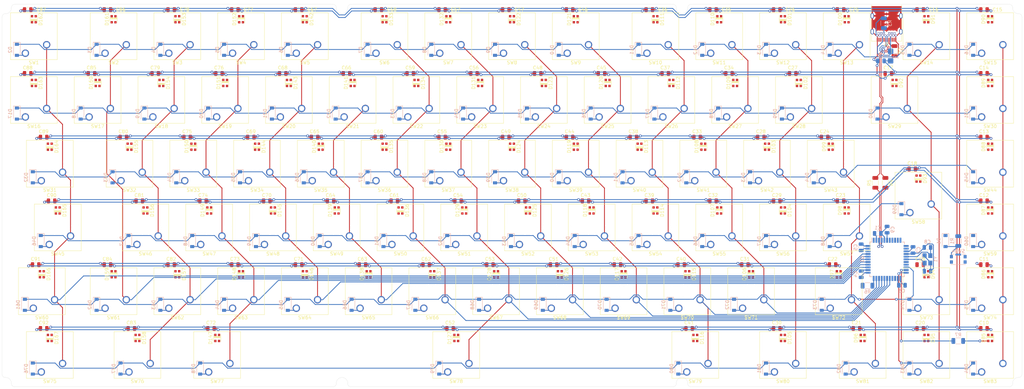
<source format=kicad_pcb>
(kicad_pcb (version 20171130) (host pcbnew 5.1.10)

  (general
    (thickness 1.6)
    (drawings 48)
    (tracks 1573)
    (zones 0)
    (modules 362)
    (nets 216)
  )

  (page A3)
  (layers
    (0 F.Cu signal)
    (31 B.Cu signal)
    (32 B.Adhes user)
    (33 F.Adhes user)
    (34 B.Paste user)
    (35 F.Paste user)
    (36 B.SilkS user)
    (37 F.SilkS user)
    (38 B.Mask user)
    (39 F.Mask user)
    (40 Dwgs.User user hide)
    (41 Cmts.User user)
    (42 Eco1.User user)
    (43 Eco2.User user)
    (44 Edge.Cuts user)
    (45 Margin user)
    (46 B.CrtYd user)
    (47 F.CrtYd user)
    (48 B.Fab user)
    (49 F.Fab user hide)
  )

  (setup
    (last_trace_width 0.25)
    (trace_clearance 0.2)
    (zone_clearance 0.508)
    (zone_45_only no)
    (trace_min 0.2)
    (via_size 0.8)
    (via_drill 0.4)
    (via_min_size 0.6)
    (via_min_drill 0.3)
    (uvia_size 0.3)
    (uvia_drill 0.1)
    (uvias_allowed no)
    (uvia_min_size 0.2)
    (uvia_min_drill 0.1)
    (edge_width 0.05)
    (segment_width 0.2)
    (pcb_text_width 0.3)
    (pcb_text_size 1.5 1.5)
    (mod_edge_width 0.12)
    (mod_text_size 1 1)
    (mod_text_width 0.15)
    (pad_size 1.7 0.55)
    (pad_drill 0)
    (pad_to_mask_clearance 0.051)
    (solder_mask_min_width 0.25)
    (aux_axis_origin 0 0)
    (visible_elements FFFFF77F)
    (pcbplotparams
      (layerselection 0x010fc_ffffffff)
      (usegerberextensions false)
      (usegerberattributes false)
      (usegerberadvancedattributes false)
      (creategerberjobfile false)
      (excludeedgelayer true)
      (linewidth 0.100000)
      (plotframeref false)
      (viasonmask false)
      (mode 1)
      (useauxorigin false)
      (hpglpennumber 1)
      (hpglpenspeed 20)
      (hpglpendiameter 15.000000)
      (psnegative false)
      (psa4output false)
      (plotreference true)
      (plotvalue true)
      (plotinvisibletext false)
      (padsonsilk false)
      (subtractmaskfromsilk false)
      (outputformat 1)
      (mirror false)
      (drillshape 1)
      (scaleselection 1)
      (outputdirectory ""))
  )

  (net 0 "")
  (net 1 GND)
  (net 2 +5V)
  (net 3 "Net-(C7-Pad1)")
  (net 4 "Net-(C8-Pad2)")
  (net 5 "Net-(C9-Pad1)")
  (net 6 RST)
  (net 7 ROW0)
  (net 8 "Net-(D2-Pad2)")
  (net 9 "Net-(D3-Pad2)")
  (net 10 "Net-(D4-Pad2)")
  (net 11 "Net-(D5-Pad2)")
  (net 12 "Net-(D6-Pad2)")
  (net 13 "Net-(D7-Pad2)")
  (net 14 "Net-(D8-Pad2)")
  (net 15 "Net-(D9-Pad2)")
  (net 16 "Net-(D10-Pad2)")
  (net 17 "Net-(D11-Pad2)")
  (net 18 "Net-(D12-Pad2)")
  (net 19 "Net-(D13-Pad2)")
  (net 20 "Net-(D14-Pad2)")
  (net 21 "Net-(D15-Pad2)")
  (net 22 "Net-(D16-Pad2)")
  (net 23 ROW1)
  (net 24 "Net-(D17-Pad2)")
  (net 25 "Net-(D18-Pad2)")
  (net 26 "Net-(D19-Pad2)")
  (net 27 "Net-(D20-Pad2)")
  (net 28 "Net-(D21-Pad2)")
  (net 29 "Net-(D22-Pad2)")
  (net 30 "Net-(D23-Pad2)")
  (net 31 "Net-(D24-Pad2)")
  (net 32 "Net-(D25-Pad2)")
  (net 33 "Net-(D26-Pad2)")
  (net 34 "Net-(D27-Pad2)")
  (net 35 "Net-(D28-Pad2)")
  (net 36 "Net-(D29-Pad2)")
  (net 37 "Net-(D30-Pad2)")
  (net 38 "Net-(D31-Pad2)")
  (net 39 "Net-(D32-Pad2)")
  (net 40 ROW2)
  (net 41 "Net-(D33-Pad2)")
  (net 42 "Net-(D34-Pad2)")
  (net 43 "Net-(D35-Pad2)")
  (net 44 "Net-(D36-Pad2)")
  (net 45 "Net-(D37-Pad2)")
  (net 46 "Net-(D38-Pad2)")
  (net 47 "Net-(D39-Pad2)")
  (net 48 "Net-(D40-Pad2)")
  (net 49 "Net-(D41-Pad2)")
  (net 50 "Net-(D42-Pad2)")
  (net 51 "Net-(D43-Pad2)")
  (net 52 "Net-(D44-Pad2)")
  (net 53 "Net-(D45-Pad2)")
  (net 54 "Net-(D46-Pad2)")
  (net 55 ROW3)
  (net 56 "Net-(D47-Pad2)")
  (net 57 "Net-(D48-Pad2)")
  (net 58 "Net-(D49-Pad2)")
  (net 59 "Net-(D50-Pad2)")
  (net 60 "Net-(D51-Pad2)")
  (net 61 "Net-(D52-Pad2)")
  (net 62 "Net-(D53-Pad2)")
  (net 63 "Net-(D54-Pad2)")
  (net 64 "Net-(D55-Pad2)")
  (net 65 "Net-(D56-Pad2)")
  (net 66 "Net-(D57-Pad2)")
  (net 67 "Net-(D58-Pad2)")
  (net 68 "Net-(D59-Pad2)")
  (net 69 "Net-(D60-Pad2)")
  (net 70 ROW4)
  (net 71 "Net-(D61-Pad2)")
  (net 72 "Net-(D62-Pad2)")
  (net 73 "Net-(D63-Pad2)")
  (net 74 "Net-(D64-Pad2)")
  (net 75 "Net-(D65-Pad2)")
  (net 76 "Net-(D66-Pad2)")
  (net 77 "Net-(D67-Pad2)")
  (net 78 "Net-(D68-Pad2)")
  (net 79 "Net-(D69-Pad2)")
  (net 80 "Net-(D70-Pad2)")
  (net 81 "Net-(D71-Pad2)")
  (net 82 "Net-(D72-Pad2)")
  (net 83 "Net-(D73-Pad2)")
  (net 84 "Net-(D74-Pad2)")
  (net 85 "Net-(D75-Pad2)")
  (net 86 ROW5)
  (net 87 "Net-(D76-Pad2)")
  (net 88 "Net-(D77-Pad2)")
  (net 89 "Net-(D78-Pad2)")
  (net 90 "Net-(D79-Pad2)")
  (net 91 "Net-(D80-Pad2)")
  (net 92 "Net-(D81-Pad2)")
  (net 93 "Net-(D82-Pad2)")
  (net 94 "Net-(D83-Pad2)")
  (net 95 "Net-(D84-Pad2)")
  (net 96 "Net-(D85-Pad2)")
  (net 97 DIN)
  (net 98 "Net-(D86-Pad2)")
  (net 99 "Net-(D87-Pad2)")
  (net 100 "Net-(D88-Pad2)")
  (net 101 "Net-(D89-Pad2)")
  (net 102 "Net-(D90-Pad2)")
  (net 103 "Net-(D91-Pad2)")
  (net 104 "Net-(D92-Pad2)")
  (net 105 "Net-(D93-Pad2)")
  (net 106 "Net-(D94-Pad2)")
  (net 107 "Net-(D95-Pad2)")
  (net 108 "Net-(D96-Pad2)")
  (net 109 "Net-(D97-Pad2)")
  (net 110 "Net-(D98-Pad2)")
  (net 111 "Net-(D100-Pad4)")
  (net 112 "Net-(D100-Pad2)")
  (net 113 "Net-(D101-Pad2)")
  (net 114 "Net-(D102-Pad2)")
  (net 115 "Net-(D103-Pad2)")
  (net 116 "Net-(D104-Pad2)")
  (net 117 "Net-(D105-Pad2)")
  (net 118 "Net-(D106-Pad2)")
  (net 119 "Net-(D107-Pad2)")
  (net 120 "Net-(D108-Pad2)")
  (net 121 "Net-(D109-Pad2)")
  (net 122 "Net-(D110-Pad2)")
  (net 123 "Net-(D111-Pad2)")
  (net 124 "Net-(D112-Pad2)")
  (net 125 "Net-(D113-Pad2)")
  (net 126 "Net-(D114-Pad2)")
  (net 127 "Net-(D115-Pad2)")
  (net 128 "Net-(D116-Pad2)")
  (net 129 "Net-(D117-Pad2)")
  (net 130 "Net-(D118-Pad2)")
  (net 131 "Net-(D119-Pad2)")
  (net 132 "Net-(D120-Pad2)")
  (net 133 "Net-(D121-Pad2)")
  (net 134 "Net-(D122-Pad2)")
  (net 135 "Net-(D123-Pad2)")
  (net 136 "Net-(D124-Pad2)")
  (net 137 "Net-(D125-Pad2)")
  (net 138 "Net-(D126-Pad2)")
  (net 139 "Net-(D127-Pad2)")
  (net 140 "Net-(D128-Pad2)")
  (net 141 "Net-(D129-Pad2)")
  (net 142 "Net-(D130-Pad2)")
  (net 143 "Net-(D131-Pad2)")
  (net 144 "Net-(D132-Pad2)")
  (net 145 "Net-(D133-Pad2)")
  (net 146 "Net-(D134-Pad2)")
  (net 147 "Net-(D135-Pad2)")
  (net 148 "Net-(D136-Pad2)")
  (net 149 "Net-(D137-Pad2)")
  (net 150 "Net-(D138-Pad2)")
  (net 151 "Net-(D139-Pad2)")
  (net 152 "Net-(D140-Pad2)")
  (net 153 "Net-(D141-Pad2)")
  (net 154 "Net-(D142-Pad2)")
  (net 155 "Net-(D143-Pad2)")
  (net 156 "Net-(D144-Pad2)")
  (net 157 "Net-(D145-Pad2)")
  (net 158 "Net-(D146-Pad2)")
  (net 159 "Net-(D147-Pad2)")
  (net 160 "Net-(D148-Pad2)")
  (net 161 "Net-(D149-Pad2)")
  (net 162 "Net-(D150-Pad2)")
  (net 163 "Net-(D151-Pad2)")
  (net 164 "Net-(D152-Pad2)")
  (net 165 "Net-(D153-Pad2)")
  (net 166 "Net-(D154-Pad2)")
  (net 167 "Net-(D155-Pad2)")
  (net 168 "Net-(D156-Pad2)")
  (net 169 "Net-(D157-Pad2)")
  (net 170 "Net-(D158-Pad2)")
  (net 171 "Net-(D159-Pad2)")
  (net 172 "Net-(D160-Pad2)")
  (net 173 "Net-(D161-Pad2)")
  (net 174 "Net-(D162-Pad2)")
  (net 175 "Net-(D163-Pad2)")
  (net 176 "Net-(D164-Pad2)")
  (net 177 "Net-(D165-Pad2)")
  (net 178 "Net-(D166-Pad2)")
  (net 179 "Net-(D167-Pad2)")
  (net 180 "Net-(F1-Pad2)")
  (net 181 COL02)
  (net 182 COL00)
  (net 183 COL01)
  (net 184 D-)
  (net 185 D+)
  (net 186 "Net-(R6-Pad2)")
  (net 187 COL03)
  (net 188 COL04)
  (net 189 COL06)
  (net 190 COL07)
  (net 191 COL08)
  (net 192 COL09)
  (net 193 COL10)
  (net 194 COL11)
  (net 195 COL12)
  (net 196 COL13)
  (net 197 COL14)
  (net 198 COL15)
  (net 199 COL05)
  (net 200 "Net-(U1-Pad1)")
  (net 201 "Net-(U1-Pad42)")
  (net 202 "Net-(R7-Pad2)")
  (net 203 "Net-(J1-PadB11)")
  (net 204 "Net-(J1-PadB2)")
  (net 205 "Net-(J1-PadB5)")
  (net 206 "Net-(J1-PadB8)")
  (net 207 "Net-(J1-PadB3)")
  (net 208 "Net-(J1-PadB10)")
  (net 209 "Net-(J1-PadA2)")
  (net 210 "Net-(J1-PadA3)")
  (net 211 "Net-(J1-PadA5)")
  (net 212 "Net-(J1-PadA8)")
  (net 213 "Net-(J1-PadA10)")
  (net 214 "Net-(J1-PadA11)")
  (net 215 "Net-(U1-Pad12)")

  (net_class Default "Dies ist die voreingestellte Netzklasse."
    (clearance 0.2)
    (trace_width 0.25)
    (via_dia 0.8)
    (via_drill 0.4)
    (uvia_dia 0.3)
    (uvia_drill 0.1)
    (add_net +5V)
    (add_net COL00)
    (add_net COL01)
    (add_net COL02)
    (add_net COL03)
    (add_net COL04)
    (add_net COL05)
    (add_net COL06)
    (add_net COL07)
    (add_net COL08)
    (add_net COL09)
    (add_net COL10)
    (add_net COL11)
    (add_net COL12)
    (add_net COL13)
    (add_net COL14)
    (add_net COL15)
    (add_net D+)
    (add_net D-)
    (add_net DIN)
    (add_net GND)
    (add_net "Net-(C7-Pad1)")
    (add_net "Net-(C8-Pad2)")
    (add_net "Net-(C9-Pad1)")
    (add_net "Net-(D10-Pad2)")
    (add_net "Net-(D100-Pad2)")
    (add_net "Net-(D100-Pad4)")
    (add_net "Net-(D101-Pad2)")
    (add_net "Net-(D102-Pad2)")
    (add_net "Net-(D103-Pad2)")
    (add_net "Net-(D104-Pad2)")
    (add_net "Net-(D105-Pad2)")
    (add_net "Net-(D106-Pad2)")
    (add_net "Net-(D107-Pad2)")
    (add_net "Net-(D108-Pad2)")
    (add_net "Net-(D109-Pad2)")
    (add_net "Net-(D11-Pad2)")
    (add_net "Net-(D110-Pad2)")
    (add_net "Net-(D111-Pad2)")
    (add_net "Net-(D112-Pad2)")
    (add_net "Net-(D113-Pad2)")
    (add_net "Net-(D114-Pad2)")
    (add_net "Net-(D115-Pad2)")
    (add_net "Net-(D116-Pad2)")
    (add_net "Net-(D117-Pad2)")
    (add_net "Net-(D118-Pad2)")
    (add_net "Net-(D119-Pad2)")
    (add_net "Net-(D12-Pad2)")
    (add_net "Net-(D120-Pad2)")
    (add_net "Net-(D121-Pad2)")
    (add_net "Net-(D122-Pad2)")
    (add_net "Net-(D123-Pad2)")
    (add_net "Net-(D124-Pad2)")
    (add_net "Net-(D125-Pad2)")
    (add_net "Net-(D126-Pad2)")
    (add_net "Net-(D127-Pad2)")
    (add_net "Net-(D128-Pad2)")
    (add_net "Net-(D129-Pad2)")
    (add_net "Net-(D13-Pad2)")
    (add_net "Net-(D130-Pad2)")
    (add_net "Net-(D131-Pad2)")
    (add_net "Net-(D132-Pad2)")
    (add_net "Net-(D133-Pad2)")
    (add_net "Net-(D134-Pad2)")
    (add_net "Net-(D135-Pad2)")
    (add_net "Net-(D136-Pad2)")
    (add_net "Net-(D137-Pad2)")
    (add_net "Net-(D138-Pad2)")
    (add_net "Net-(D139-Pad2)")
    (add_net "Net-(D14-Pad2)")
    (add_net "Net-(D140-Pad2)")
    (add_net "Net-(D141-Pad2)")
    (add_net "Net-(D142-Pad2)")
    (add_net "Net-(D143-Pad2)")
    (add_net "Net-(D144-Pad2)")
    (add_net "Net-(D145-Pad2)")
    (add_net "Net-(D146-Pad2)")
    (add_net "Net-(D147-Pad2)")
    (add_net "Net-(D148-Pad2)")
    (add_net "Net-(D149-Pad2)")
    (add_net "Net-(D15-Pad2)")
    (add_net "Net-(D150-Pad2)")
    (add_net "Net-(D151-Pad2)")
    (add_net "Net-(D152-Pad2)")
    (add_net "Net-(D153-Pad2)")
    (add_net "Net-(D154-Pad2)")
    (add_net "Net-(D155-Pad2)")
    (add_net "Net-(D156-Pad2)")
    (add_net "Net-(D157-Pad2)")
    (add_net "Net-(D158-Pad2)")
    (add_net "Net-(D159-Pad2)")
    (add_net "Net-(D16-Pad2)")
    (add_net "Net-(D160-Pad2)")
    (add_net "Net-(D161-Pad2)")
    (add_net "Net-(D162-Pad2)")
    (add_net "Net-(D163-Pad2)")
    (add_net "Net-(D164-Pad2)")
    (add_net "Net-(D165-Pad2)")
    (add_net "Net-(D166-Pad2)")
    (add_net "Net-(D167-Pad2)")
    (add_net "Net-(D17-Pad2)")
    (add_net "Net-(D18-Pad2)")
    (add_net "Net-(D19-Pad2)")
    (add_net "Net-(D2-Pad2)")
    (add_net "Net-(D20-Pad2)")
    (add_net "Net-(D21-Pad2)")
    (add_net "Net-(D22-Pad2)")
    (add_net "Net-(D23-Pad2)")
    (add_net "Net-(D24-Pad2)")
    (add_net "Net-(D25-Pad2)")
    (add_net "Net-(D26-Pad2)")
    (add_net "Net-(D27-Pad2)")
    (add_net "Net-(D28-Pad2)")
    (add_net "Net-(D29-Pad2)")
    (add_net "Net-(D3-Pad2)")
    (add_net "Net-(D30-Pad2)")
    (add_net "Net-(D31-Pad2)")
    (add_net "Net-(D32-Pad2)")
    (add_net "Net-(D33-Pad2)")
    (add_net "Net-(D34-Pad2)")
    (add_net "Net-(D35-Pad2)")
    (add_net "Net-(D36-Pad2)")
    (add_net "Net-(D37-Pad2)")
    (add_net "Net-(D38-Pad2)")
    (add_net "Net-(D39-Pad2)")
    (add_net "Net-(D4-Pad2)")
    (add_net "Net-(D40-Pad2)")
    (add_net "Net-(D41-Pad2)")
    (add_net "Net-(D42-Pad2)")
    (add_net "Net-(D43-Pad2)")
    (add_net "Net-(D44-Pad2)")
    (add_net "Net-(D45-Pad2)")
    (add_net "Net-(D46-Pad2)")
    (add_net "Net-(D47-Pad2)")
    (add_net "Net-(D48-Pad2)")
    (add_net "Net-(D49-Pad2)")
    (add_net "Net-(D5-Pad2)")
    (add_net "Net-(D50-Pad2)")
    (add_net "Net-(D51-Pad2)")
    (add_net "Net-(D52-Pad2)")
    (add_net "Net-(D53-Pad2)")
    (add_net "Net-(D54-Pad2)")
    (add_net "Net-(D55-Pad2)")
    (add_net "Net-(D56-Pad2)")
    (add_net "Net-(D57-Pad2)")
    (add_net "Net-(D58-Pad2)")
    (add_net "Net-(D59-Pad2)")
    (add_net "Net-(D6-Pad2)")
    (add_net "Net-(D60-Pad2)")
    (add_net "Net-(D61-Pad2)")
    (add_net "Net-(D62-Pad2)")
    (add_net "Net-(D63-Pad2)")
    (add_net "Net-(D64-Pad2)")
    (add_net "Net-(D65-Pad2)")
    (add_net "Net-(D66-Pad2)")
    (add_net "Net-(D67-Pad2)")
    (add_net "Net-(D68-Pad2)")
    (add_net "Net-(D69-Pad2)")
    (add_net "Net-(D7-Pad2)")
    (add_net "Net-(D70-Pad2)")
    (add_net "Net-(D71-Pad2)")
    (add_net "Net-(D72-Pad2)")
    (add_net "Net-(D73-Pad2)")
    (add_net "Net-(D74-Pad2)")
    (add_net "Net-(D75-Pad2)")
    (add_net "Net-(D76-Pad2)")
    (add_net "Net-(D77-Pad2)")
    (add_net "Net-(D78-Pad2)")
    (add_net "Net-(D79-Pad2)")
    (add_net "Net-(D8-Pad2)")
    (add_net "Net-(D80-Pad2)")
    (add_net "Net-(D81-Pad2)")
    (add_net "Net-(D82-Pad2)")
    (add_net "Net-(D83-Pad2)")
    (add_net "Net-(D84-Pad2)")
    (add_net "Net-(D85-Pad2)")
    (add_net "Net-(D86-Pad2)")
    (add_net "Net-(D87-Pad2)")
    (add_net "Net-(D88-Pad2)")
    (add_net "Net-(D89-Pad2)")
    (add_net "Net-(D9-Pad2)")
    (add_net "Net-(D90-Pad2)")
    (add_net "Net-(D91-Pad2)")
    (add_net "Net-(D92-Pad2)")
    (add_net "Net-(D93-Pad2)")
    (add_net "Net-(D94-Pad2)")
    (add_net "Net-(D95-Pad2)")
    (add_net "Net-(D96-Pad2)")
    (add_net "Net-(D97-Pad2)")
    (add_net "Net-(D98-Pad2)")
    (add_net "Net-(F1-Pad2)")
    (add_net "Net-(J1-PadA10)")
    (add_net "Net-(J1-PadA11)")
    (add_net "Net-(J1-PadA2)")
    (add_net "Net-(J1-PadA3)")
    (add_net "Net-(J1-PadA5)")
    (add_net "Net-(J1-PadA8)")
    (add_net "Net-(J1-PadB10)")
    (add_net "Net-(J1-PadB11)")
    (add_net "Net-(J1-PadB2)")
    (add_net "Net-(J1-PadB3)")
    (add_net "Net-(J1-PadB5)")
    (add_net "Net-(J1-PadB8)")
    (add_net "Net-(R6-Pad2)")
    (add_net "Net-(R7-Pad2)")
    (add_net "Net-(U1-Pad1)")
    (add_net "Net-(U1-Pad12)")
    (add_net "Net-(U1-Pad42)")
    (add_net ROW0)
    (add_net ROW1)
    (add_net ROW2)
    (add_net ROW3)
    (add_net ROW4)
    (add_net ROW5)
    (add_net RST)
  )

  (module Button_Switch_Keyboard:SW_Cherry_MX_ISOEnter_PCB (layer F.Cu) (tedit 60E88C41) (tstamp 5F160517)
    (at 309.40375 100.33 180)
    (descr "Cherry MX keyswitch, ISO Enter, PCB mount, http://cherryamericas.com/wp-content/uploads/2014/12/mx_cat.pdf")
    (tags "Cherry MX keyswitch ISO enter PCB")
    (path /5F51BE8C/5F51CE2C)
    (fp_text reference SW58 (at -2.54 -2.794 180) (layer F.SilkS)
      (effects (font (size 1 1) (thickness 0.15)))
    )
    (fp_text value MX1A-G1NA (at -2.286 13.208 180) (layer F.Fab)
      (effects (font (size 1 1) (thickness 0.15)))
    )
    (fp_line (start -9.525 12.065) (end -9.525 -1.905) (layer F.SilkS) (width 0.12))
    (fp_line (start 4.445 12.065) (end -9.525 12.065) (layer F.SilkS) (width 0.12))
    (fp_line (start 4.445 -1.905) (end 4.445 12.065) (layer F.SilkS) (width 0.12))
    (fp_line (start -9.525 -1.905) (end 4.445 -1.905) (layer F.SilkS) (width 0.12))
    (fp_line (start 9.36625 5.08) (end 14.12875 5.08) (layer Dwgs.User) (width 0.15))
    (fp_line (start 14.12875 5.08) (end 14.12875 24.13) (layer Dwgs.User) (width 0.15))
    (fp_line (start -14.44625 -13.97) (end 9.36625 -13.97) (layer Dwgs.User) (width 0.15))
    (fp_line (start -14.44625 24.13) (end -14.44625 -13.97) (layer Dwgs.User) (width 0.15))
    (fp_line (start 14.12875 24.13) (end -14.44625 24.13) (layer Dwgs.User) (width 0.15))
    (fp_line (start 9.36625 -13.97) (end 9.36625 5.08) (layer Dwgs.User) (width 0.15))
    (fp_line (start -9.14 -1.52) (end 4.06 -1.52) (layer F.CrtYd) (width 0.05))
    (fp_line (start 4.06 -1.52) (end 4.06 11.68) (layer F.CrtYd) (width 0.05))
    (fp_line (start 4.06 11.68) (end -9.14 11.68) (layer F.CrtYd) (width 0.05))
    (fp_line (start -9.14 11.68) (end -9.14 -1.52) (layer F.CrtYd) (width 0.05))
    (fp_line (start -8.89 11.43) (end -8.89 -1.27) (layer F.Fab) (width 0.1))
    (fp_line (start 3.81 11.43) (end -8.89 11.43) (layer F.Fab) (width 0.1))
    (fp_line (start 3.81 -1.27) (end 3.81 11.43) (layer F.Fab) (width 0.1))
    (fp_line (start -8.89 -1.27) (end 3.81 -1.27) (layer F.Fab) (width 0.1))
    (fp_text user %R (at -2.54 -2.794 180) (layer F.Fab)
      (effects (font (size 1 1) (thickness 0.15)))
    )
    (pad 1 thru_hole circle (at 0 0 180) (size 2.2 2.2) (drill 1.5) (layers *.Cu *.Mask)
      (net 68 "Net-(D59-Pad2)"))
    (pad 2 thru_hole circle (at -6.35 2.54 180) (size 2.2 2.2) (drill 1.5) (layers *.Cu *.Mask)
      (net 197 COL14))
    (pad "" np_thru_hole circle (at -2.54 5.08 180) (size 4 4) (drill 4) (layers *.Cu *.Mask))
    (pad "" np_thru_hole circle (at -7.62 5.08 180) (size 1.7 1.7) (drill 1.7) (layers *.Cu *.Mask))
    (pad "" np_thru_hole circle (at 2.54 5.08 180) (size 1.7 1.7) (drill 1.7) (layers *.Cu *.Mask))
    (model ${KISYS3DMOD}/Button_Switch_Keyboard.3dshapes/SW_Cherry_MX_ISOEnter_PCB.wrl
      (at (xyz 0 0 0))
      (scale (xyz 1 1 1))
      (rotate (xyz 0 0 0))
    )
  )

  (module Button_Switch_Keyboard:SW_Cherry_MX_2.00u_PCB (layer F.Cu) (tedit 60E88B61) (tstamp 5F16021F)
    (at 302.26 71.755 180)
    (descr "Cherry MX keyswitch, 2.00u, PCB mount, http://cherryamericas.com/wp-content/uploads/2014/12/mx_cat.pdf")
    (tags "Cherry MX keyswitch 2.00u PCB")
    (path /5F51BE8C/5F51CE0E)
    (fp_text reference SW29 (at -2.54 -2.794 180) (layer F.SilkS)
      (effects (font (size 1 1) (thickness 0.15)))
    )
    (fp_text value MX1A-G1NA (at -2.54 12.954 180) (layer F.Fab)
      (effects (font (size 1 1) (thickness 0.15)))
    )
    (fp_line (start -9.525 12.065) (end -9.525 -1.905) (layer F.SilkS) (width 0.12))
    (fp_line (start 4.445 12.065) (end -9.525 12.065) (layer F.SilkS) (width 0.12))
    (fp_line (start 4.445 -1.905) (end 4.445 12.065) (layer F.SilkS) (width 0.12))
    (fp_line (start -9.525 -1.905) (end 4.445 -1.905) (layer F.SilkS) (width 0.12))
    (fp_line (start -21.59 14.605) (end -21.59 -4.445) (layer Dwgs.User) (width 0.15))
    (fp_line (start 16.51 14.605) (end -21.59 14.605) (layer Dwgs.User) (width 0.15))
    (fp_line (start 16.51 -4.445) (end 16.51 14.605) (layer Dwgs.User) (width 0.15))
    (fp_line (start -21.59 -4.445) (end 16.51 -4.445) (layer Dwgs.User) (width 0.15))
    (fp_line (start -9.14 -1.52) (end 4.06 -1.52) (layer F.CrtYd) (width 0.05))
    (fp_line (start 4.06 -1.52) (end 4.06 11.68) (layer F.CrtYd) (width 0.05))
    (fp_line (start 4.06 11.68) (end -9.14 11.68) (layer F.CrtYd) (width 0.05))
    (fp_line (start -9.14 11.68) (end -9.14 -1.52) (layer F.CrtYd) (width 0.05))
    (fp_line (start -8.89 11.43) (end -8.89 -1.27) (layer F.Fab) (width 0.1))
    (fp_line (start 3.81 11.43) (end -8.89 11.43) (layer F.Fab) (width 0.1))
    (fp_line (start 3.81 -1.27) (end 3.81 11.43) (layer F.Fab) (width 0.1))
    (fp_line (start -8.89 -1.27) (end 3.81 -1.27) (layer F.Fab) (width 0.1))
    (fp_text user %R (at -2.54 -2.794 180) (layer F.Fab)
      (effects (font (size 1 1) (thickness 0.15)))
    )
    (pad 1 thru_hole circle (at 0 0 180) (size 2.2 2.2) (drill 1.5) (layers *.Cu *.Mask)
      (net 37 "Net-(D30-Pad2)"))
    (pad 2 thru_hole circle (at -6.35 2.54 180) (size 2.2 2.2) (drill 1.5) (layers *.Cu *.Mask)
      (net 197 COL14))
    (pad "" np_thru_hole circle (at -2.54 5.08 180) (size 4 4) (drill 4) (layers *.Cu *.Mask))
    (pad "" np_thru_hole circle (at -7.62 5.08 180) (size 1.7 1.7) (drill 1.7) (layers *.Cu *.Mask))
    (pad "" np_thru_hole circle (at 2.54 5.08 180) (size 1.7 1.7) (drill 1.7) (layers *.Cu *.Mask))
    (model ${KISYS3DMOD}/Button_Switch_Keyboard.3dshapes/SW_Cherry_MX_2.00u_PCB.wrl
      (at (xyz 0 0 0))
      (scale (xyz 1 1 1))
      (rotate (xyz 0 0 0))
    )
  )

  (module Button_Switch_Keyboard:SW_Cherry_MX_6.25u_PCB (layer F.Cu) (tedit 60E88B4A) (tstamp 5F160723)
    (at 171.29125 147.955 180)
    (descr "Cherry MX keyswitch, 6.25u, PCB mount, http://cherryamericas.com/wp-content/uploads/2014/12/mx_cat.pdf")
    (tags "Cherry MX keyswitch 6.25u PCB")
    (path /5F51BE8C/5F84AEA9)
    (fp_text reference SW78 (at -2.54 -2.794 180) (layer F.SilkS)
      (effects (font (size 1 1) (thickness 0.15)))
    )
    (fp_text value MX1A-G1NA (at -2.54 12.954 180) (layer F.Fab)
      (effects (font (size 1 1) (thickness 0.15)))
    )
    (fp_line (start -9.525 12.065) (end -9.525 -1.905) (layer F.SilkS) (width 0.12))
    (fp_line (start 4.445 12.065) (end -9.525 12.065) (layer F.SilkS) (width 0.12))
    (fp_line (start 4.445 -1.905) (end 4.445 12.065) (layer F.SilkS) (width 0.12))
    (fp_line (start -9.525 -1.905) (end 4.445 -1.905) (layer F.SilkS) (width 0.12))
    (fp_line (start -62.07125 14.605) (end -62.07125 -4.445) (layer Dwgs.User) (width 0.15))
    (fp_line (start 56.99125 14.605) (end -62.07125 14.605) (layer Dwgs.User) (width 0.15))
    (fp_line (start 56.99125 -4.445) (end 56.99125 14.605) (layer Dwgs.User) (width 0.15))
    (fp_line (start -62.07125 -4.445) (end 56.99125 -4.445) (layer Dwgs.User) (width 0.15))
    (fp_line (start -9.14 -1.52) (end 4.06 -1.52) (layer F.CrtYd) (width 0.05))
    (fp_line (start 4.06 -1.52) (end 4.06 11.68) (layer F.CrtYd) (width 0.05))
    (fp_line (start 4.06 11.68) (end -9.14 11.68) (layer F.CrtYd) (width 0.05))
    (fp_line (start -9.14 11.68) (end -9.14 -1.52) (layer F.CrtYd) (width 0.05))
    (fp_line (start -8.89 11.43) (end -8.89 -1.27) (layer F.Fab) (width 0.1))
    (fp_line (start 3.81 11.43) (end -8.89 11.43) (layer F.Fab) (width 0.1))
    (fp_line (start 3.81 -1.27) (end 3.81 11.43) (layer F.Fab) (width 0.1))
    (fp_line (start -8.89 -1.27) (end 3.81 -1.27) (layer F.Fab) (width 0.1))
    (fp_text user %R (at -2.54 -2.794 180) (layer F.Fab)
      (effects (font (size 1 1) (thickness 0.15)))
    )
    (pad 1 thru_hole circle (at 0 0 180) (size 2.2 2.2) (drill 1.5) (layers *.Cu *.Mask)
      (net 90 "Net-(D79-Pad2)"))
    (pad 2 thru_hole circle (at -6.35 2.54 180) (size 2.2 2.2) (drill 1.5) (layers *.Cu *.Mask)
      (net 190 COL07))
    (pad "" np_thru_hole circle (at -2.54 5.08 180) (size 4 4) (drill 4) (layers *.Cu *.Mask))
    (pad "" np_thru_hole circle (at -7.62 5.08 180) (size 1.7 1.7) (drill 1.7) (layers *.Cu *.Mask))
    (pad "" np_thru_hole circle (at 2.54 5.08 180) (size 1.7 1.7) (drill 1.7) (layers *.Cu *.Mask))
    (model ${KISYS3DMOD}/Button_Switch_Keyboard.3dshapes/SW_Cherry_MX_6.25u_PCB.wrl
      (at (xyz 0 0 0))
      (scale (xyz 1 1 1))
      (rotate (xyz 0 0 0))
    )
  )

  (module MountingHole:MountingHole_3.2mm_M3 (layer F.Cu) (tedit 60E8488E) (tstamp 60E8A97D)
    (at 341.8 151.3)
    (descr "Mounting Hole 3.4mm, no annular, M3")
    (tags "mounting hole 3.4mm no annular m3")
    (attr virtual)
    (fp_text reference REF** (at 0 -4.2) (layer F.SilkS) hide
      (effects (font (size 1 1) (thickness 0.15)))
    )
    (fp_text value MountingHole_3.4mm_M3 (at 0 4.2) (layer F.Fab) hide
      (effects (font (size 1 1) (thickness 0.15)))
    )
    (pad "" smd circle (at 0 0) (size 3.4 3.4) (layers *.Paste))
  )

  (module MountingHole:MountingHole_3.2mm_M3 (layer F.Cu) (tedit 60E8488E) (tstamp 60E8A94A)
    (at 341.8 39.2)
    (descr "Mounting Hole 3.4mm, no annular, M3")
    (tags "mounting hole 3.4mm no annular m3")
    (attr virtual)
    (fp_text reference REF** (at 0 -4.2) (layer F.SilkS) hide
      (effects (font (size 1 1) (thickness 0.15)))
    )
    (fp_text value MountingHole_3.4mm_M3 (at 0 4.2) (layer F.Fab) hide
      (effects (font (size 1 1) (thickness 0.15)))
    )
    (pad "" smd circle (at 0 0) (size 3.4 3.4) (layers *.Paste))
  )

  (module MountingHole:MountingHole_3.2mm_M3 (layer F.Cu) (tedit 60E8488E) (tstamp 60E8A92F)
    (at 39.2 151.3)
    (descr "Mounting Hole 3.4mm, no annular, M3")
    (tags "mounting hole 3.4mm no annular m3")
    (attr virtual)
    (fp_text reference REF** (at 0 -4.2) (layer F.SilkS) hide
      (effects (font (size 1 1) (thickness 0.15)))
    )
    (fp_text value MountingHole_3.4mm_M3 (at 0 4.2) (layer F.Fab) hide
      (effects (font (size 1 1) (thickness 0.15)))
    )
    (pad "" smd circle (at 0 0) (size 3.4 3.4) (layers *.Paste))
  )

  (module MountingHole:MountingHole_3.2mm_M3 (layer F.Cu) (tedit 60E8488E) (tstamp 60E8A8F8)
    (at 39.2 39.2)
    (descr "Mounting Hole 3.4mm, no annular, M3")
    (tags "mounting hole 3.4mm no annular m3")
    (attr virtual)
    (fp_text reference REF** (at 0 -4.2) (layer F.SilkS) hide
      (effects (font (size 1 1) (thickness 0.15)))
    )
    (fp_text value MountingHole_3.4mm_M3 (at 0 4.2) (layer F.Fab) hide
      (effects (font (size 1 1) (thickness 0.15)))
    )
    (pad "" smd circle (at 0 0) (size 3.4 3.4) (layers *.Paste))
  )

  (module MountingHole:MountingHole_3.2mm_M3 (layer F.Cu) (tedit 60E8488E) (tstamp 60E8A1A1)
    (at 241.3 151.3)
    (descr "Mounting Hole 3.4mm, no annular, M3")
    (tags "mounting hole 3.4mm no annular m3")
    (attr virtual)
    (fp_text reference REF** (at 0 -4.2) (layer F.SilkS) hide
      (effects (font (size 1 1) (thickness 0.15)))
    )
    (fp_text value MountingHole_3.4mm_M3 (at 0 4.2) (layer F.Fab) hide
      (effects (font (size 1 1) (thickness 0.15)))
    )
    (pad "" smd circle (at 0 0) (size 3.4 3.4) (layers *.Paste))
  )

  (module MountingHole:MountingHole_3.2mm_M3 (layer F.Cu) (tedit 60E8488E) (tstamp 60E8A18C)
    (at 139.7 151.3)
    (descr "Mounting Hole 3.4mm, no annular, M3")
    (tags "mounting hole 3.4mm no annular m3")
    (attr virtual)
    (fp_text reference REF** (at 0 -4.2) (layer F.SilkS) hide
      (effects (font (size 1 1) (thickness 0.15)))
    )
    (fp_text value MountingHole_3.4mm_M3 (at 0 4.2) (layer F.Fab) hide
      (effects (font (size 1 1) (thickness 0.15)))
    )
    (pad "" smd circle (at 0 0) (size 3.4 3.4) (layers *.Paste))
  )

  (module MountingHole:MountingHole_3.2mm_M3 (layer F.Cu) (tedit 60E8488E) (tstamp 60E8A17F)
    (at 241.3 39.2)
    (descr "Mounting Hole 3.4mm, no annular, M3")
    (tags "mounting hole 3.4mm no annular m3")
    (attr virtual)
    (fp_text reference REF** (at 0 -4.2) (layer F.SilkS) hide
      (effects (font (size 1 1) (thickness 0.15)))
    )
    (fp_text value MountingHole_3.4mm_M3 (at 0 4.2) (layer F.Fab) hide
      (effects (font (size 1 1) (thickness 0.15)))
    )
    (pad "" smd circle (at 0 0) (size 3.4 3.4) (layers *.Paste))
  )

  (module MountingHole:MountingHole_3.2mm_M3 (layer F.Cu) (tedit 60E8488E) (tstamp 60E89FD7)
    (at 139.7 39.2)
    (descr "Mounting Hole 3.4mm, no annular, M3")
    (tags "mounting hole 3.4mm no annular m3")
    (attr virtual)
    (fp_text reference REF** (at 0 -4.2) (layer F.SilkS) hide
      (effects (font (size 1 1) (thickness 0.15)))
    )
    (fp_text value MountingHole_3.4mm_M3 (at 0 4.2) (layer F.Fab) hide
      (effects (font (size 1 1) (thickness 0.15)))
    )
    (pad "" smd circle (at 0 0) (size 3.4 3.4) (layers *.Paste))
  )

  (module Crystal:Crystal_SMD_3225-4Pin_3.2x2.5mm (layer B.Cu) (tedit 5A0FD1B2) (tstamp 60EED0B1)
    (at 314.6425 114.3 90)
    (descr "SMD Crystal SERIES SMD3225/4 http://www.txccrystal.com/images/pdf/7m-accuracy.pdf, 3.2x2.5mm^2 package")
    (tags "SMD SMT crystal")
    (path /5F294622)
    (attr smd)
    (fp_text reference Y1 (at 0 2.45 90) (layer B.SilkS)
      (effects (font (size 1 1) (thickness 0.15)) (justify mirror))
    )
    (fp_text value 16MHz (at 0 -2.45 90) (layer B.Fab)
      (effects (font (size 1 1) (thickness 0.15)) (justify mirror))
    )
    (fp_line (start -1.6 1.25) (end -1.6 -1.25) (layer B.Fab) (width 0.1))
    (fp_line (start -1.6 -1.25) (end 1.6 -1.25) (layer B.Fab) (width 0.1))
    (fp_line (start 1.6 -1.25) (end 1.6 1.25) (layer B.Fab) (width 0.1))
    (fp_line (start 1.6 1.25) (end -1.6 1.25) (layer B.Fab) (width 0.1))
    (fp_line (start -1.6 -0.25) (end -0.6 -1.25) (layer B.Fab) (width 0.1))
    (fp_line (start -2 1.65) (end -2 -1.65) (layer B.SilkS) (width 0.12))
    (fp_line (start -2 -1.65) (end 2 -1.65) (layer B.SilkS) (width 0.12))
    (fp_line (start -2.1 1.7) (end -2.1 -1.7) (layer B.CrtYd) (width 0.05))
    (fp_line (start -2.1 -1.7) (end 2.1 -1.7) (layer B.CrtYd) (width 0.05))
    (fp_line (start 2.1 -1.7) (end 2.1 1.7) (layer B.CrtYd) (width 0.05))
    (fp_line (start 2.1 1.7) (end -2.1 1.7) (layer B.CrtYd) (width 0.05))
    (fp_text user %R (at 0 0 90) (layer B.Fab)
      (effects (font (size 0.7 0.7) (thickness 0.105)) (justify mirror))
    )
    (pad 1 smd rect (at -1.1 -0.85 90) (size 1.4 1.2) (layers B.Cu B.Paste B.Mask)
      (net 3 "Net-(C7-Pad1)"))
    (pad 2 smd rect (at 1.1 -0.85 90) (size 1.4 1.2) (layers B.Cu B.Paste B.Mask)
      (net 1 GND))
    (pad 3 smd rect (at 1.1 0.85 90) (size 1.4 1.2) (layers B.Cu B.Paste B.Mask)
      (net 4 "Net-(C8-Pad2)"))
    (pad 4 smd rect (at -1.1 0.85 90) (size 1.4 1.2) (layers B.Cu B.Paste B.Mask)
      (net 1 GND))
    (model ${KISYS3DMOD}/Crystal.3dshapes/Crystal_SMD_3225-4Pin_3.2x2.5mm.wrl
      (at (xyz 0 0 0))
      (scale (xyz 1 1 1))
      (rotate (xyz 0 0 0))
    )
  )

  (module Button_Switch_SMD:SW_Push_1P1T-SH_NO_CK_KMR2xxG (layer B.Cu) (tedit 60F04E96) (tstamp 60EE10F7)
    (at 323.85 114.3 180)
    (descr "CK components KMR2 tactile switch with ground pin http://www.ckswitches.com/media/1479/kmr2.pdf")
    (tags "tactile switch kmr2")
    (path /60FEE33A)
    (attr smd)
    (fp_text reference SW84 (at 0 2.45) (layer B.SilkS)
      (effects (font (size 1 1) (thickness 0.15)) (justify mirror))
    )
    (fp_text value SW_Push (at 0 -2.55) (layer B.Fab)
      (effects (font (size 1 1) (thickness 0.15)) (justify mirror))
    )
    (fp_line (start -2.2 -0.05) (end -2.2 0.05) (layer B.SilkS) (width 0.12))
    (fp_line (start 2.2 1.55) (end 1.15 1.55) (layer B.SilkS) (width 0.12))
    (fp_line (start -2.2 -1.55) (end 2.2 -1.55) (layer B.SilkS) (width 0.12))
    (fp_circle (center 0 0) (end 0 -0.8) (layer B.Fab) (width 0.1))
    (fp_line (start -2.8 -1.8) (end -2.8 1.8) (layer B.CrtYd) (width 0.05))
    (fp_line (start 2.8 -1.8) (end -2.8 -1.8) (layer B.CrtYd) (width 0.05))
    (fp_line (start 2.8 1.8) (end 2.8 -1.8) (layer B.CrtYd) (width 0.05))
    (fp_line (start -2.8 1.8) (end 2.8 1.8) (layer B.CrtYd) (width 0.05))
    (fp_line (start 2.2 -0.05) (end 2.2 0.05) (layer B.SilkS) (width 0.12))
    (fp_line (start -2.1 -1.4) (end -2.1 1.4) (layer B.Fab) (width 0.1))
    (fp_line (start 2.1 -1.4) (end -2.1 -1.4) (layer B.Fab) (width 0.1))
    (fp_line (start 2.1 1.4) (end 2.1 -1.4) (layer B.Fab) (width 0.1))
    (fp_line (start -2.1 1.4) (end 2.1 1.4) (layer B.Fab) (width 0.1))
    (fp_line (start -1.15 1.55) (end -2.2 1.55) (layer B.SilkS) (width 0.12))
    (fp_text user %R (at 0 2.45) (layer B.Fab)
      (effects (font (size 1 1) (thickness 0.15)) (justify mirror))
    )
    (pad 2 smd rect (at 2.05 -0.8 180) (size 0.9 1) (layers B.Cu B.Paste B.Mask)
      (net 1 GND))
    (pad 1 smd rect (at 2.05 0.8 180) (size 0.9 1) (layers B.Cu B.Paste B.Mask)
      (net 6 RST))
    (pad 2 smd rect (at -2.05 -0.8 180) (size 0.9 1) (layers B.Cu B.Paste B.Mask)
      (net 1 GND))
    (pad 1 smd rect (at -2.05 0.8 180) (size 0.9 1) (layers B.Cu B.Paste B.Mask)
      (net 6 RST))
    (pad SH smd rect (at 0 1.425 180) (size 1.7 0.55) (layers B.Cu B.Paste B.Mask)
      (net 1 GND))
    (model ${KISYS3DMOD}/Button_Switch_SMD.3dshapes/SW_Push_1P1T-SH_NO_CK_KMR2xxG.wrl
      (at (xyz 0 0 0))
      (scale (xyz 1 1 1))
      (rotate (xyz 0 0 0))
    )
  )

  (module Resistor_SMD:R_1206_3216Metric (layer B.Cu) (tedit 5F68FEEE) (tstamp 5F26397F)
    (at 323.85 138.684 180)
    (descr "Resistor SMD 1206 (3216 Metric), square (rectangular) end terminal, IPC_7351 nominal, (Body size source: IPC-SM-782 page 72, https://www.pcb-3d.com/wordpress/wp-content/uploads/ipc-sm-782a_amendment_1_and_2.pdf), generated with kicad-footprint-generator")
    (tags resistor)
    (path /5F259898)
    (attr smd)
    (fp_text reference R7 (at 0 1.82) (layer B.SilkS)
      (effects (font (size 1 1) (thickness 0.15)) (justify mirror))
    )
    (fp_text value 470 (at 0 -1.82) (layer B.Fab)
      (effects (font (size 1 1) (thickness 0.15)) (justify mirror))
    )
    (fp_line (start 2.28 -1.12) (end -2.28 -1.12) (layer B.CrtYd) (width 0.05))
    (fp_line (start 2.28 1.12) (end 2.28 -1.12) (layer B.CrtYd) (width 0.05))
    (fp_line (start -2.28 1.12) (end 2.28 1.12) (layer B.CrtYd) (width 0.05))
    (fp_line (start -2.28 -1.12) (end -2.28 1.12) (layer B.CrtYd) (width 0.05))
    (fp_line (start -0.727064 -0.91) (end 0.727064 -0.91) (layer B.SilkS) (width 0.12))
    (fp_line (start -0.727064 0.91) (end 0.727064 0.91) (layer B.SilkS) (width 0.12))
    (fp_line (start 1.6 -0.8) (end -1.6 -0.8) (layer B.Fab) (width 0.1))
    (fp_line (start 1.6 0.8) (end 1.6 -0.8) (layer B.Fab) (width 0.1))
    (fp_line (start -1.6 0.8) (end 1.6 0.8) (layer B.Fab) (width 0.1))
    (fp_line (start -1.6 -0.8) (end -1.6 0.8) (layer B.Fab) (width 0.1))
    (fp_text user %R (at 0 0) (layer B.Fab)
      (effects (font (size 0.8 0.8) (thickness 0.12)) (justify mirror))
    )
    (pad 2 smd roundrect (at 1.4625 0 180) (size 1.125 1.75) (layers B.Cu B.Paste B.Mask) (roundrect_rratio 0.222222)
      (net 202 "Net-(R7-Pad2)"))
    (pad 1 smd roundrect (at -1.4625 0 180) (size 1.125 1.75) (layers B.Cu B.Paste B.Mask) (roundrect_rratio 0.222222)
      (net 97 DIN))
    (model ${KISYS3DMOD}/Resistor_SMD.3dshapes/R_1206_3216Metric.wrl
      (at (xyz 0 0 0))
      (scale (xyz 1 1 1))
      (rotate (xyz 0 0 0))
    )
  )

  (module Resistor_SMD:R_1206_3216Metric (layer B.Cu) (tedit 5F68FEEE) (tstamp 60EDADF2)
    (at 296.7355 122.174)
    (descr "Resistor SMD 1206 (3216 Metric), square (rectangular) end terminal, IPC_7351 nominal, (Body size source: IPC-SM-782 page 72, https://www.pcb-3d.com/wordpress/wp-content/uploads/ipc-sm-782a_amendment_1_and_2.pdf), generated with kicad-footprint-generator")
    (tags resistor)
    (path /5F0D539D)
    (attr smd)
    (fp_text reference R6 (at 0 1.82) (layer B.SilkS)
      (effects (font (size 1 1) (thickness 0.15)) (justify mirror))
    )
    (fp_text value 10k (at 0 -1.82) (layer B.Fab)
      (effects (font (size 1 1) (thickness 0.15)) (justify mirror))
    )
    (fp_line (start 2.28 -1.12) (end -2.28 -1.12) (layer B.CrtYd) (width 0.05))
    (fp_line (start 2.28 1.12) (end 2.28 -1.12) (layer B.CrtYd) (width 0.05))
    (fp_line (start -2.28 1.12) (end 2.28 1.12) (layer B.CrtYd) (width 0.05))
    (fp_line (start -2.28 -1.12) (end -2.28 1.12) (layer B.CrtYd) (width 0.05))
    (fp_line (start -0.727064 -0.91) (end 0.727064 -0.91) (layer B.SilkS) (width 0.12))
    (fp_line (start -0.727064 0.91) (end 0.727064 0.91) (layer B.SilkS) (width 0.12))
    (fp_line (start 1.6 -0.8) (end -1.6 -0.8) (layer B.Fab) (width 0.1))
    (fp_line (start 1.6 0.8) (end 1.6 -0.8) (layer B.Fab) (width 0.1))
    (fp_line (start -1.6 0.8) (end 1.6 0.8) (layer B.Fab) (width 0.1))
    (fp_line (start -1.6 -0.8) (end -1.6 0.8) (layer B.Fab) (width 0.1))
    (fp_text user %R (at 0 0) (layer B.Fab)
      (effects (font (size 0.8 0.8) (thickness 0.12)) (justify mirror))
    )
    (pad 2 smd roundrect (at 1.4625 0) (size 1.125 1.75) (layers B.Cu B.Paste B.Mask) (roundrect_rratio 0.222222)
      (net 186 "Net-(R6-Pad2)"))
    (pad 1 smd roundrect (at -1.4625 0) (size 1.125 1.75) (layers B.Cu B.Paste B.Mask) (roundrect_rratio 0.222222)
      (net 1 GND))
    (model ${KISYS3DMOD}/Resistor_SMD.3dshapes/R_1206_3216Metric.wrl
      (at (xyz 0 0 0))
      (scale (xyz 1 1 1))
      (rotate (xyz 0 0 0))
    )
  )

  (module Resistor_SMD:R_1206_3216Metric (layer F.Cu) (tedit 5F68FEEE) (tstamp 60F1EA6B)
    (at 299.0775 91.44 90)
    (descr "Resistor SMD 1206 (3216 Metric), square (rectangular) end terminal, IPC_7351 nominal, (Body size source: IPC-SM-782 page 72, https://www.pcb-3d.com/wordpress/wp-content/uploads/ipc-sm-782a_amendment_1_and_2.pdf), generated with kicad-footprint-generator")
    (tags resistor)
    (path /5F0B5901)
    (attr smd)
    (fp_text reference R5 (at 0 -1.82 90) (layer F.SilkS)
      (effects (font (size 1 1) (thickness 0.15)))
    )
    (fp_text value 22 (at 0 2 90) (layer F.Fab)
      (effects (font (size 1 1) (thickness 0.15)))
    )
    (fp_line (start 2.28 1.12) (end -2.28 1.12) (layer F.CrtYd) (width 0.05))
    (fp_line (start 2.28 -1.12) (end 2.28 1.12) (layer F.CrtYd) (width 0.05))
    (fp_line (start -2.28 -1.12) (end 2.28 -1.12) (layer F.CrtYd) (width 0.05))
    (fp_line (start -2.28 1.12) (end -2.28 -1.12) (layer F.CrtYd) (width 0.05))
    (fp_line (start -0.727064 0.91) (end 0.727064 0.91) (layer F.SilkS) (width 0.12))
    (fp_line (start -0.727064 -0.91) (end 0.727064 -0.91) (layer F.SilkS) (width 0.12))
    (fp_line (start 1.6 0.8) (end -1.6 0.8) (layer F.Fab) (width 0.1))
    (fp_line (start 1.6 -0.8) (end 1.6 0.8) (layer F.Fab) (width 0.1))
    (fp_line (start -1.6 -0.8) (end 1.6 -0.8) (layer F.Fab) (width 0.1))
    (fp_line (start -1.6 0.8) (end -1.6 -0.8) (layer F.Fab) (width 0.1))
    (fp_text user %R (at 0 0 90) (layer F.Fab)
      (effects (font (size 0.8 0.8) (thickness 0.12)))
    )
    (pad 2 smd roundrect (at 1.4625 0 90) (size 1.125 1.75) (layers F.Cu F.Paste F.Mask) (roundrect_rratio 0.222222)
      (net 184 D-))
    (pad 1 smd roundrect (at -1.4625 0 90) (size 1.125 1.75) (layers F.Cu F.Paste F.Mask) (roundrect_rratio 0.222222)
      (net 184 D-))
    (model ${KISYS3DMOD}/Resistor_SMD.3dshapes/R_1206_3216Metric.wrl
      (at (xyz 0 0 0))
      (scale (xyz 1 1 1))
      (rotate (xyz 0 0 0))
    )
  )

  (module Resistor_SMD:R_1206_3216Metric (layer F.Cu) (tedit 5F68FEEE) (tstamp 60F1EB93)
    (at 302.0775 91.44 270)
    (descr "Resistor SMD 1206 (3216 Metric), square (rectangular) end terminal, IPC_7351 nominal, (Body size source: IPC-SM-782 page 72, https://www.pcb-3d.com/wordpress/wp-content/uploads/ipc-sm-782a_amendment_1_and_2.pdf), generated with kicad-footprint-generator")
    (tags resistor)
    (path /5F0AD349)
    (attr smd)
    (fp_text reference R4 (at 0 -1.82 90) (layer F.SilkS)
      (effects (font (size 1 1) (thickness 0.15)))
    )
    (fp_text value 22 (at 0 1.82 90) (layer F.Fab)
      (effects (font (size 1 1) (thickness 0.15)))
    )
    (fp_line (start 2.28 1.12) (end -2.28 1.12) (layer F.CrtYd) (width 0.05))
    (fp_line (start 2.28 -1.12) (end 2.28 1.12) (layer F.CrtYd) (width 0.05))
    (fp_line (start -2.28 -1.12) (end 2.28 -1.12) (layer F.CrtYd) (width 0.05))
    (fp_line (start -2.28 1.12) (end -2.28 -1.12) (layer F.CrtYd) (width 0.05))
    (fp_line (start -0.727064 0.91) (end 0.727064 0.91) (layer F.SilkS) (width 0.12))
    (fp_line (start -0.727064 -0.91) (end 0.727064 -0.91) (layer F.SilkS) (width 0.12))
    (fp_line (start 1.6 0.8) (end -1.6 0.8) (layer F.Fab) (width 0.1))
    (fp_line (start 1.6 -0.8) (end 1.6 0.8) (layer F.Fab) (width 0.1))
    (fp_line (start -1.6 -0.8) (end 1.6 -0.8) (layer F.Fab) (width 0.1))
    (fp_line (start -1.6 0.8) (end -1.6 -0.8) (layer F.Fab) (width 0.1))
    (fp_text user %R (at 0 0 90) (layer F.Fab)
      (effects (font (size 0.8 0.8) (thickness 0.12)))
    )
    (pad 2 smd roundrect (at 1.4625 0 270) (size 1.125 1.75) (layers F.Cu F.Paste F.Mask) (roundrect_rratio 0.222222)
      (net 185 D+))
    (pad 1 smd roundrect (at -1.4625 0 270) (size 1.125 1.75) (layers F.Cu F.Paste F.Mask) (roundrect_rratio 0.222222)
      (net 185 D+))
    (model ${KISYS3DMOD}/Resistor_SMD.3dshapes/R_1206_3216Metric.wrl
      (at (xyz 0 0 0))
      (scale (xyz 1 1 1))
      (rotate (xyz 0 0 0))
    )
  )

  (module Resistor_SMD:R_1206_3216Metric (layer B.Cu) (tedit 5F68FEEE) (tstamp 5F164238)
    (at 301.625 43.7245 90)
    (descr "Resistor SMD 1206 (3216 Metric), square (rectangular) end terminal, IPC_7351 nominal, (Body size source: IPC-SM-782 page 72, https://www.pcb-3d.com/wordpress/wp-content/uploads/ipc-sm-782a_amendment_1_and_2.pdf), generated with kicad-footprint-generator")
    (tags resistor)
    (path /5F030D08)
    (attr smd)
    (fp_text reference R3 (at 0 1.82 90) (layer B.SilkS)
      (effects (font (size 1 1) (thickness 0.15)) (justify mirror))
    )
    (fp_text value 5.1k (at 0 -1.82 90) (layer B.Fab)
      (effects (font (size 1 1) (thickness 0.15)) (justify mirror))
    )
    (fp_line (start 2.28 -1.12) (end -2.28 -1.12) (layer B.CrtYd) (width 0.05))
    (fp_line (start 2.28 1.12) (end 2.28 -1.12) (layer B.CrtYd) (width 0.05))
    (fp_line (start -2.28 1.12) (end 2.28 1.12) (layer B.CrtYd) (width 0.05))
    (fp_line (start -2.28 -1.12) (end -2.28 1.12) (layer B.CrtYd) (width 0.05))
    (fp_line (start -0.727064 -0.91) (end 0.727064 -0.91) (layer B.SilkS) (width 0.12))
    (fp_line (start -0.727064 0.91) (end 0.727064 0.91) (layer B.SilkS) (width 0.12))
    (fp_line (start 1.6 -0.8) (end -1.6 -0.8) (layer B.Fab) (width 0.1))
    (fp_line (start 1.6 0.8) (end 1.6 -0.8) (layer B.Fab) (width 0.1))
    (fp_line (start -1.6 0.8) (end 1.6 0.8) (layer B.Fab) (width 0.1))
    (fp_line (start -1.6 -0.8) (end -1.6 0.8) (layer B.Fab) (width 0.1))
    (fp_text user %R (at 0 0 90) (layer B.Fab)
      (effects (font (size 0.8 0.8) (thickness 0.12)) (justify mirror))
    )
    (pad 2 smd roundrect (at 1.4625 0 90) (size 1.125 1.75) (layers B.Cu B.Paste B.Mask) (roundrect_rratio 0.222222)
      (net 1 GND))
    (pad 1 smd roundrect (at -1.4625 0 90) (size 1.125 1.75) (layers B.Cu B.Paste B.Mask) (roundrect_rratio 0.222222)
      (net 205 "Net-(J1-PadB5)"))
    (model ${KISYS3DMOD}/Resistor_SMD.3dshapes/R_1206_3216Metric.wrl
      (at (xyz 0 0 0))
      (scale (xyz 1 1 1))
      (rotate (xyz 0 0 0))
    )
  )

  (module Resistor_SMD:R_1206_3216Metric (layer F.Cu) (tedit 5F68FEEE) (tstamp 60EBA96A)
    (at 304.8 52.0335 270)
    (descr "Resistor SMD 1206 (3216 Metric), square (rectangular) end terminal, IPC_7351 nominal, (Body size source: IPC-SM-782 page 72, https://www.pcb-3d.com/wordpress/wp-content/uploads/ipc-sm-782a_amendment_1_and_2.pdf), generated with kicad-footprint-generator")
    (tags resistor)
    (path /5F02FDA7)
    (attr smd)
    (fp_text reference R2 (at 0 -1.82 90) (layer F.SilkS)
      (effects (font (size 1 1) (thickness 0.15)))
    )
    (fp_text value 5.1k (at 0 1.82 90) (layer F.Fab)
      (effects (font (size 1 1) (thickness 0.15)))
    )
    (fp_line (start 2.28 1.12) (end -2.28 1.12) (layer F.CrtYd) (width 0.05))
    (fp_line (start 2.28 -1.12) (end 2.28 1.12) (layer F.CrtYd) (width 0.05))
    (fp_line (start -2.28 -1.12) (end 2.28 -1.12) (layer F.CrtYd) (width 0.05))
    (fp_line (start -2.28 1.12) (end -2.28 -1.12) (layer F.CrtYd) (width 0.05))
    (fp_line (start -0.727064 0.91) (end 0.727064 0.91) (layer F.SilkS) (width 0.12))
    (fp_line (start -0.727064 -0.91) (end 0.727064 -0.91) (layer F.SilkS) (width 0.12))
    (fp_line (start 1.6 0.8) (end -1.6 0.8) (layer F.Fab) (width 0.1))
    (fp_line (start 1.6 -0.8) (end 1.6 0.8) (layer F.Fab) (width 0.1))
    (fp_line (start -1.6 -0.8) (end 1.6 -0.8) (layer F.Fab) (width 0.1))
    (fp_line (start -1.6 0.8) (end -1.6 -0.8) (layer F.Fab) (width 0.1))
    (fp_text user %R (at 0 0 90) (layer F.Fab)
      (effects (font (size 0.8 0.8) (thickness 0.12)))
    )
    (pad 2 smd roundrect (at 1.4625 0 270) (size 1.125 1.75) (layers F.Cu F.Paste F.Mask) (roundrect_rratio 0.222222)
      (net 1 GND))
    (pad 1 smd roundrect (at -1.4625 0 270) (size 1.125 1.75) (layers F.Cu F.Paste F.Mask) (roundrect_rratio 0.222222)
      (net 211 "Net-(J1-PadA5)"))
    (model ${KISYS3DMOD}/Resistor_SMD.3dshapes/R_1206_3216Metric.wrl
      (at (xyz 0 0 0))
      (scale (xyz 1 1 1))
      (rotate (xyz 0 0 0))
    )
  )

  (module Resistor_SMD:R_1206_3216Metric (layer B.Cu) (tedit 5F68FEEE) (tstamp 60F15FCE)
    (at 323.85 108.839 270)
    (descr "Resistor SMD 1206 (3216 Metric), square (rectangular) end terminal, IPC_7351 nominal, (Body size source: IPC-SM-782 page 72, https://www.pcb-3d.com/wordpress/wp-content/uploads/ipc-sm-782a_amendment_1_and_2.pdf), generated with kicad-footprint-generator")
    (tags resistor)
    (path /5F058934)
    (attr smd)
    (fp_text reference R1 (at 0 1.82 90) (layer B.SilkS)
      (effects (font (size 1 1) (thickness 0.15)) (justify mirror))
    )
    (fp_text value 10k (at 0 -1.82 90) (layer B.Fab)
      (effects (font (size 1 1) (thickness 0.15)) (justify mirror))
    )
    (fp_line (start -1.6 -0.8) (end -1.6 0.8) (layer B.Fab) (width 0.1))
    (fp_line (start -1.6 0.8) (end 1.6 0.8) (layer B.Fab) (width 0.1))
    (fp_line (start 1.6 0.8) (end 1.6 -0.8) (layer B.Fab) (width 0.1))
    (fp_line (start 1.6 -0.8) (end -1.6 -0.8) (layer B.Fab) (width 0.1))
    (fp_line (start -0.727064 0.91) (end 0.727064 0.91) (layer B.SilkS) (width 0.12))
    (fp_line (start -0.727064 -0.91) (end 0.727064 -0.91) (layer B.SilkS) (width 0.12))
    (fp_line (start -2.28 -1.12) (end -2.28 1.12) (layer B.CrtYd) (width 0.05))
    (fp_line (start -2.28 1.12) (end 2.28 1.12) (layer B.CrtYd) (width 0.05))
    (fp_line (start 2.28 1.12) (end 2.28 -1.12) (layer B.CrtYd) (width 0.05))
    (fp_line (start 2.28 -1.12) (end -2.28 -1.12) (layer B.CrtYd) (width 0.05))
    (fp_text user %R (at 0 0 90) (layer B.Fab)
      (effects (font (size 0.8 0.8) (thickness 0.12)) (justify mirror))
    )
    (pad 1 smd roundrect (at -1.4625 0 270) (size 1.125 1.75) (layers B.Cu B.Paste B.Mask) (roundrect_rratio 0.222222)
      (net 2 +5V))
    (pad 2 smd roundrect (at 1.4625 0 270) (size 1.125 1.75) (layers B.Cu B.Paste B.Mask) (roundrect_rratio 0.222222)
      (net 6 RST))
    (model ${KISYS3DMOD}/Resistor_SMD.3dshapes/R_1206_3216Metric.wrl
      (at (xyz 0 0 0))
      (scale (xyz 1 1 1))
      (rotate (xyz 0 0 0))
    )
  )

  (module kezboard-pcb:USB_C_Receptacle_Stewart_SS-52400-003 (layer F.Cu) (tedit 5F26DA6C) (tstamp 5F25978F)
    (at 302.41875 38.1 180)
    (descr https://belfuse.com/resources/drawings/stewartconnector/dr-stw-ss-52400-003.pdf)
    (path /5EFFEB48)
    (fp_text reference J1 (at 0 -11.9) (layer F.SilkS)
      (effects (font (size 1 1) (thickness 0.15)))
    )
    (fp_text value USB_C_Receptacle (at 0 2.54) (layer F.Fab)
      (effects (font (size 1 1) (thickness 0.15)))
    )
    (fp_line (start -4.49 -2.55) (end -4.49 -0.21) (layer F.SilkS) (width 0.12))
    (fp_line (start 4.49 -0.21) (end 4.49 -2.55) (layer F.SilkS) (width 0.12))
    (fp_line (start 4.49 -9) (end 4.49 -11) (layer F.SilkS) (width 0.12))
    (fp_line (start -5.08 -11.43) (end 5.08 -11.43) (layer F.CrtYd) (width 0.05))
    (fp_line (start -5.08 1.27) (end 5.08 1.27) (layer F.CrtYd) (width 0.05))
    (fp_line (start -2 0) (end 2 0) (layer Dwgs.User) (width 0.1))
    (fp_line (start 4.37 0.95) (end 4.37 -10.88) (layer F.Fab) (width 0.1))
    (fp_line (start 4.37 -10.88) (end -4.37 -10.88) (layer F.Fab) (width 0.1))
    (fp_line (start -4.37 -10.88) (end -4.37 0.95) (layer F.Fab) (width 0.1))
    (fp_line (start -4.37 0.95) (end 4.37 0.95) (layer F.Fab) (width 0.1))
    (fp_line (start 5.08 1.27) (end 5.08 -11.43) (layer F.CrtYd) (width 0.05))
    (fp_line (start -5.08 -11.43) (end -5.08 1.27) (layer F.CrtYd) (width 0.05))
    (fp_line (start -3 -11) (end -4.49 -11) (layer F.SilkS) (width 0.12))
    (fp_line (start -4.49 -11) (end -4.49 -9) (layer F.SilkS) (width 0.12))
    (fp_line (start 4.49 -11) (end 3 -11) (layer F.SilkS) (width 0.12))
    (fp_line (start -4.49 -7.35) (end -4.49 -4.35) (layer F.SilkS) (width 0.12))
    (fp_line (start 4.49 -4.35) (end 4.49 -7.35) (layer F.SilkS) (width 0.12))
    (fp_text user %R (at 0 -4.52) (layer F.Fab)
      (effects (font (size 1 1) (thickness 0.15)))
    )
    (fp_text user "PCB Edge" (at 0 -0.5) (layer Dwgs.User)
      (effects (font (size 0.5 0.5) (thickness 0.1)))
    )
    (pad B11 thru_hole circle (at -2.4 -8.62 180) (size 0.65 0.65) (drill 0.4) (layers *.Cu *.Mask)
      (net 203 "Net-(J1-PadB11)"))
    (pad B2 thru_hole circle (at 2.4 -8.62 180) (size 0.65 0.65) (drill 0.4) (layers *.Cu *.Mask)
      (net 204 "Net-(J1-PadB2)"))
    (pad B12 thru_hole circle (at -2.8 -9.33 180) (size 0.65 0.65) (drill 0.4) (layers *.Cu *.Mask)
      (net 1 GND))
    (pad B5 thru_hole circle (at 0.8 -8.62 180) (size 0.65 0.65) (drill 0.4) (layers *.Cu *.Mask)
      (net 205 "Net-(J1-PadB5)"))
    (pad B8 thru_hole circle (at -0.8 -8.62 180) (size 0.65 0.65) (drill 0.4) (layers *.Cu *.Mask)
      (net 206 "Net-(J1-PadB8)"))
    (pad B3 thru_hole circle (at 1.6 -8.62 180) (size 0.65 0.65) (drill 0.4) (layers *.Cu *.Mask)
      (net 207 "Net-(J1-PadB3)"))
    (pad B10 thru_hole circle (at -1.6 -8.62 180) (size 0.65 0.65) (drill 0.4) (layers *.Cu *.Mask)
      (net 208 "Net-(J1-PadB10)"))
    (pad B1 thru_hole circle (at 2.8 -9.33 180) (size 0.65 0.65) (drill 0.4) (layers *.Cu *.Mask)
      (net 1 GND))
    (pad S1 thru_hole circle (at -2 -9.33 180) (size 0.65 0.65) (drill 0.4) (layers *.Cu *.Mask)
      (net 1 GND))
    (pad S1 thru_hole circle (at 2 -9.33 180) (size 0.65 0.65) (drill 0.4) (layers *.Cu *.Mask)
      (net 1 GND))
    (pad B9 thru_hole circle (at -1.2 -9.33 180) (size 0.65 0.65) (drill 0.4) (layers *.Cu *.Mask)
      (net 180 "Net-(F1-Pad2)"))
    (pad B4 thru_hole circle (at 1.2 -9.33 180) (size 0.65 0.65) (drill 0.4) (layers *.Cu *.Mask)
      (net 180 "Net-(F1-Pad2)"))
    (pad B7 thru_hole circle (at -0.4 -9.33 180) (size 0.65 0.65) (drill 0.4) (layers *.Cu *.Mask)
      (net 184 D-))
    (pad B6 thru_hole circle (at 0.4 -9.33 180) (size 0.65 0.65) (drill 0.4) (layers *.Cu *.Mask)
      (net 185 D+))
    (pad S1 smd rect (at 0 -6 180) (size 0.2 1) (layers F.Cu F.Paste F.Mask)
      (net 1 GND))
    (pad S1 smd rect (at 0 -2.9 180) (size 0.2 1) (layers F.Cu F.Paste F.Mask)
      (net 1 GND))
    (pad S1 thru_hole oval (at 4.27 -8.18 180) (size 1 1.6) (drill oval 0.6 1.2) (layers *.Cu *.Mask)
      (net 1 GND))
    (pad S1 thru_hole oval (at -4.27 -8.18 180) (size 1 1.6) (drill oval 0.6 1.2) (layers *.Cu *.Mask)
      (net 1 GND))
    (pad S1 thru_hole oval (at -4.27 -3.45 180) (size 1 1.6) (drill oval 0.6 1.2) (layers *.Cu *.Mask)
      (net 1 GND))
    (pad S1 thru_hole oval (at 4.27 -3.45 180) (size 1 1.6) (drill oval 0.6 1.2) (layers *.Cu *.Mask)
      (net 1 GND))
    (pad A1 smd rect (at -2.75 -10.58 180) (size 0.3 1.2) (layers F.Cu F.Paste F.Mask)
      (net 1 GND))
    (pad A2 smd rect (at -2.25 -10.58 180) (size 0.3 1.2) (layers F.Cu F.Paste F.Mask)
      (net 209 "Net-(J1-PadA2)"))
    (pad A3 smd rect (at -1.75 -10.58 180) (size 0.3 1.2) (layers F.Cu F.Paste F.Mask)
      (net 210 "Net-(J1-PadA3)"))
    (pad A4 smd rect (at -1.25 -10.58 180) (size 0.3 1.2) (layers F.Cu F.Paste F.Mask)
      (net 180 "Net-(F1-Pad2)"))
    (pad A5 smd rect (at -0.75 -10.58 180) (size 0.3 1.2) (layers F.Cu F.Paste F.Mask)
      (net 211 "Net-(J1-PadA5)"))
    (pad A6 smd rect (at -0.25 -10.58 180) (size 0.3 1.2) (layers F.Cu F.Paste F.Mask)
      (net 185 D+))
    (pad A7 smd rect (at 0.25 -10.58 180) (size 0.3 1.2) (layers F.Cu F.Paste F.Mask)
      (net 184 D-))
    (pad A8 smd rect (at 0.75 -10.58 180) (size 0.3 1.2) (layers F.Cu F.Paste F.Mask)
      (net 212 "Net-(J1-PadA8)"))
    (pad A9 smd rect (at 1.25 -10.58 180) (size 0.3 1.2) (layers F.Cu F.Paste F.Mask)
      (net 180 "Net-(F1-Pad2)"))
    (pad A10 smd rect (at 1.75 -10.58 180) (size 0.3 1.2) (layers F.Cu F.Paste F.Mask)
      (net 213 "Net-(J1-PadA10)"))
    (pad A11 smd rect (at 2.25 -10.58 180) (size 0.3 1.2) (layers F.Cu F.Paste F.Mask)
      (net 214 "Net-(J1-PadA11)"))
    (pad A12 smd rect (at 2.75 -10.58 180) (size 0.3 1.2) (layers F.Cu F.Paste F.Mask)
      (net 1 GND))
  )

  (module Fuse:Fuse_1206_3216Metric_Castellated (layer B.Cu) (tedit 5F68FEF1) (tstamp 60EBA9BB)
    (at 303.61875 53.5575 90)
    (descr "Fuse SMD 1206 (3216 Metric), castellated end terminal, IPC_7351. (Body size source: http://www.tortai-tech.com/upload/download/2011102023233369053.pdf), generated with kicad-footprint-generator")
    (tags "fuse castellated")
    (path /5F286423)
    (attr smd)
    (fp_text reference F1 (at 0 1.78 90) (layer B.SilkS)
      (effects (font (size 1 1) (thickness 0.15)) (justify mirror))
    )
    (fp_text value 500mA (at 0 -1.78 90) (layer B.Fab)
      (effects (font (size 1 1) (thickness 0.15)) (justify mirror))
    )
    (fp_line (start 2.48 -1.08) (end -2.48 -1.08) (layer B.CrtYd) (width 0.05))
    (fp_line (start 2.48 1.08) (end 2.48 -1.08) (layer B.CrtYd) (width 0.05))
    (fp_line (start -2.48 1.08) (end 2.48 1.08) (layer B.CrtYd) (width 0.05))
    (fp_line (start -2.48 -1.08) (end -2.48 1.08) (layer B.CrtYd) (width 0.05))
    (fp_line (start -0.490455 -0.91) (end 0.490455 -0.91) (layer B.SilkS) (width 0.12))
    (fp_line (start -0.490455 0.91) (end 0.490455 0.91) (layer B.SilkS) (width 0.12))
    (fp_line (start 1.6 -0.8) (end -1.6 -0.8) (layer B.Fab) (width 0.1))
    (fp_line (start 1.6 0.8) (end 1.6 -0.8) (layer B.Fab) (width 0.1))
    (fp_line (start -1.6 0.8) (end 1.6 0.8) (layer B.Fab) (width 0.1))
    (fp_line (start -1.6 -0.8) (end -1.6 0.8) (layer B.Fab) (width 0.1))
    (fp_text user %R (at 0 0 90) (layer B.Fab)
      (effects (font (size 0.8 0.8) (thickness 0.12)) (justify mirror))
    )
    (pad 2 smd roundrect (at 1.425 0 90) (size 1.6 1.65) (layers B.Cu B.Paste B.Mask) (roundrect_rratio 0.15625)
      (net 180 "Net-(F1-Pad2)"))
    (pad 1 smd roundrect (at -1.425 0 90) (size 1.6 1.65) (layers B.Cu B.Paste B.Mask) (roundrect_rratio 0.15625)
      (net 2 +5V))
    (model ${KISYS3DMOD}/Fuse.3dshapes/Fuse_1206_3216Metric_Castellated.wrl
      (at (xyz 0 0 0))
      (scale (xyz 1 1 1))
      (rotate (xyz 0 0 0))
    )
  )

  (module Capacitor_SMD:C_0805_2012Metric (layer F.Cu) (tedit 5F68FEEE) (tstamp 5F15F123)
    (at 50.546 134.9375 180)
    (descr "Capacitor SMD 0805 (2012 Metric), square (rectangular) end terminal, IPC_7351 nominal, (Body size source: IPC-SM-782 page 76, https://www.pcb-3d.com/wordpress/wp-content/uploads/ipc-sm-782a_amendment_1_and_2.pdf, https://docs.google.com/spreadsheets/d/1BsfQQcO9C6DZCsRaXUlFlo91Tg2WpOkGARC1WS5S8t0/edit?usp=sharing), generated with kicad-footprint-generator")
    (tags capacitor)
    (path /5F949B9C/5FB73237)
    (attr smd)
    (fp_text reference C92 (at 0 1.68) (layer F.SilkS)
      (effects (font (size 1 1) (thickness 0.15)))
    )
    (fp_text value 0.1uF (at 0 1.68) (layer F.Fab)
      (effects (font (size 1 1) (thickness 0.15)))
    )
    (fp_line (start 1.7 0.98) (end -1.7 0.98) (layer F.CrtYd) (width 0.05))
    (fp_line (start 1.7 -0.98) (end 1.7 0.98) (layer F.CrtYd) (width 0.05))
    (fp_line (start -1.7 -0.98) (end 1.7 -0.98) (layer F.CrtYd) (width 0.05))
    (fp_line (start -1.7 0.98) (end -1.7 -0.98) (layer F.CrtYd) (width 0.05))
    (fp_line (start -0.261252 0.735) (end 0.261252 0.735) (layer F.SilkS) (width 0.12))
    (fp_line (start -0.261252 -0.735) (end 0.261252 -0.735) (layer F.SilkS) (width 0.12))
    (fp_line (start 1 0.625) (end -1 0.625) (layer F.Fab) (width 0.1))
    (fp_line (start 1 -0.625) (end 1 0.625) (layer F.Fab) (width 0.1))
    (fp_line (start -1 -0.625) (end 1 -0.625) (layer F.Fab) (width 0.1))
    (fp_line (start -1 0.625) (end -1 -0.625) (layer F.Fab) (width 0.1))
    (fp_text user %R (at 0 0) (layer F.Fab)
      (effects (font (size 0.5 0.5) (thickness 0.08)))
    )
    (pad 2 smd roundrect (at 0.95 0 180) (size 1 1.45) (layers F.Cu F.Paste F.Mask) (roundrect_rratio 0.25)
      (net 1 GND))
    (pad 1 smd roundrect (at -0.95 0 180) (size 1 1.45) (layers F.Cu F.Paste F.Mask) (roundrect_rratio 0.25)
      (net 2 +5V))
    (model ${KISYS3DMOD}/Capacitor_SMD.3dshapes/C_0805_2012Metric.wrl
      (at (xyz 0 0 0))
      (scale (xyz 1 1 1))
      (rotate (xyz 0 0 0))
    )
  )

  (module Capacitor_SMD:C_0805_2012Metric (layer F.Cu) (tedit 5F68FEEE) (tstamp 5F15F112)
    (at 48.16475 115.8875 180)
    (descr "Capacitor SMD 0805 (2012 Metric), square (rectangular) end terminal, IPC_7351 nominal, (Body size source: IPC-SM-782 page 76, https://www.pcb-3d.com/wordpress/wp-content/uploads/ipc-sm-782a_amendment_1_and_2.pdf, https://docs.google.com/spreadsheets/d/1BsfQQcO9C6DZCsRaXUlFlo91Tg2WpOkGARC1WS5S8t0/edit?usp=sharing), generated with kicad-footprint-generator")
    (tags capacitor)
    (path /5F949B9C/5FB73214)
    (attr smd)
    (fp_text reference C91 (at 0 1.68) (layer F.SilkS)
      (effects (font (size 1 1) (thickness 0.15)))
    )
    (fp_text value 0.1uF (at 0 1.68) (layer F.Fab)
      (effects (font (size 1 1) (thickness 0.15)))
    )
    (fp_line (start 1.7 0.98) (end -1.7 0.98) (layer F.CrtYd) (width 0.05))
    (fp_line (start 1.7 -0.98) (end 1.7 0.98) (layer F.CrtYd) (width 0.05))
    (fp_line (start -1.7 -0.98) (end 1.7 -0.98) (layer F.CrtYd) (width 0.05))
    (fp_line (start -1.7 0.98) (end -1.7 -0.98) (layer F.CrtYd) (width 0.05))
    (fp_line (start -0.261252 0.735) (end 0.261252 0.735) (layer F.SilkS) (width 0.12))
    (fp_line (start -0.261252 -0.735) (end 0.261252 -0.735) (layer F.SilkS) (width 0.12))
    (fp_line (start 1 0.625) (end -1 0.625) (layer F.Fab) (width 0.1))
    (fp_line (start 1 -0.625) (end 1 0.625) (layer F.Fab) (width 0.1))
    (fp_line (start -1 -0.625) (end 1 -0.625) (layer F.Fab) (width 0.1))
    (fp_line (start -1 0.625) (end -1 -0.625) (layer F.Fab) (width 0.1))
    (fp_text user %R (at 0 0) (layer F.Fab)
      (effects (font (size 0.5 0.5) (thickness 0.08)))
    )
    (pad 2 smd roundrect (at 0.95 0 180) (size 1 1.45) (layers F.Cu F.Paste F.Mask) (roundrect_rratio 0.25)
      (net 1 GND))
    (pad 1 smd roundrect (at -0.95 0 180) (size 1 1.45) (layers F.Cu F.Paste F.Mask) (roundrect_rratio 0.25)
      (net 2 +5V))
    (model ${KISYS3DMOD}/Capacitor_SMD.3dshapes/C_0805_2012Metric.wrl
      (at (xyz 0 0 0))
      (scale (xyz 1 1 1))
      (rotate (xyz 0 0 0))
    )
  )

  (module Capacitor_SMD:C_0805_2012Metric (layer F.Cu) (tedit 5F68FEEE) (tstamp 5F15F101)
    (at 52.92725 96.8375 180)
    (descr "Capacitor SMD 0805 (2012 Metric), square (rectangular) end terminal, IPC_7351 nominal, (Body size source: IPC-SM-782 page 76, https://www.pcb-3d.com/wordpress/wp-content/uploads/ipc-sm-782a_amendment_1_and_2.pdf, https://docs.google.com/spreadsheets/d/1BsfQQcO9C6DZCsRaXUlFlo91Tg2WpOkGARC1WS5S8t0/edit?usp=sharing), generated with kicad-footprint-generator")
    (tags capacitor)
    (path /5F949B9C/5FB731F1)
    (attr smd)
    (fp_text reference C90 (at 0 1.68) (layer F.SilkS)
      (effects (font (size 1 1) (thickness 0.15)))
    )
    (fp_text value 0.1uF (at 0 1.68) (layer F.Fab)
      (effects (font (size 1 1) (thickness 0.15)))
    )
    (fp_line (start 1.7 0.98) (end -1.7 0.98) (layer F.CrtYd) (width 0.05))
    (fp_line (start 1.7 -0.98) (end 1.7 0.98) (layer F.CrtYd) (width 0.05))
    (fp_line (start -1.7 -0.98) (end 1.7 -0.98) (layer F.CrtYd) (width 0.05))
    (fp_line (start -1.7 0.98) (end -1.7 -0.98) (layer F.CrtYd) (width 0.05))
    (fp_line (start -0.261252 0.735) (end 0.261252 0.735) (layer F.SilkS) (width 0.12))
    (fp_line (start -0.261252 -0.735) (end 0.261252 -0.735) (layer F.SilkS) (width 0.12))
    (fp_line (start 1 0.625) (end -1 0.625) (layer F.Fab) (width 0.1))
    (fp_line (start 1 -0.625) (end 1 0.625) (layer F.Fab) (width 0.1))
    (fp_line (start -1 -0.625) (end 1 -0.625) (layer F.Fab) (width 0.1))
    (fp_line (start -1 0.625) (end -1 -0.625) (layer F.Fab) (width 0.1))
    (fp_text user %R (at 0 0) (layer F.Fab)
      (effects (font (size 0.5 0.5) (thickness 0.08)))
    )
    (pad 2 smd roundrect (at 0.95 0 180) (size 1 1.45) (layers F.Cu F.Paste F.Mask) (roundrect_rratio 0.25)
      (net 1 GND))
    (pad 1 smd roundrect (at -0.95 0 180) (size 1 1.45) (layers F.Cu F.Paste F.Mask) (roundrect_rratio 0.25)
      (net 2 +5V))
    (model ${KISYS3DMOD}/Capacitor_SMD.3dshapes/C_0805_2012Metric.wrl
      (at (xyz 0 0 0))
      (scale (xyz 1 1 1))
      (rotate (xyz 0 0 0))
    )
  )

  (module Capacitor_SMD:C_0805_2012Metric (layer F.Cu) (tedit 5F68FEEE) (tstamp 5F15F0F0)
    (at 50.546 77.7875 180)
    (descr "Capacitor SMD 0805 (2012 Metric), square (rectangular) end terminal, IPC_7351 nominal, (Body size source: IPC-SM-782 page 76, https://www.pcb-3d.com/wordpress/wp-content/uploads/ipc-sm-782a_amendment_1_and_2.pdf, https://docs.google.com/spreadsheets/d/1BsfQQcO9C6DZCsRaXUlFlo91Tg2WpOkGARC1WS5S8t0/edit?usp=sharing), generated with kicad-footprint-generator")
    (tags capacitor)
    (path /5F949B9C/5FB731CE)
    (attr smd)
    (fp_text reference C89 (at 0 1.68) (layer F.SilkS)
      (effects (font (size 1 1) (thickness 0.15)))
    )
    (fp_text value 0.1uF (at 0 1.68) (layer F.Fab)
      (effects (font (size 1 1) (thickness 0.15)))
    )
    (fp_line (start 1.7 0.98) (end -1.7 0.98) (layer F.CrtYd) (width 0.05))
    (fp_line (start 1.7 -0.98) (end 1.7 0.98) (layer F.CrtYd) (width 0.05))
    (fp_line (start -1.7 -0.98) (end 1.7 -0.98) (layer F.CrtYd) (width 0.05))
    (fp_line (start -1.7 0.98) (end -1.7 -0.98) (layer F.CrtYd) (width 0.05))
    (fp_line (start -0.261252 0.735) (end 0.261252 0.735) (layer F.SilkS) (width 0.12))
    (fp_line (start -0.261252 -0.735) (end 0.261252 -0.735) (layer F.SilkS) (width 0.12))
    (fp_line (start 1 0.625) (end -1 0.625) (layer F.Fab) (width 0.1))
    (fp_line (start 1 -0.625) (end 1 0.625) (layer F.Fab) (width 0.1))
    (fp_line (start -1 -0.625) (end 1 -0.625) (layer F.Fab) (width 0.1))
    (fp_line (start -1 0.625) (end -1 -0.625) (layer F.Fab) (width 0.1))
    (fp_text user %R (at 0 0) (layer F.Fab)
      (effects (font (size 0.5 0.5) (thickness 0.08)))
    )
    (pad 2 smd roundrect (at 0.95 0 180) (size 1 1.45) (layers F.Cu F.Paste F.Mask) (roundrect_rratio 0.25)
      (net 1 GND))
    (pad 1 smd roundrect (at -0.95 0 180) (size 1 1.45) (layers F.Cu F.Paste F.Mask) (roundrect_rratio 0.25)
      (net 2 +5V))
    (model ${KISYS3DMOD}/Capacitor_SMD.3dshapes/C_0805_2012Metric.wrl
      (at (xyz 0 0 0))
      (scale (xyz 1 1 1))
      (rotate (xyz 0 0 0))
    )
  )

  (module Capacitor_SMD:C_0805_2012Metric (layer F.Cu) (tedit 5F68FEEE) (tstamp 5F267EAC)
    (at 45.7835 58.7375 180)
    (descr "Capacitor SMD 0805 (2012 Metric), square (rectangular) end terminal, IPC_7351 nominal, (Body size source: IPC-SM-782 page 76, https://www.pcb-3d.com/wordpress/wp-content/uploads/ipc-sm-782a_amendment_1_and_2.pdf, https://docs.google.com/spreadsheets/d/1BsfQQcO9C6DZCsRaXUlFlo91Tg2WpOkGARC1WS5S8t0/edit?usp=sharing), generated with kicad-footprint-generator")
    (tags capacitor)
    (path /5F949B9C/5FB731AB)
    (attr smd)
    (fp_text reference C88 (at 0 1.68) (layer F.SilkS)
      (effects (font (size 1 1) (thickness 0.15)))
    )
    (fp_text value 0.1uF (at 0 1.68) (layer F.Fab)
      (effects (font (size 1 1) (thickness 0.15)))
    )
    (fp_line (start 1.7 0.98) (end -1.7 0.98) (layer F.CrtYd) (width 0.05))
    (fp_line (start 1.7 -0.98) (end 1.7 0.98) (layer F.CrtYd) (width 0.05))
    (fp_line (start -1.7 -0.98) (end 1.7 -0.98) (layer F.CrtYd) (width 0.05))
    (fp_line (start -1.7 0.98) (end -1.7 -0.98) (layer F.CrtYd) (width 0.05))
    (fp_line (start -0.261252 0.735) (end 0.261252 0.735) (layer F.SilkS) (width 0.12))
    (fp_line (start -0.261252 -0.735) (end 0.261252 -0.735) (layer F.SilkS) (width 0.12))
    (fp_line (start 1 0.625) (end -1 0.625) (layer F.Fab) (width 0.1))
    (fp_line (start 1 -0.625) (end 1 0.625) (layer F.Fab) (width 0.1))
    (fp_line (start -1 -0.625) (end 1 -0.625) (layer F.Fab) (width 0.1))
    (fp_line (start -1 0.625) (end -1 -0.625) (layer F.Fab) (width 0.1))
    (fp_text user %R (at 0 0) (layer F.Fab)
      (effects (font (size 0.5 0.5) (thickness 0.08)))
    )
    (pad 2 smd roundrect (at 0.95 0 180) (size 1 1.45) (layers F.Cu F.Paste F.Mask) (roundrect_rratio 0.25)
      (net 1 GND))
    (pad 1 smd roundrect (at -0.95 0 180) (size 1 1.45) (layers F.Cu F.Paste F.Mask) (roundrect_rratio 0.25)
      (net 2 +5V))
    (model ${KISYS3DMOD}/Capacitor_SMD.3dshapes/C_0805_2012Metric.wrl
      (at (xyz 0 0 0))
      (scale (xyz 1 1 1))
      (rotate (xyz 0 0 0))
    )
  )

  (module Capacitor_SMD:C_0805_2012Metric (layer F.Cu) (tedit 5F68FEEE) (tstamp 5F269C39)
    (at 45.7835 39.6875 180)
    (descr "Capacitor SMD 0805 (2012 Metric), square (rectangular) end terminal, IPC_7351 nominal, (Body size source: IPC-SM-782 page 76, https://www.pcb-3d.com/wordpress/wp-content/uploads/ipc-sm-782a_amendment_1_and_2.pdf, https://docs.google.com/spreadsheets/d/1BsfQQcO9C6DZCsRaXUlFlo91Tg2WpOkGARC1WS5S8t0/edit?usp=sharing), generated with kicad-footprint-generator")
    (tags capacitor)
    (path /5F949B9C/5FB73188)
    (attr smd)
    (fp_text reference C87 (at -4 0) (layer F.SilkS)
      (effects (font (size 1 1) (thickness 0.15)))
    )
    (fp_text value 0.1uF (at 0 1.68) (layer F.Fab)
      (effects (font (size 1 1) (thickness 0.15)))
    )
    (fp_line (start 1.7 0.98) (end -1.7 0.98) (layer F.CrtYd) (width 0.05))
    (fp_line (start 1.7 -0.98) (end 1.7 0.98) (layer F.CrtYd) (width 0.05))
    (fp_line (start -1.7 -0.98) (end 1.7 -0.98) (layer F.CrtYd) (width 0.05))
    (fp_line (start -1.7 0.98) (end -1.7 -0.98) (layer F.CrtYd) (width 0.05))
    (fp_line (start -0.261252 0.735) (end 0.261252 0.735) (layer F.SilkS) (width 0.12))
    (fp_line (start -0.261252 -0.735) (end 0.261252 -0.735) (layer F.SilkS) (width 0.12))
    (fp_line (start 1 0.625) (end -1 0.625) (layer F.Fab) (width 0.1))
    (fp_line (start 1 -0.625) (end 1 0.625) (layer F.Fab) (width 0.1))
    (fp_line (start -1 -0.625) (end 1 -0.625) (layer F.Fab) (width 0.1))
    (fp_line (start -1 0.625) (end -1 -0.625) (layer F.Fab) (width 0.1))
    (fp_text user %R (at 0 0) (layer F.Fab)
      (effects (font (size 0.5 0.5) (thickness 0.08)))
    )
    (pad 2 smd roundrect (at 0.95 0 180) (size 1 1.45) (layers F.Cu F.Paste F.Mask) (roundrect_rratio 0.25)
      (net 1 GND))
    (pad 1 smd roundrect (at -0.95 0 180) (size 1 1.45) (layers F.Cu F.Paste F.Mask) (roundrect_rratio 0.25)
      (net 2 +5V))
    (model ${KISYS3DMOD}/Capacitor_SMD.3dshapes/C_0805_2012Metric.wrl
      (at (xyz 0 0 0))
      (scale (xyz 1 1 1))
      (rotate (xyz 0 0 0))
    )
  )

  (module Capacitor_SMD:C_0805_2012Metric (layer F.Cu) (tedit 5F68FEEE) (tstamp 5F15F0BD)
    (at 69.596 39.6875)
    (descr "Capacitor SMD 0805 (2012 Metric), square (rectangular) end terminal, IPC_7351 nominal, (Body size source: IPC-SM-782 page 76, https://www.pcb-3d.com/wordpress/wp-content/uploads/ipc-sm-782a_amendment_1_and_2.pdf, https://docs.google.com/spreadsheets/d/1BsfQQcO9C6DZCsRaXUlFlo91Tg2WpOkGARC1WS5S8t0/edit?usp=sharing), generated with kicad-footprint-generator")
    (tags capacitor)
    (path /5F949B9C/5F944F33)
    (attr smd)
    (fp_text reference C86 (at 4 0) (layer F.SilkS)
      (effects (font (size 1 1) (thickness 0.15)))
    )
    (fp_text value 0.1uF (at 0 1.68) (layer F.Fab)
      (effects (font (size 1 1) (thickness 0.15)))
    )
    (fp_line (start 1.7 0.98) (end -1.7 0.98) (layer F.CrtYd) (width 0.05))
    (fp_line (start 1.7 -0.98) (end 1.7 0.98) (layer F.CrtYd) (width 0.05))
    (fp_line (start -1.7 -0.98) (end 1.7 -0.98) (layer F.CrtYd) (width 0.05))
    (fp_line (start -1.7 0.98) (end -1.7 -0.98) (layer F.CrtYd) (width 0.05))
    (fp_line (start -0.261252 0.735) (end 0.261252 0.735) (layer F.SilkS) (width 0.12))
    (fp_line (start -0.261252 -0.735) (end 0.261252 -0.735) (layer F.SilkS) (width 0.12))
    (fp_line (start 1 0.625) (end -1 0.625) (layer F.Fab) (width 0.1))
    (fp_line (start 1 -0.625) (end 1 0.625) (layer F.Fab) (width 0.1))
    (fp_line (start -1 -0.625) (end 1 -0.625) (layer F.Fab) (width 0.1))
    (fp_line (start -1 0.625) (end -1 -0.625) (layer F.Fab) (width 0.1))
    (fp_text user %R (at 0 0) (layer F.Fab)
      (effects (font (size 0.5 0.5) (thickness 0.08)))
    )
    (pad 2 smd roundrect (at 0.95 0) (size 1 1.45) (layers F.Cu F.Paste F.Mask) (roundrect_rratio 0.25)
      (net 1 GND))
    (pad 1 smd roundrect (at -0.95 0) (size 1 1.45) (layers F.Cu F.Paste F.Mask) (roundrect_rratio 0.25)
      (net 2 +5V))
    (model ${KISYS3DMOD}/Capacitor_SMD.3dshapes/C_0805_2012Metric.wrl
      (at (xyz 0 0 0))
      (scale (xyz 1 1 1))
      (rotate (xyz 0 0 0))
    )
  )

  (module Capacitor_SMD:C_0805_2012Metric (layer F.Cu) (tedit 5F68FEEE) (tstamp 5F15F0AC)
    (at 64.8335 58.7375)
    (descr "Capacitor SMD 0805 (2012 Metric), square (rectangular) end terminal, IPC_7351 nominal, (Body size source: IPC-SM-782 page 76, https://www.pcb-3d.com/wordpress/wp-content/uploads/ipc-sm-782a_amendment_1_and_2.pdf, https://docs.google.com/spreadsheets/d/1BsfQQcO9C6DZCsRaXUlFlo91Tg2WpOkGARC1WS5S8t0/edit?usp=sharing), generated with kicad-footprint-generator")
    (tags capacitor)
    (path /5F949B9C/5F944F10)
    (attr smd)
    (fp_text reference C85 (at 0 -1.68) (layer F.SilkS)
      (effects (font (size 1 1) (thickness 0.15)))
    )
    (fp_text value 0.1uF (at 0 1.68) (layer F.Fab)
      (effects (font (size 1 1) (thickness 0.15)))
    )
    (fp_line (start 1.7 0.98) (end -1.7 0.98) (layer F.CrtYd) (width 0.05))
    (fp_line (start 1.7 -0.98) (end 1.7 0.98) (layer F.CrtYd) (width 0.05))
    (fp_line (start -1.7 -0.98) (end 1.7 -0.98) (layer F.CrtYd) (width 0.05))
    (fp_line (start -1.7 0.98) (end -1.7 -0.98) (layer F.CrtYd) (width 0.05))
    (fp_line (start -0.261252 0.735) (end 0.261252 0.735) (layer F.SilkS) (width 0.12))
    (fp_line (start -0.261252 -0.735) (end 0.261252 -0.735) (layer F.SilkS) (width 0.12))
    (fp_line (start 1 0.625) (end -1 0.625) (layer F.Fab) (width 0.1))
    (fp_line (start 1 -0.625) (end 1 0.625) (layer F.Fab) (width 0.1))
    (fp_line (start -1 -0.625) (end 1 -0.625) (layer F.Fab) (width 0.1))
    (fp_line (start -1 0.625) (end -1 -0.625) (layer F.Fab) (width 0.1))
    (fp_text user %R (at 0 0) (layer F.Fab)
      (effects (font (size 0.5 0.5) (thickness 0.08)))
    )
    (pad 2 smd roundrect (at 0.95 0) (size 1 1.45) (layers F.Cu F.Paste F.Mask) (roundrect_rratio 0.25)
      (net 1 GND))
    (pad 1 smd roundrect (at -0.95 0) (size 1 1.45) (layers F.Cu F.Paste F.Mask) (roundrect_rratio 0.25)
      (net 2 +5V))
    (model ${KISYS3DMOD}/Capacitor_SMD.3dshapes/C_0805_2012Metric.wrl
      (at (xyz 0 0 0))
      (scale (xyz 1 1 1))
      (rotate (xyz 0 0 0))
    )
  )

  (module Capacitor_SMD:C_0805_2012Metric (layer F.Cu) (tedit 5F68FEEE) (tstamp 5F15F09B)
    (at 69.596 115.8875)
    (descr "Capacitor SMD 0805 (2012 Metric), square (rectangular) end terminal, IPC_7351 nominal, (Body size source: IPC-SM-782 page 76, https://www.pcb-3d.com/wordpress/wp-content/uploads/ipc-sm-782a_amendment_1_and_2.pdf, https://docs.google.com/spreadsheets/d/1BsfQQcO9C6DZCsRaXUlFlo91Tg2WpOkGARC1WS5S8t0/edit?usp=sharing), generated with kicad-footprint-generator")
    (tags capacitor)
    (path /5F949B9C/5F944EED)
    (attr smd)
    (fp_text reference C84 (at 0 -1.68) (layer F.SilkS)
      (effects (font (size 1 1) (thickness 0.15)))
    )
    (fp_text value 0.1uF (at 0 1.68) (layer F.Fab)
      (effects (font (size 1 1) (thickness 0.15)))
    )
    (fp_line (start 1.7 0.98) (end -1.7 0.98) (layer F.CrtYd) (width 0.05))
    (fp_line (start 1.7 -0.98) (end 1.7 0.98) (layer F.CrtYd) (width 0.05))
    (fp_line (start -1.7 -0.98) (end 1.7 -0.98) (layer F.CrtYd) (width 0.05))
    (fp_line (start -1.7 0.98) (end -1.7 -0.98) (layer F.CrtYd) (width 0.05))
    (fp_line (start -0.261252 0.735) (end 0.261252 0.735) (layer F.SilkS) (width 0.12))
    (fp_line (start -0.261252 -0.735) (end 0.261252 -0.735) (layer F.SilkS) (width 0.12))
    (fp_line (start 1 0.625) (end -1 0.625) (layer F.Fab) (width 0.1))
    (fp_line (start 1 -0.625) (end 1 0.625) (layer F.Fab) (width 0.1))
    (fp_line (start -1 -0.625) (end 1 -0.625) (layer F.Fab) (width 0.1))
    (fp_line (start -1 0.625) (end -1 -0.625) (layer F.Fab) (width 0.1))
    (fp_text user %R (at 0 0) (layer F.Fab)
      (effects (font (size 0.5 0.5) (thickness 0.08)))
    )
    (pad 2 smd roundrect (at 0.95 0) (size 1 1.45) (layers F.Cu F.Paste F.Mask) (roundrect_rratio 0.25)
      (net 1 GND))
    (pad 1 smd roundrect (at -0.95 0) (size 1 1.45) (layers F.Cu F.Paste F.Mask) (roundrect_rratio 0.25)
      (net 2 +5V))
    (model ${KISYS3DMOD}/Capacitor_SMD.3dshapes/C_0805_2012Metric.wrl
      (at (xyz 0 0 0))
      (scale (xyz 1 1 1))
      (rotate (xyz 0 0 0))
    )
  )

  (module Capacitor_SMD:C_0805_2012Metric (layer F.Cu) (tedit 5F68FEEE) (tstamp 5F15F08A)
    (at 76.73975 134.9375 180)
    (descr "Capacitor SMD 0805 (2012 Metric), square (rectangular) end terminal, IPC_7351 nominal, (Body size source: IPC-SM-782 page 76, https://www.pcb-3d.com/wordpress/wp-content/uploads/ipc-sm-782a_amendment_1_and_2.pdf, https://docs.google.com/spreadsheets/d/1BsfQQcO9C6DZCsRaXUlFlo91Tg2WpOkGARC1WS5S8t0/edit?usp=sharing), generated with kicad-footprint-generator")
    (tags capacitor)
    (path /5F949B9C/5F944ECA)
    (attr smd)
    (fp_text reference C83 (at 0 1.68) (layer F.SilkS)
      (effects (font (size 1 1) (thickness 0.15)))
    )
    (fp_text value 0.1uF (at 0 1.68) (layer F.Fab)
      (effects (font (size 1 1) (thickness 0.15)))
    )
    (fp_line (start 1.7 0.98) (end -1.7 0.98) (layer F.CrtYd) (width 0.05))
    (fp_line (start 1.7 -0.98) (end 1.7 0.98) (layer F.CrtYd) (width 0.05))
    (fp_line (start -1.7 -0.98) (end 1.7 -0.98) (layer F.CrtYd) (width 0.05))
    (fp_line (start -1.7 0.98) (end -1.7 -0.98) (layer F.CrtYd) (width 0.05))
    (fp_line (start -0.261252 0.735) (end 0.261252 0.735) (layer F.SilkS) (width 0.12))
    (fp_line (start -0.261252 -0.735) (end 0.261252 -0.735) (layer F.SilkS) (width 0.12))
    (fp_line (start 1 0.625) (end -1 0.625) (layer F.Fab) (width 0.1))
    (fp_line (start 1 -0.625) (end 1 0.625) (layer F.Fab) (width 0.1))
    (fp_line (start -1 -0.625) (end 1 -0.625) (layer F.Fab) (width 0.1))
    (fp_line (start -1 0.625) (end -1 -0.625) (layer F.Fab) (width 0.1))
    (fp_text user %R (at 0 0) (layer F.Fab)
      (effects (font (size 0.5 0.5) (thickness 0.08)))
    )
    (pad 2 smd roundrect (at 0.95 0 180) (size 1 1.45) (layers F.Cu F.Paste F.Mask) (roundrect_rratio 0.25)
      (net 1 GND))
    (pad 1 smd roundrect (at -0.95 0 180) (size 1 1.45) (layers F.Cu F.Paste F.Mask) (roundrect_rratio 0.25)
      (net 2 +5V))
    (model ${KISYS3DMOD}/Capacitor_SMD.3dshapes/C_0805_2012Metric.wrl
      (at (xyz 0 0 0))
      (scale (xyz 1 1 1))
      (rotate (xyz 0 0 0))
    )
  )

  (module Capacitor_SMD:C_0805_2012Metric (layer F.Cu) (tedit 5F68FEEE) (tstamp 5F15F079)
    (at 88.646 115.8875 180)
    (descr "Capacitor SMD 0805 (2012 Metric), square (rectangular) end terminal, IPC_7351 nominal, (Body size source: IPC-SM-782 page 76, https://www.pcb-3d.com/wordpress/wp-content/uploads/ipc-sm-782a_amendment_1_and_2.pdf, https://docs.google.com/spreadsheets/d/1BsfQQcO9C6DZCsRaXUlFlo91Tg2WpOkGARC1WS5S8t0/edit?usp=sharing), generated with kicad-footprint-generator")
    (tags capacitor)
    (path /5F949B9C/5F944EA7)
    (attr smd)
    (fp_text reference C82 (at 0 1.68) (layer F.SilkS)
      (effects (font (size 1 1) (thickness 0.15)))
    )
    (fp_text value 0.1uF (at 0 1.68) (layer F.Fab)
      (effects (font (size 1 1) (thickness 0.15)))
    )
    (fp_line (start 1.7 0.98) (end -1.7 0.98) (layer F.CrtYd) (width 0.05))
    (fp_line (start 1.7 -0.98) (end 1.7 0.98) (layer F.CrtYd) (width 0.05))
    (fp_line (start -1.7 -0.98) (end 1.7 -0.98) (layer F.CrtYd) (width 0.05))
    (fp_line (start -1.7 0.98) (end -1.7 -0.98) (layer F.CrtYd) (width 0.05))
    (fp_line (start -0.261252 0.735) (end 0.261252 0.735) (layer F.SilkS) (width 0.12))
    (fp_line (start -0.261252 -0.735) (end 0.261252 -0.735) (layer F.SilkS) (width 0.12))
    (fp_line (start 1 0.625) (end -1 0.625) (layer F.Fab) (width 0.1))
    (fp_line (start 1 -0.625) (end 1 0.625) (layer F.Fab) (width 0.1))
    (fp_line (start -1 -0.625) (end 1 -0.625) (layer F.Fab) (width 0.1))
    (fp_line (start -1 0.625) (end -1 -0.625) (layer F.Fab) (width 0.1))
    (fp_text user %R (at 0 0) (layer F.Fab)
      (effects (font (size 0.5 0.5) (thickness 0.08)))
    )
    (pad 2 smd roundrect (at 0.95 0 180) (size 1 1.45) (layers F.Cu F.Paste F.Mask) (roundrect_rratio 0.25)
      (net 1 GND))
    (pad 1 smd roundrect (at -0.95 0 180) (size 1 1.45) (layers F.Cu F.Paste F.Mask) (roundrect_rratio 0.25)
      (net 2 +5V))
    (model ${KISYS3DMOD}/Capacitor_SMD.3dshapes/C_0805_2012Metric.wrl
      (at (xyz 0 0 0))
      (scale (xyz 1 1 1))
      (rotate (xyz 0 0 0))
    )
  )

  (module Capacitor_SMD:C_0805_2012Metric (layer F.Cu) (tedit 5F68FEEE) (tstamp 5F15F068)
    (at 79.121 96.8375 180)
    (descr "Capacitor SMD 0805 (2012 Metric), square (rectangular) end terminal, IPC_7351 nominal, (Body size source: IPC-SM-782 page 76, https://www.pcb-3d.com/wordpress/wp-content/uploads/ipc-sm-782a_amendment_1_and_2.pdf, https://docs.google.com/spreadsheets/d/1BsfQQcO9C6DZCsRaXUlFlo91Tg2WpOkGARC1WS5S8t0/edit?usp=sharing), generated with kicad-footprint-generator")
    (tags capacitor)
    (path /5F949B9C/5F944E84)
    (attr smd)
    (fp_text reference C81 (at 0 1.68) (layer F.SilkS)
      (effects (font (size 1 1) (thickness 0.15)))
    )
    (fp_text value 0.1uF (at 0 1.68) (layer F.Fab)
      (effects (font (size 1 1) (thickness 0.15)))
    )
    (fp_line (start 1.7 0.98) (end -1.7 0.98) (layer F.CrtYd) (width 0.05))
    (fp_line (start 1.7 -0.98) (end 1.7 0.98) (layer F.CrtYd) (width 0.05))
    (fp_line (start -1.7 -0.98) (end 1.7 -0.98) (layer F.CrtYd) (width 0.05))
    (fp_line (start -1.7 0.98) (end -1.7 -0.98) (layer F.CrtYd) (width 0.05))
    (fp_line (start -0.261252 0.735) (end 0.261252 0.735) (layer F.SilkS) (width 0.12))
    (fp_line (start -0.261252 -0.735) (end 0.261252 -0.735) (layer F.SilkS) (width 0.12))
    (fp_line (start 1 0.625) (end -1 0.625) (layer F.Fab) (width 0.1))
    (fp_line (start 1 -0.625) (end 1 0.625) (layer F.Fab) (width 0.1))
    (fp_line (start -1 -0.625) (end 1 -0.625) (layer F.Fab) (width 0.1))
    (fp_line (start -1 0.625) (end -1 -0.625) (layer F.Fab) (width 0.1))
    (fp_text user %R (at 0 0) (layer F.Fab)
      (effects (font (size 0.5 0.5) (thickness 0.08)))
    )
    (pad 2 smd roundrect (at 0.95 0 180) (size 1 1.45) (layers F.Cu F.Paste F.Mask) (roundrect_rratio 0.25)
      (net 1 GND))
    (pad 1 smd roundrect (at -0.95 0 180) (size 1 1.45) (layers F.Cu F.Paste F.Mask) (roundrect_rratio 0.25)
      (net 2 +5V))
    (model ${KISYS3DMOD}/Capacitor_SMD.3dshapes/C_0805_2012Metric.wrl
      (at (xyz 0 0 0))
      (scale (xyz 1 1 1))
      (rotate (xyz 0 0 0))
    )
  )

  (module Capacitor_SMD:C_0805_2012Metric (layer F.Cu) (tedit 5F68FEEE) (tstamp 5F1BEDFF)
    (at 74.3585 77.7875 180)
    (descr "Capacitor SMD 0805 (2012 Metric), square (rectangular) end terminal, IPC_7351 nominal, (Body size source: IPC-SM-782 page 76, https://www.pcb-3d.com/wordpress/wp-content/uploads/ipc-sm-782a_amendment_1_and_2.pdf, https://docs.google.com/spreadsheets/d/1BsfQQcO9C6DZCsRaXUlFlo91Tg2WpOkGARC1WS5S8t0/edit?usp=sharing), generated with kicad-footprint-generator")
    (tags capacitor)
    (path /5F949B9C/5F944E61)
    (attr smd)
    (fp_text reference C80 (at 0 1.68) (layer F.SilkS)
      (effects (font (size 1 1) (thickness 0.15)))
    )
    (fp_text value 0.1uF (at 0 1.68) (layer F.Fab)
      (effects (font (size 1 1) (thickness 0.15)))
    )
    (fp_line (start 1.7 0.98) (end -1.7 0.98) (layer F.CrtYd) (width 0.05))
    (fp_line (start 1.7 -0.98) (end 1.7 0.98) (layer F.CrtYd) (width 0.05))
    (fp_line (start -1.7 -0.98) (end 1.7 -0.98) (layer F.CrtYd) (width 0.05))
    (fp_line (start -1.7 0.98) (end -1.7 -0.98) (layer F.CrtYd) (width 0.05))
    (fp_line (start -0.261252 0.735) (end 0.261252 0.735) (layer F.SilkS) (width 0.12))
    (fp_line (start -0.261252 -0.735) (end 0.261252 -0.735) (layer F.SilkS) (width 0.12))
    (fp_line (start 1 0.625) (end -1 0.625) (layer F.Fab) (width 0.1))
    (fp_line (start 1 -0.625) (end 1 0.625) (layer F.Fab) (width 0.1))
    (fp_line (start -1 -0.625) (end 1 -0.625) (layer F.Fab) (width 0.1))
    (fp_line (start -1 0.625) (end -1 -0.625) (layer F.Fab) (width 0.1))
    (fp_text user %R (at 0 0) (layer F.Fab)
      (effects (font (size 0.5 0.5) (thickness 0.08)))
    )
    (pad 2 smd roundrect (at 0.95 0 180) (size 1 1.45) (layers F.Cu F.Paste F.Mask) (roundrect_rratio 0.25)
      (net 1 GND))
    (pad 1 smd roundrect (at -0.95 0 180) (size 1 1.45) (layers F.Cu F.Paste F.Mask) (roundrect_rratio 0.25)
      (net 2 +5V))
    (model ${KISYS3DMOD}/Capacitor_SMD.3dshapes/C_0805_2012Metric.wrl
      (at (xyz 0 0 0))
      (scale (xyz 1 1 1))
      (rotate (xyz 0 0 0))
    )
  )

  (module Capacitor_SMD:C_0805_2012Metric (layer F.Cu) (tedit 5F68FEEE) (tstamp 5F15F046)
    (at 83.8835 58.7375 180)
    (descr "Capacitor SMD 0805 (2012 Metric), square (rectangular) end terminal, IPC_7351 nominal, (Body size source: IPC-SM-782 page 76, https://www.pcb-3d.com/wordpress/wp-content/uploads/ipc-sm-782a_amendment_1_and_2.pdf, https://docs.google.com/spreadsheets/d/1BsfQQcO9C6DZCsRaXUlFlo91Tg2WpOkGARC1WS5S8t0/edit?usp=sharing), generated with kicad-footprint-generator")
    (tags capacitor)
    (path /5F949B9C/5F7EFD3B)
    (attr smd)
    (fp_text reference C79 (at 0 1.68) (layer F.SilkS)
      (effects (font (size 1 1) (thickness 0.15)))
    )
    (fp_text value 0.1uF (at 0 1.68) (layer F.Fab)
      (effects (font (size 1 1) (thickness 0.15)))
    )
    (fp_line (start 1.7 0.98) (end -1.7 0.98) (layer F.CrtYd) (width 0.05))
    (fp_line (start 1.7 -0.98) (end 1.7 0.98) (layer F.CrtYd) (width 0.05))
    (fp_line (start -1.7 -0.98) (end 1.7 -0.98) (layer F.CrtYd) (width 0.05))
    (fp_line (start -1.7 0.98) (end -1.7 -0.98) (layer F.CrtYd) (width 0.05))
    (fp_line (start -0.261252 0.735) (end 0.261252 0.735) (layer F.SilkS) (width 0.12))
    (fp_line (start -0.261252 -0.735) (end 0.261252 -0.735) (layer F.SilkS) (width 0.12))
    (fp_line (start 1 0.625) (end -1 0.625) (layer F.Fab) (width 0.1))
    (fp_line (start 1 -0.625) (end 1 0.625) (layer F.Fab) (width 0.1))
    (fp_line (start -1 -0.625) (end 1 -0.625) (layer F.Fab) (width 0.1))
    (fp_line (start -1 0.625) (end -1 -0.625) (layer F.Fab) (width 0.1))
    (fp_text user %R (at 0 0) (layer F.Fab)
      (effects (font (size 0.5 0.5) (thickness 0.08)))
    )
    (pad 2 smd roundrect (at 0.95 0 180) (size 1 1.45) (layers F.Cu F.Paste F.Mask) (roundrect_rratio 0.25)
      (net 1 GND))
    (pad 1 smd roundrect (at -0.95 0 180) (size 1 1.45) (layers F.Cu F.Paste F.Mask) (roundrect_rratio 0.25)
      (net 2 +5V))
    (model ${KISYS3DMOD}/Capacitor_SMD.3dshapes/C_0805_2012Metric.wrl
      (at (xyz 0 0 0))
      (scale (xyz 1 1 1))
      (rotate (xyz 0 0 0))
    )
  )

  (module Capacitor_SMD:C_0805_2012Metric (layer F.Cu) (tedit 5F68FEEE) (tstamp 5F21E55E)
    (at 88.646 39.6875 180)
    (descr "Capacitor SMD 0805 (2012 Metric), square (rectangular) end terminal, IPC_7351 nominal, (Body size source: IPC-SM-782 page 76, https://www.pcb-3d.com/wordpress/wp-content/uploads/ipc-sm-782a_amendment_1_and_2.pdf, https://docs.google.com/spreadsheets/d/1BsfQQcO9C6DZCsRaXUlFlo91Tg2WpOkGARC1WS5S8t0/edit?usp=sharing), generated with kicad-footprint-generator")
    (tags capacitor)
    (path /5F949B9C/5F7EFD19)
    (attr smd)
    (fp_text reference C78 (at -4 0) (layer F.SilkS)
      (effects (font (size 1 1) (thickness 0.15)))
    )
    (fp_text value 0.1uF (at 0 1.68) (layer F.Fab)
      (effects (font (size 1 1) (thickness 0.15)))
    )
    (fp_line (start 1.7 0.98) (end -1.7 0.98) (layer F.CrtYd) (width 0.05))
    (fp_line (start 1.7 -0.98) (end 1.7 0.98) (layer F.CrtYd) (width 0.05))
    (fp_line (start -1.7 -0.98) (end 1.7 -0.98) (layer F.CrtYd) (width 0.05))
    (fp_line (start -1.7 0.98) (end -1.7 -0.98) (layer F.CrtYd) (width 0.05))
    (fp_line (start -0.261252 0.735) (end 0.261252 0.735) (layer F.SilkS) (width 0.12))
    (fp_line (start -0.261252 -0.735) (end 0.261252 -0.735) (layer F.SilkS) (width 0.12))
    (fp_line (start 1 0.625) (end -1 0.625) (layer F.Fab) (width 0.1))
    (fp_line (start 1 -0.625) (end 1 0.625) (layer F.Fab) (width 0.1))
    (fp_line (start -1 -0.625) (end 1 -0.625) (layer F.Fab) (width 0.1))
    (fp_line (start -1 0.625) (end -1 -0.625) (layer F.Fab) (width 0.1))
    (fp_text user %R (at 0 0) (layer F.Fab)
      (effects (font (size 0.5 0.5) (thickness 0.08)))
    )
    (pad 2 smd roundrect (at 0.95 0 180) (size 1 1.45) (layers F.Cu F.Paste F.Mask) (roundrect_rratio 0.25)
      (net 1 GND))
    (pad 1 smd roundrect (at -0.95 0 180) (size 1 1.45) (layers F.Cu F.Paste F.Mask) (roundrect_rratio 0.25)
      (net 2 +5V))
    (model ${KISYS3DMOD}/Capacitor_SMD.3dshapes/C_0805_2012Metric.wrl
      (at (xyz 0 0 0))
      (scale (xyz 1 1 1))
      (rotate (xyz 0 0 0))
    )
  )

  (module Capacitor_SMD:C_0805_2012Metric (layer F.Cu) (tedit 5F68FEEE) (tstamp 5F15F024)
    (at 107.696 39.6875)
    (descr "Capacitor SMD 0805 (2012 Metric), square (rectangular) end terminal, IPC_7351 nominal, (Body size source: IPC-SM-782 page 76, https://www.pcb-3d.com/wordpress/wp-content/uploads/ipc-sm-782a_amendment_1_and_2.pdf, https://docs.google.com/spreadsheets/d/1BsfQQcO9C6DZCsRaXUlFlo91Tg2WpOkGARC1WS5S8t0/edit?usp=sharing), generated with kicad-footprint-generator")
    (tags capacitor)
    (path /5F949B9C/5F7EFCF6)
    (attr smd)
    (fp_text reference C77 (at 4 0) (layer F.SilkS)
      (effects (font (size 1 1) (thickness 0.15)))
    )
    (fp_text value 0.1uF (at 0 1.68) (layer F.Fab)
      (effects (font (size 1 1) (thickness 0.15)))
    )
    (fp_line (start 1.7 0.98) (end -1.7 0.98) (layer F.CrtYd) (width 0.05))
    (fp_line (start 1.7 -0.98) (end 1.7 0.98) (layer F.CrtYd) (width 0.05))
    (fp_line (start -1.7 -0.98) (end 1.7 -0.98) (layer F.CrtYd) (width 0.05))
    (fp_line (start -1.7 0.98) (end -1.7 -0.98) (layer F.CrtYd) (width 0.05))
    (fp_line (start -0.261252 0.735) (end 0.261252 0.735) (layer F.SilkS) (width 0.12))
    (fp_line (start -0.261252 -0.735) (end 0.261252 -0.735) (layer F.SilkS) (width 0.12))
    (fp_line (start 1 0.625) (end -1 0.625) (layer F.Fab) (width 0.1))
    (fp_line (start 1 -0.625) (end 1 0.625) (layer F.Fab) (width 0.1))
    (fp_line (start -1 -0.625) (end 1 -0.625) (layer F.Fab) (width 0.1))
    (fp_line (start -1 0.625) (end -1 -0.625) (layer F.Fab) (width 0.1))
    (fp_text user %R (at 0 0) (layer F.Fab)
      (effects (font (size 0.5 0.5) (thickness 0.08)))
    )
    (pad 2 smd roundrect (at 0.95 0) (size 1 1.45) (layers F.Cu F.Paste F.Mask) (roundrect_rratio 0.25)
      (net 1 GND))
    (pad 1 smd roundrect (at -0.95 0) (size 1 1.45) (layers F.Cu F.Paste F.Mask) (roundrect_rratio 0.25)
      (net 2 +5V))
    (model ${KISYS3DMOD}/Capacitor_SMD.3dshapes/C_0805_2012Metric.wrl
      (at (xyz 0 0 0))
      (scale (xyz 1 1 1))
      (rotate (xyz 0 0 0))
    )
  )

  (module Capacitor_SMD:C_0805_2012Metric (layer F.Cu) (tedit 5F68FEEE) (tstamp 5F15F013)
    (at 102.9335 58.7375)
    (descr "Capacitor SMD 0805 (2012 Metric), square (rectangular) end terminal, IPC_7351 nominal, (Body size source: IPC-SM-782 page 76, https://www.pcb-3d.com/wordpress/wp-content/uploads/ipc-sm-782a_amendment_1_and_2.pdf, https://docs.google.com/spreadsheets/d/1BsfQQcO9C6DZCsRaXUlFlo91Tg2WpOkGARC1WS5S8t0/edit?usp=sharing), generated with kicad-footprint-generator")
    (tags capacitor)
    (path /5F949B9C/5F7EFCD3)
    (attr smd)
    (fp_text reference C76 (at 0 -1.68) (layer F.SilkS)
      (effects (font (size 1 1) (thickness 0.15)))
    )
    (fp_text value 0.1uF (at 0 1.68) (layer F.Fab)
      (effects (font (size 1 1) (thickness 0.15)))
    )
    (fp_line (start 1.7 0.98) (end -1.7 0.98) (layer F.CrtYd) (width 0.05))
    (fp_line (start 1.7 -0.98) (end 1.7 0.98) (layer F.CrtYd) (width 0.05))
    (fp_line (start -1.7 -0.98) (end 1.7 -0.98) (layer F.CrtYd) (width 0.05))
    (fp_line (start -1.7 0.98) (end -1.7 -0.98) (layer F.CrtYd) (width 0.05))
    (fp_line (start -0.261252 0.735) (end 0.261252 0.735) (layer F.SilkS) (width 0.12))
    (fp_line (start -0.261252 -0.735) (end 0.261252 -0.735) (layer F.SilkS) (width 0.12))
    (fp_line (start 1 0.625) (end -1 0.625) (layer F.Fab) (width 0.1))
    (fp_line (start 1 -0.625) (end 1 0.625) (layer F.Fab) (width 0.1))
    (fp_line (start -1 -0.625) (end 1 -0.625) (layer F.Fab) (width 0.1))
    (fp_line (start -1 0.625) (end -1 -0.625) (layer F.Fab) (width 0.1))
    (fp_text user %R (at 0 0) (layer F.Fab)
      (effects (font (size 0.5 0.5) (thickness 0.08)))
    )
    (pad 2 smd roundrect (at 0.95 0) (size 1 1.45) (layers F.Cu F.Paste F.Mask) (roundrect_rratio 0.25)
      (net 1 GND))
    (pad 1 smd roundrect (at -0.95 0) (size 1 1.45) (layers F.Cu F.Paste F.Mask) (roundrect_rratio 0.25)
      (net 2 +5V))
    (model ${KISYS3DMOD}/Capacitor_SMD.3dshapes/C_0805_2012Metric.wrl
      (at (xyz 0 0 0))
      (scale (xyz 1 1 1))
      (rotate (xyz 0 0 0))
    )
  )

  (module Capacitor_SMD:C_0805_2012Metric (layer F.Cu) (tedit 5F68FEEE) (tstamp 5F15F002)
    (at 93.4085 77.7875)
    (descr "Capacitor SMD 0805 (2012 Metric), square (rectangular) end terminal, IPC_7351 nominal, (Body size source: IPC-SM-782 page 76, https://www.pcb-3d.com/wordpress/wp-content/uploads/ipc-sm-782a_amendment_1_and_2.pdf, https://docs.google.com/spreadsheets/d/1BsfQQcO9C6DZCsRaXUlFlo91Tg2WpOkGARC1WS5S8t0/edit?usp=sharing), generated with kicad-footprint-generator")
    (tags capacitor)
    (path /5F949B9C/5F7EFCB0)
    (attr smd)
    (fp_text reference C75 (at 0 -1.68) (layer F.SilkS)
      (effects (font (size 1 1) (thickness 0.15)))
    )
    (fp_text value 0.1uF (at 0 1.68) (layer F.Fab)
      (effects (font (size 1 1) (thickness 0.15)))
    )
    (fp_line (start 1.7 0.98) (end -1.7 0.98) (layer F.CrtYd) (width 0.05))
    (fp_line (start 1.7 -0.98) (end 1.7 0.98) (layer F.CrtYd) (width 0.05))
    (fp_line (start -1.7 -0.98) (end 1.7 -0.98) (layer F.CrtYd) (width 0.05))
    (fp_line (start -1.7 0.98) (end -1.7 -0.98) (layer F.CrtYd) (width 0.05))
    (fp_line (start -0.261252 0.735) (end 0.261252 0.735) (layer F.SilkS) (width 0.12))
    (fp_line (start -0.261252 -0.735) (end 0.261252 -0.735) (layer F.SilkS) (width 0.12))
    (fp_line (start 1 0.625) (end -1 0.625) (layer F.Fab) (width 0.1))
    (fp_line (start 1 -0.625) (end 1 0.625) (layer F.Fab) (width 0.1))
    (fp_line (start -1 -0.625) (end 1 -0.625) (layer F.Fab) (width 0.1))
    (fp_line (start -1 0.625) (end -1 -0.625) (layer F.Fab) (width 0.1))
    (fp_text user %R (at 0 0) (layer F.Fab)
      (effects (font (size 0.5 0.5) (thickness 0.08)))
    )
    (pad 2 smd roundrect (at 0.95 0) (size 1 1.45) (layers F.Cu F.Paste F.Mask) (roundrect_rratio 0.25)
      (net 1 GND))
    (pad 1 smd roundrect (at -0.95 0) (size 1 1.45) (layers F.Cu F.Paste F.Mask) (roundrect_rratio 0.25)
      (net 2 +5V))
    (model ${KISYS3DMOD}/Capacitor_SMD.3dshapes/C_0805_2012Metric.wrl
      (at (xyz 0 0 0))
      (scale (xyz 1 1 1))
      (rotate (xyz 0 0 0))
    )
  )

  (module Capacitor_SMD:C_0805_2012Metric (layer F.Cu) (tedit 5F68FEEE) (tstamp 5F15EFF1)
    (at 98.171 96.8375)
    (descr "Capacitor SMD 0805 (2012 Metric), square (rectangular) end terminal, IPC_7351 nominal, (Body size source: IPC-SM-782 page 76, https://www.pcb-3d.com/wordpress/wp-content/uploads/ipc-sm-782a_amendment_1_and_2.pdf, https://docs.google.com/spreadsheets/d/1BsfQQcO9C6DZCsRaXUlFlo91Tg2WpOkGARC1WS5S8t0/edit?usp=sharing), generated with kicad-footprint-generator")
    (tags capacitor)
    (path /5F949B9C/5F7EFC8D)
    (attr smd)
    (fp_text reference C74 (at 0 -1.68) (layer F.SilkS)
      (effects (font (size 1 1) (thickness 0.15)))
    )
    (fp_text value 0.1uF (at 0 1.68) (layer F.Fab)
      (effects (font (size 1 1) (thickness 0.15)))
    )
    (fp_line (start 1.7 0.98) (end -1.7 0.98) (layer F.CrtYd) (width 0.05))
    (fp_line (start 1.7 -0.98) (end 1.7 0.98) (layer F.CrtYd) (width 0.05))
    (fp_line (start -1.7 -0.98) (end 1.7 -0.98) (layer F.CrtYd) (width 0.05))
    (fp_line (start -1.7 0.98) (end -1.7 -0.98) (layer F.CrtYd) (width 0.05))
    (fp_line (start -0.261252 0.735) (end 0.261252 0.735) (layer F.SilkS) (width 0.12))
    (fp_line (start -0.261252 -0.735) (end 0.261252 -0.735) (layer F.SilkS) (width 0.12))
    (fp_line (start 1 0.625) (end -1 0.625) (layer F.Fab) (width 0.1))
    (fp_line (start 1 -0.625) (end 1 0.625) (layer F.Fab) (width 0.1))
    (fp_line (start -1 -0.625) (end 1 -0.625) (layer F.Fab) (width 0.1))
    (fp_line (start -1 0.625) (end -1 -0.625) (layer F.Fab) (width 0.1))
    (fp_text user %R (at 0 0) (layer F.Fab)
      (effects (font (size 0.5 0.5) (thickness 0.08)))
    )
    (pad 2 smd roundrect (at 0.95 0) (size 1 1.45) (layers F.Cu F.Paste F.Mask) (roundrect_rratio 0.25)
      (net 1 GND))
    (pad 1 smd roundrect (at -0.95 0) (size 1 1.45) (layers F.Cu F.Paste F.Mask) (roundrect_rratio 0.25)
      (net 2 +5V))
    (model ${KISYS3DMOD}/Capacitor_SMD.3dshapes/C_0805_2012Metric.wrl
      (at (xyz 0 0 0))
      (scale (xyz 1 1 1))
      (rotate (xyz 0 0 0))
    )
  )

  (module Capacitor_SMD:C_0805_2012Metric (layer F.Cu) (tedit 5F68FEEE) (tstamp 5F15EFE0)
    (at 107.696 115.8875)
    (descr "Capacitor SMD 0805 (2012 Metric), square (rectangular) end terminal, IPC_7351 nominal, (Body size source: IPC-SM-782 page 76, https://www.pcb-3d.com/wordpress/wp-content/uploads/ipc-sm-782a_amendment_1_and_2.pdf, https://docs.google.com/spreadsheets/d/1BsfQQcO9C6DZCsRaXUlFlo91Tg2WpOkGARC1WS5S8t0/edit?usp=sharing), generated with kicad-footprint-generator")
    (tags capacitor)
    (path /5F949B9C/5F7EFC6A)
    (attr smd)
    (fp_text reference C73 (at 0 -1.68) (layer F.SilkS)
      (effects (font (size 1 1) (thickness 0.15)))
    )
    (fp_text value 0.1uF (at 0 1.68) (layer F.Fab)
      (effects (font (size 1 1) (thickness 0.15)))
    )
    (fp_line (start 1.7 0.98) (end -1.7 0.98) (layer F.CrtYd) (width 0.05))
    (fp_line (start 1.7 -0.98) (end 1.7 0.98) (layer F.CrtYd) (width 0.05))
    (fp_line (start -1.7 -0.98) (end 1.7 -0.98) (layer F.CrtYd) (width 0.05))
    (fp_line (start -1.7 0.98) (end -1.7 -0.98) (layer F.CrtYd) (width 0.05))
    (fp_line (start -0.261252 0.735) (end 0.261252 0.735) (layer F.SilkS) (width 0.12))
    (fp_line (start -0.261252 -0.735) (end 0.261252 -0.735) (layer F.SilkS) (width 0.12))
    (fp_line (start 1 0.625) (end -1 0.625) (layer F.Fab) (width 0.1))
    (fp_line (start 1 -0.625) (end 1 0.625) (layer F.Fab) (width 0.1))
    (fp_line (start -1 -0.625) (end 1 -0.625) (layer F.Fab) (width 0.1))
    (fp_line (start -1 0.625) (end -1 -0.625) (layer F.Fab) (width 0.1))
    (fp_text user %R (at 0 0) (layer F.Fab)
      (effects (font (size 0.5 0.5) (thickness 0.08)))
    )
    (pad 2 smd roundrect (at 0.95 0) (size 1 1.45) (layers F.Cu F.Paste F.Mask) (roundrect_rratio 0.25)
      (net 1 GND))
    (pad 1 smd roundrect (at -0.95 0) (size 1 1.45) (layers F.Cu F.Paste F.Mask) (roundrect_rratio 0.25)
      (net 2 +5V))
    (model ${KISYS3DMOD}/Capacitor_SMD.3dshapes/C_0805_2012Metric.wrl
      (at (xyz 0 0 0))
      (scale (xyz 1 1 1))
      (rotate (xyz 0 0 0))
    )
  )

  (module Capacitor_SMD:C_0805_2012Metric (layer F.Cu) (tedit 5F68FEEE) (tstamp 5F2673DA)
    (at 100.55225 134.9375)
    (descr "Capacitor SMD 0805 (2012 Metric), square (rectangular) end terminal, IPC_7351 nominal, (Body size source: IPC-SM-782 page 76, https://www.pcb-3d.com/wordpress/wp-content/uploads/ipc-sm-782a_amendment_1_and_2.pdf, https://docs.google.com/spreadsheets/d/1BsfQQcO9C6DZCsRaXUlFlo91Tg2WpOkGARC1WS5S8t0/edit?usp=sharing), generated with kicad-footprint-generator")
    (tags capacitor)
    (path /5F949B9C/5F7EFC47)
    (attr smd)
    (fp_text reference C72 (at 0 -1.68) (layer F.SilkS)
      (effects (font (size 1 1) (thickness 0.15)))
    )
    (fp_text value 0.1uF (at 0 1.68) (layer F.Fab)
      (effects (font (size 1 1) (thickness 0.15)))
    )
    (fp_line (start 1.7 0.98) (end -1.7 0.98) (layer F.CrtYd) (width 0.05))
    (fp_line (start 1.7 -0.98) (end 1.7 0.98) (layer F.CrtYd) (width 0.05))
    (fp_line (start -1.7 -0.98) (end 1.7 -0.98) (layer F.CrtYd) (width 0.05))
    (fp_line (start -1.7 0.98) (end -1.7 -0.98) (layer F.CrtYd) (width 0.05))
    (fp_line (start -0.261252 0.735) (end 0.261252 0.735) (layer F.SilkS) (width 0.12))
    (fp_line (start -0.261252 -0.735) (end 0.261252 -0.735) (layer F.SilkS) (width 0.12))
    (fp_line (start 1 0.625) (end -1 0.625) (layer F.Fab) (width 0.1))
    (fp_line (start 1 -0.625) (end 1 0.625) (layer F.Fab) (width 0.1))
    (fp_line (start -1 -0.625) (end 1 -0.625) (layer F.Fab) (width 0.1))
    (fp_line (start -1 0.625) (end -1 -0.625) (layer F.Fab) (width 0.1))
    (fp_text user %R (at 0 0) (layer F.Fab)
      (effects (font (size 0.5 0.5) (thickness 0.08)))
    )
    (pad 2 smd roundrect (at 0.95 0) (size 1 1.45) (layers F.Cu F.Paste F.Mask) (roundrect_rratio 0.25)
      (net 1 GND))
    (pad 1 smd roundrect (at -0.95 0) (size 1 1.45) (layers F.Cu F.Paste F.Mask) (roundrect_rratio 0.25)
      (net 2 +5V))
    (model ${KISYS3DMOD}/Capacitor_SMD.3dshapes/C_0805_2012Metric.wrl
      (at (xyz 0 0 0))
      (scale (xyz 1 1 1))
      (rotate (xyz 0 0 0))
    )
  )

  (module Capacitor_SMD:C_0805_2012Metric (layer F.Cu) (tedit 5F68FEEE) (tstamp 5F15EFBE)
    (at 126.746 115.8875 180)
    (descr "Capacitor SMD 0805 (2012 Metric), square (rectangular) end terminal, IPC_7351 nominal, (Body size source: IPC-SM-782 page 76, https://www.pcb-3d.com/wordpress/wp-content/uploads/ipc-sm-782a_amendment_1_and_2.pdf, https://docs.google.com/spreadsheets/d/1BsfQQcO9C6DZCsRaXUlFlo91Tg2WpOkGARC1WS5S8t0/edit?usp=sharing), generated with kicad-footprint-generator")
    (tags capacitor)
    (path /5F949B9C/5F7EFC24)
    (attr smd)
    (fp_text reference C71 (at 0 1.68) (layer F.SilkS)
      (effects (font (size 1 1) (thickness 0.15)))
    )
    (fp_text value 0.1uF (at 0 1.68) (layer F.Fab)
      (effects (font (size 1 1) (thickness 0.15)))
    )
    (fp_line (start 1.7 0.98) (end -1.7 0.98) (layer F.CrtYd) (width 0.05))
    (fp_line (start 1.7 -0.98) (end 1.7 0.98) (layer F.CrtYd) (width 0.05))
    (fp_line (start -1.7 -0.98) (end 1.7 -0.98) (layer F.CrtYd) (width 0.05))
    (fp_line (start -1.7 0.98) (end -1.7 -0.98) (layer F.CrtYd) (width 0.05))
    (fp_line (start -0.261252 0.735) (end 0.261252 0.735) (layer F.SilkS) (width 0.12))
    (fp_line (start -0.261252 -0.735) (end 0.261252 -0.735) (layer F.SilkS) (width 0.12))
    (fp_line (start 1 0.625) (end -1 0.625) (layer F.Fab) (width 0.1))
    (fp_line (start 1 -0.625) (end 1 0.625) (layer F.Fab) (width 0.1))
    (fp_line (start -1 -0.625) (end 1 -0.625) (layer F.Fab) (width 0.1))
    (fp_line (start -1 0.625) (end -1 -0.625) (layer F.Fab) (width 0.1))
    (fp_text user %R (at 0 0) (layer F.Fab)
      (effects (font (size 0.5 0.5) (thickness 0.08)))
    )
    (pad 2 smd roundrect (at 0.95 0 180) (size 1 1.45) (layers F.Cu F.Paste F.Mask) (roundrect_rratio 0.25)
      (net 1 GND))
    (pad 1 smd roundrect (at -0.95 0 180) (size 1 1.45) (layers F.Cu F.Paste F.Mask) (roundrect_rratio 0.25)
      (net 2 +5V))
    (model ${KISYS3DMOD}/Capacitor_SMD.3dshapes/C_0805_2012Metric.wrl
      (at (xyz 0 0 0))
      (scale (xyz 1 1 1))
      (rotate (xyz 0 0 0))
    )
  )

  (module Capacitor_SMD:C_0805_2012Metric (layer F.Cu) (tedit 5F68FEEE) (tstamp 5F15EFAD)
    (at 117.221 96.8375 180)
    (descr "Capacitor SMD 0805 (2012 Metric), square (rectangular) end terminal, IPC_7351 nominal, (Body size source: IPC-SM-782 page 76, https://www.pcb-3d.com/wordpress/wp-content/uploads/ipc-sm-782a_amendment_1_and_2.pdf, https://docs.google.com/spreadsheets/d/1BsfQQcO9C6DZCsRaXUlFlo91Tg2WpOkGARC1WS5S8t0/edit?usp=sharing), generated with kicad-footprint-generator")
    (tags capacitor)
    (path /5F949B9C/5F7EFC01)
    (attr smd)
    (fp_text reference C70 (at 0 1.68) (layer F.SilkS)
      (effects (font (size 1 1) (thickness 0.15)))
    )
    (fp_text value 0.1uF (at 0 1.68) (layer F.Fab)
      (effects (font (size 1 1) (thickness 0.15)))
    )
    (fp_line (start 1.7 0.98) (end -1.7 0.98) (layer F.CrtYd) (width 0.05))
    (fp_line (start 1.7 -0.98) (end 1.7 0.98) (layer F.CrtYd) (width 0.05))
    (fp_line (start -1.7 -0.98) (end 1.7 -0.98) (layer F.CrtYd) (width 0.05))
    (fp_line (start -1.7 0.98) (end -1.7 -0.98) (layer F.CrtYd) (width 0.05))
    (fp_line (start -0.261252 0.735) (end 0.261252 0.735) (layer F.SilkS) (width 0.12))
    (fp_line (start -0.261252 -0.735) (end 0.261252 -0.735) (layer F.SilkS) (width 0.12))
    (fp_line (start 1 0.625) (end -1 0.625) (layer F.Fab) (width 0.1))
    (fp_line (start 1 -0.625) (end 1 0.625) (layer F.Fab) (width 0.1))
    (fp_line (start -1 -0.625) (end 1 -0.625) (layer F.Fab) (width 0.1))
    (fp_line (start -1 0.625) (end -1 -0.625) (layer F.Fab) (width 0.1))
    (fp_text user %R (at 0 0) (layer F.Fab)
      (effects (font (size 0.5 0.5) (thickness 0.08)))
    )
    (pad 2 smd roundrect (at 0.95 0 180) (size 1 1.45) (layers F.Cu F.Paste F.Mask) (roundrect_rratio 0.25)
      (net 1 GND))
    (pad 1 smd roundrect (at -0.95 0 180) (size 1 1.45) (layers F.Cu F.Paste F.Mask) (roundrect_rratio 0.25)
      (net 2 +5V))
    (model ${KISYS3DMOD}/Capacitor_SMD.3dshapes/C_0805_2012Metric.wrl
      (at (xyz 0 0 0))
      (scale (xyz 1 1 1))
      (rotate (xyz 0 0 0))
    )
  )

  (module Capacitor_SMD:C_0805_2012Metric (layer F.Cu) (tedit 5F68FEEE) (tstamp 5F15EF9C)
    (at 112.4585 77.7875 180)
    (descr "Capacitor SMD 0805 (2012 Metric), square (rectangular) end terminal, IPC_7351 nominal, (Body size source: IPC-SM-782 page 76, https://www.pcb-3d.com/wordpress/wp-content/uploads/ipc-sm-782a_amendment_1_and_2.pdf, https://docs.google.com/spreadsheets/d/1BsfQQcO9C6DZCsRaXUlFlo91Tg2WpOkGARC1WS5S8t0/edit?usp=sharing), generated with kicad-footprint-generator")
    (tags capacitor)
    (path /5F949B9C/5F78DCB9)
    (attr smd)
    (fp_text reference C69 (at 0 1.68) (layer F.SilkS)
      (effects (font (size 1 1) (thickness 0.15)))
    )
    (fp_text value 0.1uF (at 0 1.68) (layer F.Fab)
      (effects (font (size 1 1) (thickness 0.15)))
    )
    (fp_line (start 1.7 0.98) (end -1.7 0.98) (layer F.CrtYd) (width 0.05))
    (fp_line (start 1.7 -0.98) (end 1.7 0.98) (layer F.CrtYd) (width 0.05))
    (fp_line (start -1.7 -0.98) (end 1.7 -0.98) (layer F.CrtYd) (width 0.05))
    (fp_line (start -1.7 0.98) (end -1.7 -0.98) (layer F.CrtYd) (width 0.05))
    (fp_line (start -0.261252 0.735) (end 0.261252 0.735) (layer F.SilkS) (width 0.12))
    (fp_line (start -0.261252 -0.735) (end 0.261252 -0.735) (layer F.SilkS) (width 0.12))
    (fp_line (start 1 0.625) (end -1 0.625) (layer F.Fab) (width 0.1))
    (fp_line (start 1 -0.625) (end 1 0.625) (layer F.Fab) (width 0.1))
    (fp_line (start -1 -0.625) (end 1 -0.625) (layer F.Fab) (width 0.1))
    (fp_line (start -1 0.625) (end -1 -0.625) (layer F.Fab) (width 0.1))
    (fp_text user %R (at 0 0) (layer F.Fab)
      (effects (font (size 0.5 0.5) (thickness 0.08)))
    )
    (pad 2 smd roundrect (at 0.95 0 180) (size 1 1.45) (layers F.Cu F.Paste F.Mask) (roundrect_rratio 0.25)
      (net 1 GND))
    (pad 1 smd roundrect (at -0.95 0 180) (size 1 1.45) (layers F.Cu F.Paste F.Mask) (roundrect_rratio 0.25)
      (net 2 +5V))
    (model ${KISYS3DMOD}/Capacitor_SMD.3dshapes/C_0805_2012Metric.wrl
      (at (xyz 0 0 0))
      (scale (xyz 1 1 1))
      (rotate (xyz 0 0 0))
    )
  )

  (module Capacitor_SMD:C_0805_2012Metric (layer F.Cu) (tedit 5F68FEEE) (tstamp 5F1BEA37)
    (at 121.9835 58.7375 180)
    (descr "Capacitor SMD 0805 (2012 Metric), square (rectangular) end terminal, IPC_7351 nominal, (Body size source: IPC-SM-782 page 76, https://www.pcb-3d.com/wordpress/wp-content/uploads/ipc-sm-782a_amendment_1_and_2.pdf, https://docs.google.com/spreadsheets/d/1BsfQQcO9C6DZCsRaXUlFlo91Tg2WpOkGARC1WS5S8t0/edit?usp=sharing), generated with kicad-footprint-generator")
    (tags capacitor)
    (path /5F949B9C/5F78DC97)
    (attr smd)
    (fp_text reference C68 (at 0 1.68) (layer F.SilkS)
      (effects (font (size 1 1) (thickness 0.15)))
    )
    (fp_text value 0.1uF (at 0 1.68) (layer F.Fab)
      (effects (font (size 1 1) (thickness 0.15)))
    )
    (fp_line (start 1.7 0.98) (end -1.7 0.98) (layer F.CrtYd) (width 0.05))
    (fp_line (start 1.7 -0.98) (end 1.7 0.98) (layer F.CrtYd) (width 0.05))
    (fp_line (start -1.7 -0.98) (end 1.7 -0.98) (layer F.CrtYd) (width 0.05))
    (fp_line (start -1.7 0.98) (end -1.7 -0.98) (layer F.CrtYd) (width 0.05))
    (fp_line (start -0.261252 0.735) (end 0.261252 0.735) (layer F.SilkS) (width 0.12))
    (fp_line (start -0.261252 -0.735) (end 0.261252 -0.735) (layer F.SilkS) (width 0.12))
    (fp_line (start 1 0.625) (end -1 0.625) (layer F.Fab) (width 0.1))
    (fp_line (start 1 -0.625) (end 1 0.625) (layer F.Fab) (width 0.1))
    (fp_line (start -1 -0.625) (end 1 -0.625) (layer F.Fab) (width 0.1))
    (fp_line (start -1 0.625) (end -1 -0.625) (layer F.Fab) (width 0.1))
    (fp_text user %R (at 0 0) (layer F.Fab)
      (effects (font (size 0.5 0.5) (thickness 0.08)))
    )
    (pad 2 smd roundrect (at 0.95 0 180) (size 1 1.45) (layers F.Cu F.Paste F.Mask) (roundrect_rratio 0.25)
      (net 1 GND))
    (pad 1 smd roundrect (at -0.95 0 180) (size 1 1.45) (layers F.Cu F.Paste F.Mask) (roundrect_rratio 0.25)
      (net 2 +5V))
    (model ${KISYS3DMOD}/Capacitor_SMD.3dshapes/C_0805_2012Metric.wrl
      (at (xyz 0 0 0))
      (scale (xyz 1 1 1))
      (rotate (xyz 0 0 0))
    )
  )

  (module Capacitor_SMD:C_0805_2012Metric (layer F.Cu) (tedit 5F68FEEE) (tstamp 5F15EF7A)
    (at 126.746 39.6875 180)
    (descr "Capacitor SMD 0805 (2012 Metric), square (rectangular) end terminal, IPC_7351 nominal, (Body size source: IPC-SM-782 page 76, https://www.pcb-3d.com/wordpress/wp-content/uploads/ipc-sm-782a_amendment_1_and_2.pdf, https://docs.google.com/spreadsheets/d/1BsfQQcO9C6DZCsRaXUlFlo91Tg2WpOkGARC1WS5S8t0/edit?usp=sharing), generated with kicad-footprint-generator")
    (tags capacitor)
    (path /5F949B9C/5F78DC74)
    (attr smd)
    (fp_text reference C67 (at -4 0) (layer F.SilkS)
      (effects (font (size 1 1) (thickness 0.15)))
    )
    (fp_text value 0.1uF (at 0 1.68) (layer F.Fab)
      (effects (font (size 1 1) (thickness 0.15)))
    )
    (fp_line (start 1.7 0.98) (end -1.7 0.98) (layer F.CrtYd) (width 0.05))
    (fp_line (start 1.7 -0.98) (end 1.7 0.98) (layer F.CrtYd) (width 0.05))
    (fp_line (start -1.7 -0.98) (end 1.7 -0.98) (layer F.CrtYd) (width 0.05))
    (fp_line (start -1.7 0.98) (end -1.7 -0.98) (layer F.CrtYd) (width 0.05))
    (fp_line (start -0.261252 0.735) (end 0.261252 0.735) (layer F.SilkS) (width 0.12))
    (fp_line (start -0.261252 -0.735) (end 0.261252 -0.735) (layer F.SilkS) (width 0.12))
    (fp_line (start 1 0.625) (end -1 0.625) (layer F.Fab) (width 0.1))
    (fp_line (start 1 -0.625) (end 1 0.625) (layer F.Fab) (width 0.1))
    (fp_line (start -1 -0.625) (end 1 -0.625) (layer F.Fab) (width 0.1))
    (fp_line (start -1 0.625) (end -1 -0.625) (layer F.Fab) (width 0.1))
    (fp_text user %R (at 0 0) (layer F.Fab)
      (effects (font (size 0.5 0.5) (thickness 0.08)))
    )
    (pad 2 smd roundrect (at 0.95 0 180) (size 1 1.45) (layers F.Cu F.Paste F.Mask) (roundrect_rratio 0.25)
      (net 1 GND))
    (pad 1 smd roundrect (at -0.95 0 180) (size 1 1.45) (layers F.Cu F.Paste F.Mask) (roundrect_rratio 0.25)
      (net 2 +5V))
    (model ${KISYS3DMOD}/Capacitor_SMD.3dshapes/C_0805_2012Metric.wrl
      (at (xyz 0 0 0))
      (scale (xyz 1 1 1))
      (rotate (xyz 0 0 0))
    )
  )

  (module Capacitor_SMD:C_0805_2012Metric (layer F.Cu) (tedit 5F68FEEE) (tstamp 5F15EF69)
    (at 141.0335 58.7375)
    (descr "Capacitor SMD 0805 (2012 Metric), square (rectangular) end terminal, IPC_7351 nominal, (Body size source: IPC-SM-782 page 76, https://www.pcb-3d.com/wordpress/wp-content/uploads/ipc-sm-782a_amendment_1_and_2.pdf, https://docs.google.com/spreadsheets/d/1BsfQQcO9C6DZCsRaXUlFlo91Tg2WpOkGARC1WS5S8t0/edit?usp=sharing), generated with kicad-footprint-generator")
    (tags capacitor)
    (path /5F949B9C/5F78DC51)
    (attr smd)
    (fp_text reference C66 (at 0 -1.68) (layer F.SilkS)
      (effects (font (size 1 1) (thickness 0.15)))
    )
    (fp_text value 0.1uF (at 0 1.68) (layer F.Fab)
      (effects (font (size 1 1) (thickness 0.15)))
    )
    (fp_line (start 1.7 0.98) (end -1.7 0.98) (layer F.CrtYd) (width 0.05))
    (fp_line (start 1.7 -0.98) (end 1.7 0.98) (layer F.CrtYd) (width 0.05))
    (fp_line (start -1.7 -0.98) (end 1.7 -0.98) (layer F.CrtYd) (width 0.05))
    (fp_line (start -1.7 0.98) (end -1.7 -0.98) (layer F.CrtYd) (width 0.05))
    (fp_line (start -0.261252 0.735) (end 0.261252 0.735) (layer F.SilkS) (width 0.12))
    (fp_line (start -0.261252 -0.735) (end 0.261252 -0.735) (layer F.SilkS) (width 0.12))
    (fp_line (start 1 0.625) (end -1 0.625) (layer F.Fab) (width 0.1))
    (fp_line (start 1 -0.625) (end 1 0.625) (layer F.Fab) (width 0.1))
    (fp_line (start -1 -0.625) (end 1 -0.625) (layer F.Fab) (width 0.1))
    (fp_line (start -1 0.625) (end -1 -0.625) (layer F.Fab) (width 0.1))
    (fp_text user %R (at 0 0) (layer F.Fab)
      (effects (font (size 0.5 0.5) (thickness 0.08)))
    )
    (pad 2 smd roundrect (at 0.95 0) (size 1 1.45) (layers F.Cu F.Paste F.Mask) (roundrect_rratio 0.25)
      (net 1 GND))
    (pad 1 smd roundrect (at -0.95 0) (size 1 1.45) (layers F.Cu F.Paste F.Mask) (roundrect_rratio 0.25)
      (net 2 +5V))
    (model ${KISYS3DMOD}/Capacitor_SMD.3dshapes/C_0805_2012Metric.wrl
      (at (xyz 0 0 0))
      (scale (xyz 1 1 1))
      (rotate (xyz 0 0 0))
    )
  )

  (module Capacitor_SMD:C_0805_2012Metric (layer F.Cu) (tedit 5F68FEEE) (tstamp 5F15EF58)
    (at 131.5085 77.7875)
    (descr "Capacitor SMD 0805 (2012 Metric), square (rectangular) end terminal, IPC_7351 nominal, (Body size source: IPC-SM-782 page 76, https://www.pcb-3d.com/wordpress/wp-content/uploads/ipc-sm-782a_amendment_1_and_2.pdf, https://docs.google.com/spreadsheets/d/1BsfQQcO9C6DZCsRaXUlFlo91Tg2WpOkGARC1WS5S8t0/edit?usp=sharing), generated with kicad-footprint-generator")
    (tags capacitor)
    (path /5F949B9C/5F78DC2E)
    (attr smd)
    (fp_text reference C65 (at 0 -1.68) (layer F.SilkS)
      (effects (font (size 1 1) (thickness 0.15)))
    )
    (fp_text value 0.1uF (at 0 1.68) (layer F.Fab)
      (effects (font (size 1 1) (thickness 0.15)))
    )
    (fp_line (start 1.7 0.98) (end -1.7 0.98) (layer F.CrtYd) (width 0.05))
    (fp_line (start 1.7 -0.98) (end 1.7 0.98) (layer F.CrtYd) (width 0.05))
    (fp_line (start -1.7 -0.98) (end 1.7 -0.98) (layer F.CrtYd) (width 0.05))
    (fp_line (start -1.7 0.98) (end -1.7 -0.98) (layer F.CrtYd) (width 0.05))
    (fp_line (start -0.261252 0.735) (end 0.261252 0.735) (layer F.SilkS) (width 0.12))
    (fp_line (start -0.261252 -0.735) (end 0.261252 -0.735) (layer F.SilkS) (width 0.12))
    (fp_line (start 1 0.625) (end -1 0.625) (layer F.Fab) (width 0.1))
    (fp_line (start 1 -0.625) (end 1 0.625) (layer F.Fab) (width 0.1))
    (fp_line (start -1 -0.625) (end 1 -0.625) (layer F.Fab) (width 0.1))
    (fp_line (start -1 0.625) (end -1 -0.625) (layer F.Fab) (width 0.1))
    (fp_text user %R (at 0 0) (layer F.Fab)
      (effects (font (size 0.5 0.5) (thickness 0.08)))
    )
    (pad 2 smd roundrect (at 0.95 0) (size 1 1.45) (layers F.Cu F.Paste F.Mask) (roundrect_rratio 0.25)
      (net 1 GND))
    (pad 1 smd roundrect (at -0.95 0) (size 1 1.45) (layers F.Cu F.Paste F.Mask) (roundrect_rratio 0.25)
      (net 2 +5V))
    (model ${KISYS3DMOD}/Capacitor_SMD.3dshapes/C_0805_2012Metric.wrl
      (at (xyz 0 0 0))
      (scale (xyz 1 1 1))
      (rotate (xyz 0 0 0))
    )
  )

  (module Capacitor_SMD:C_0805_2012Metric (layer F.Cu) (tedit 5F68FEEE) (tstamp 5F15EF47)
    (at 136.271 96.8375)
    (descr "Capacitor SMD 0805 (2012 Metric), square (rectangular) end terminal, IPC_7351 nominal, (Body size source: IPC-SM-782 page 76, https://www.pcb-3d.com/wordpress/wp-content/uploads/ipc-sm-782a_amendment_1_and_2.pdf, https://docs.google.com/spreadsheets/d/1BsfQQcO9C6DZCsRaXUlFlo91Tg2WpOkGARC1WS5S8t0/edit?usp=sharing), generated with kicad-footprint-generator")
    (tags capacitor)
    (path /5F949B9C/5F78DC0B)
    (attr smd)
    (fp_text reference C64 (at 0 -1.68) (layer F.SilkS)
      (effects (font (size 1 1) (thickness 0.15)))
    )
    (fp_text value 0.1uF (at 0 1.68) (layer F.Fab)
      (effects (font (size 1 1) (thickness 0.15)))
    )
    (fp_line (start 1.7 0.98) (end -1.7 0.98) (layer F.CrtYd) (width 0.05))
    (fp_line (start 1.7 -0.98) (end 1.7 0.98) (layer F.CrtYd) (width 0.05))
    (fp_line (start -1.7 -0.98) (end 1.7 -0.98) (layer F.CrtYd) (width 0.05))
    (fp_line (start -1.7 0.98) (end -1.7 -0.98) (layer F.CrtYd) (width 0.05))
    (fp_line (start -0.261252 0.735) (end 0.261252 0.735) (layer F.SilkS) (width 0.12))
    (fp_line (start -0.261252 -0.735) (end 0.261252 -0.735) (layer F.SilkS) (width 0.12))
    (fp_line (start 1 0.625) (end -1 0.625) (layer F.Fab) (width 0.1))
    (fp_line (start 1 -0.625) (end 1 0.625) (layer F.Fab) (width 0.1))
    (fp_line (start -1 -0.625) (end 1 -0.625) (layer F.Fab) (width 0.1))
    (fp_line (start -1 0.625) (end -1 -0.625) (layer F.Fab) (width 0.1))
    (fp_text user %R (at 0 0) (layer F.Fab)
      (effects (font (size 0.5 0.5) (thickness 0.08)))
    )
    (pad 2 smd roundrect (at 0.95 0) (size 1 1.45) (layers F.Cu F.Paste F.Mask) (roundrect_rratio 0.25)
      (net 1 GND))
    (pad 1 smd roundrect (at -0.95 0) (size 1 1.45) (layers F.Cu F.Paste F.Mask) (roundrect_rratio 0.25)
      (net 2 +5V))
    (model ${KISYS3DMOD}/Capacitor_SMD.3dshapes/C_0805_2012Metric.wrl
      (at (xyz 0 0 0))
      (scale (xyz 1 1 1))
      (rotate (xyz 0 0 0))
    )
  )

  (module Capacitor_SMD:C_0805_2012Metric (layer F.Cu) (tedit 5F68FEEE) (tstamp 5F15EF36)
    (at 145.796 115.8875)
    (descr "Capacitor SMD 0805 (2012 Metric), square (rectangular) end terminal, IPC_7351 nominal, (Body size source: IPC-SM-782 page 76, https://www.pcb-3d.com/wordpress/wp-content/uploads/ipc-sm-782a_amendment_1_and_2.pdf, https://docs.google.com/spreadsheets/d/1BsfQQcO9C6DZCsRaXUlFlo91Tg2WpOkGARC1WS5S8t0/edit?usp=sharing), generated with kicad-footprint-generator")
    (tags capacitor)
    (path /5F949B9C/5F78DBE8)
    (attr smd)
    (fp_text reference C63 (at 0 -1.68) (layer F.SilkS)
      (effects (font (size 1 1) (thickness 0.15)))
    )
    (fp_text value 0.1uF (at 0 1.68) (layer F.Fab)
      (effects (font (size 1 1) (thickness 0.15)))
    )
    (fp_line (start 1.7 0.98) (end -1.7 0.98) (layer F.CrtYd) (width 0.05))
    (fp_line (start 1.7 -0.98) (end 1.7 0.98) (layer F.CrtYd) (width 0.05))
    (fp_line (start -1.7 -0.98) (end 1.7 -0.98) (layer F.CrtYd) (width 0.05))
    (fp_line (start -1.7 0.98) (end -1.7 -0.98) (layer F.CrtYd) (width 0.05))
    (fp_line (start -0.261252 0.735) (end 0.261252 0.735) (layer F.SilkS) (width 0.12))
    (fp_line (start -0.261252 -0.735) (end 0.261252 -0.735) (layer F.SilkS) (width 0.12))
    (fp_line (start 1 0.625) (end -1 0.625) (layer F.Fab) (width 0.1))
    (fp_line (start 1 -0.625) (end 1 0.625) (layer F.Fab) (width 0.1))
    (fp_line (start -1 -0.625) (end 1 -0.625) (layer F.Fab) (width 0.1))
    (fp_line (start -1 0.625) (end -1 -0.625) (layer F.Fab) (width 0.1))
    (fp_text user %R (at 0 0) (layer F.Fab)
      (effects (font (size 0.5 0.5) (thickness 0.08)))
    )
    (pad 2 smd roundrect (at 0.95 0) (size 1 1.45) (layers F.Cu F.Paste F.Mask) (roundrect_rratio 0.25)
      (net 1 GND))
    (pad 1 smd roundrect (at -0.95 0) (size 1 1.45) (layers F.Cu F.Paste F.Mask) (roundrect_rratio 0.25)
      (net 2 +5V))
    (model ${KISYS3DMOD}/Capacitor_SMD.3dshapes/C_0805_2012Metric.wrl
      (at (xyz 0 0 0))
      (scale (xyz 1 1 1))
      (rotate (xyz 0 0 0))
    )
  )

  (module Capacitor_SMD:C_0805_2012Metric (layer F.Cu) (tedit 5F68FEEE) (tstamp 5F15EF25)
    (at 164.846 115.8875 180)
    (descr "Capacitor SMD 0805 (2012 Metric), square (rectangular) end terminal, IPC_7351 nominal, (Body size source: IPC-SM-782 page 76, https://www.pcb-3d.com/wordpress/wp-content/uploads/ipc-sm-782a_amendment_1_and_2.pdf, https://docs.google.com/spreadsheets/d/1BsfQQcO9C6DZCsRaXUlFlo91Tg2WpOkGARC1WS5S8t0/edit?usp=sharing), generated with kicad-footprint-generator")
    (tags capacitor)
    (path /5F949B9C/5F78DBC5)
    (attr smd)
    (fp_text reference C62 (at 0 1.68) (layer F.SilkS)
      (effects (font (size 1 1) (thickness 0.15)))
    )
    (fp_text value 0.1uF (at 0 1.68) (layer F.Fab)
      (effects (font (size 1 1) (thickness 0.15)))
    )
    (fp_line (start 1.7 0.98) (end -1.7 0.98) (layer F.CrtYd) (width 0.05))
    (fp_line (start 1.7 -0.98) (end 1.7 0.98) (layer F.CrtYd) (width 0.05))
    (fp_line (start -1.7 -0.98) (end 1.7 -0.98) (layer F.CrtYd) (width 0.05))
    (fp_line (start -1.7 0.98) (end -1.7 -0.98) (layer F.CrtYd) (width 0.05))
    (fp_line (start -0.261252 0.735) (end 0.261252 0.735) (layer F.SilkS) (width 0.12))
    (fp_line (start -0.261252 -0.735) (end 0.261252 -0.735) (layer F.SilkS) (width 0.12))
    (fp_line (start 1 0.625) (end -1 0.625) (layer F.Fab) (width 0.1))
    (fp_line (start 1 -0.625) (end 1 0.625) (layer F.Fab) (width 0.1))
    (fp_line (start -1 -0.625) (end 1 -0.625) (layer F.Fab) (width 0.1))
    (fp_line (start -1 0.625) (end -1 -0.625) (layer F.Fab) (width 0.1))
    (fp_text user %R (at 0 0) (layer F.Fab)
      (effects (font (size 0.5 0.5) (thickness 0.08)))
    )
    (pad 2 smd roundrect (at 0.95 0 180) (size 1 1.45) (layers F.Cu F.Paste F.Mask) (roundrect_rratio 0.25)
      (net 1 GND))
    (pad 1 smd roundrect (at -0.95 0 180) (size 1 1.45) (layers F.Cu F.Paste F.Mask) (roundrect_rratio 0.25)
      (net 2 +5V))
    (model ${KISYS3DMOD}/Capacitor_SMD.3dshapes/C_0805_2012Metric.wrl
      (at (xyz 0 0 0))
      (scale (xyz 1 1 1))
      (rotate (xyz 0 0 0))
    )
  )

  (module Capacitor_SMD:C_0805_2012Metric (layer F.Cu) (tedit 5F68FEEE) (tstamp 5F26DDBC)
    (at 155.321 96.8375 180)
    (descr "Capacitor SMD 0805 (2012 Metric), square (rectangular) end terminal, IPC_7351 nominal, (Body size source: IPC-SM-782 page 76, https://www.pcb-3d.com/wordpress/wp-content/uploads/ipc-sm-782a_amendment_1_and_2.pdf, https://docs.google.com/spreadsheets/d/1BsfQQcO9C6DZCsRaXUlFlo91Tg2WpOkGARC1WS5S8t0/edit?usp=sharing), generated with kicad-footprint-generator")
    (tags capacitor)
    (path /5F949B9C/5F78DBA2)
    (attr smd)
    (fp_text reference C61 (at 0 1.68) (layer F.SilkS)
      (effects (font (size 1 1) (thickness 0.15)))
    )
    (fp_text value 0.1uF (at 0 1.68) (layer F.Fab)
      (effects (font (size 1 1) (thickness 0.15)))
    )
    (fp_line (start 1.7 0.98) (end -1.7 0.98) (layer F.CrtYd) (width 0.05))
    (fp_line (start 1.7 -0.98) (end 1.7 0.98) (layer F.CrtYd) (width 0.05))
    (fp_line (start -1.7 -0.98) (end 1.7 -0.98) (layer F.CrtYd) (width 0.05))
    (fp_line (start -1.7 0.98) (end -1.7 -0.98) (layer F.CrtYd) (width 0.05))
    (fp_line (start -0.261252 0.735) (end 0.261252 0.735) (layer F.SilkS) (width 0.12))
    (fp_line (start -0.261252 -0.735) (end 0.261252 -0.735) (layer F.SilkS) (width 0.12))
    (fp_line (start 1 0.625) (end -1 0.625) (layer F.Fab) (width 0.1))
    (fp_line (start 1 -0.625) (end 1 0.625) (layer F.Fab) (width 0.1))
    (fp_line (start -1 -0.625) (end 1 -0.625) (layer F.Fab) (width 0.1))
    (fp_line (start -1 0.625) (end -1 -0.625) (layer F.Fab) (width 0.1))
    (fp_text user %R (at 0 0) (layer F.Fab)
      (effects (font (size 0.5 0.5) (thickness 0.08)))
    )
    (pad 2 smd roundrect (at 0.95 0 180) (size 1 1.45) (layers F.Cu F.Paste F.Mask) (roundrect_rratio 0.25)
      (net 1 GND))
    (pad 1 smd roundrect (at -0.95 0 180) (size 1 1.45) (layers F.Cu F.Paste F.Mask) (roundrect_rratio 0.25)
      (net 2 +5V))
    (model ${KISYS3DMOD}/Capacitor_SMD.3dshapes/C_0805_2012Metric.wrl
      (at (xyz 0 0 0))
      (scale (xyz 1 1 1))
      (rotate (xyz 0 0 0))
    )
  )

  (module Capacitor_SMD:C_0805_2012Metric (layer F.Cu) (tedit 5F68FEEE) (tstamp 5F15EF03)
    (at 150.5585 77.7875 180)
    (descr "Capacitor SMD 0805 (2012 Metric), square (rectangular) end terminal, IPC_7351 nominal, (Body size source: IPC-SM-782 page 76, https://www.pcb-3d.com/wordpress/wp-content/uploads/ipc-sm-782a_amendment_1_and_2.pdf, https://docs.google.com/spreadsheets/d/1BsfQQcO9C6DZCsRaXUlFlo91Tg2WpOkGARC1WS5S8t0/edit?usp=sharing), generated with kicad-footprint-generator")
    (tags capacitor)
    (path /5F949B9C/5F78DB7F)
    (attr smd)
    (fp_text reference C60 (at 0 1.68) (layer F.SilkS)
      (effects (font (size 1 1) (thickness 0.15)))
    )
    (fp_text value 0.1uF (at 0 1.68) (layer F.Fab)
      (effects (font (size 1 1) (thickness 0.15)))
    )
    (fp_line (start 1.7 0.98) (end -1.7 0.98) (layer F.CrtYd) (width 0.05))
    (fp_line (start 1.7 -0.98) (end 1.7 0.98) (layer F.CrtYd) (width 0.05))
    (fp_line (start -1.7 -0.98) (end 1.7 -0.98) (layer F.CrtYd) (width 0.05))
    (fp_line (start -1.7 0.98) (end -1.7 -0.98) (layer F.CrtYd) (width 0.05))
    (fp_line (start -0.261252 0.735) (end 0.261252 0.735) (layer F.SilkS) (width 0.12))
    (fp_line (start -0.261252 -0.735) (end 0.261252 -0.735) (layer F.SilkS) (width 0.12))
    (fp_line (start 1 0.625) (end -1 0.625) (layer F.Fab) (width 0.1))
    (fp_line (start 1 -0.625) (end 1 0.625) (layer F.Fab) (width 0.1))
    (fp_line (start -1 -0.625) (end 1 -0.625) (layer F.Fab) (width 0.1))
    (fp_line (start -1 0.625) (end -1 -0.625) (layer F.Fab) (width 0.1))
    (fp_text user %R (at 0 0) (layer F.Fab)
      (effects (font (size 0.5 0.5) (thickness 0.08)))
    )
    (pad 2 smd roundrect (at 0.95 0 180) (size 1 1.45) (layers F.Cu F.Paste F.Mask) (roundrect_rratio 0.25)
      (net 1 GND))
    (pad 1 smd roundrect (at -0.95 0 180) (size 1 1.45) (layers F.Cu F.Paste F.Mask) (roundrect_rratio 0.25)
      (net 2 +5V))
    (model ${KISYS3DMOD}/Capacitor_SMD.3dshapes/C_0805_2012Metric.wrl
      (at (xyz 0 0 0))
      (scale (xyz 1 1 1))
      (rotate (xyz 0 0 0))
    )
  )

  (module Capacitor_SMD:C_0805_2012Metric (layer F.Cu) (tedit 5F68FEEE) (tstamp 5F15EEF2)
    (at 160.0835 58.7375 180)
    (descr "Capacitor SMD 0805 (2012 Metric), square (rectangular) end terminal, IPC_7351 nominal, (Body size source: IPC-SM-782 page 76, https://www.pcb-3d.com/wordpress/wp-content/uploads/ipc-sm-782a_amendment_1_and_2.pdf, https://docs.google.com/spreadsheets/d/1BsfQQcO9C6DZCsRaXUlFlo91Tg2WpOkGARC1WS5S8t0/edit?usp=sharing), generated with kicad-footprint-generator")
    (tags capacitor)
    (path /5F949B9C/5F72C2D9)
    (attr smd)
    (fp_text reference C59 (at 0 1.68) (layer F.SilkS)
      (effects (font (size 1 1) (thickness 0.15)))
    )
    (fp_text value 0.1uF (at 0 1.68) (layer F.Fab)
      (effects (font (size 1 1) (thickness 0.15)))
    )
    (fp_line (start 1.7 0.98) (end -1.7 0.98) (layer F.CrtYd) (width 0.05))
    (fp_line (start 1.7 -0.98) (end 1.7 0.98) (layer F.CrtYd) (width 0.05))
    (fp_line (start -1.7 -0.98) (end 1.7 -0.98) (layer F.CrtYd) (width 0.05))
    (fp_line (start -1.7 0.98) (end -1.7 -0.98) (layer F.CrtYd) (width 0.05))
    (fp_line (start -0.261252 0.735) (end 0.261252 0.735) (layer F.SilkS) (width 0.12))
    (fp_line (start -0.261252 -0.735) (end 0.261252 -0.735) (layer F.SilkS) (width 0.12))
    (fp_line (start 1 0.625) (end -1 0.625) (layer F.Fab) (width 0.1))
    (fp_line (start 1 -0.625) (end 1 0.625) (layer F.Fab) (width 0.1))
    (fp_line (start -1 -0.625) (end 1 -0.625) (layer F.Fab) (width 0.1))
    (fp_line (start -1 0.625) (end -1 -0.625) (layer F.Fab) (width 0.1))
    (fp_text user %R (at 0 0) (layer F.Fab)
      (effects (font (size 0.5 0.5) (thickness 0.08)))
    )
    (pad 2 smd roundrect (at 0.95 0 180) (size 1 1.45) (layers F.Cu F.Paste F.Mask) (roundrect_rratio 0.25)
      (net 1 GND))
    (pad 1 smd roundrect (at -0.95 0 180) (size 1 1.45) (layers F.Cu F.Paste F.Mask) (roundrect_rratio 0.25)
      (net 2 +5V))
    (model ${KISYS3DMOD}/Capacitor_SMD.3dshapes/C_0805_2012Metric.wrl
      (at (xyz 0 0 0))
      (scale (xyz 1 1 1))
      (rotate (xyz 0 0 0))
    )
  )

  (module Capacitor_SMD:C_0805_2012Metric (layer F.Cu) (tedit 5F68FEEE) (tstamp 5F15EEE1)
    (at 150.5585 39.6875 180)
    (descr "Capacitor SMD 0805 (2012 Metric), square (rectangular) end terminal, IPC_7351 nominal, (Body size source: IPC-SM-782 page 76, https://www.pcb-3d.com/wordpress/wp-content/uploads/ipc-sm-782a_amendment_1_and_2.pdf, https://docs.google.com/spreadsheets/d/1BsfQQcO9C6DZCsRaXUlFlo91Tg2WpOkGARC1WS5S8t0/edit?usp=sharing), generated with kicad-footprint-generator")
    (tags capacitor)
    (path /5F949B9C/5F72C2B7)
    (attr smd)
    (fp_text reference C58 (at -4 0) (layer F.SilkS)
      (effects (font (size 1 1) (thickness 0.15)))
    )
    (fp_text value 0.1uF (at 0 1.68) (layer F.Fab)
      (effects (font (size 1 1) (thickness 0.15)))
    )
    (fp_line (start 1.7 0.98) (end -1.7 0.98) (layer F.CrtYd) (width 0.05))
    (fp_line (start 1.7 -0.98) (end 1.7 0.98) (layer F.CrtYd) (width 0.05))
    (fp_line (start -1.7 -0.98) (end 1.7 -0.98) (layer F.CrtYd) (width 0.05))
    (fp_line (start -1.7 0.98) (end -1.7 -0.98) (layer F.CrtYd) (width 0.05))
    (fp_line (start -0.261252 0.735) (end 0.261252 0.735) (layer F.SilkS) (width 0.12))
    (fp_line (start -0.261252 -0.735) (end 0.261252 -0.735) (layer F.SilkS) (width 0.12))
    (fp_line (start 1 0.625) (end -1 0.625) (layer F.Fab) (width 0.1))
    (fp_line (start 1 -0.625) (end 1 0.625) (layer F.Fab) (width 0.1))
    (fp_line (start -1 -0.625) (end 1 -0.625) (layer F.Fab) (width 0.1))
    (fp_line (start -1 0.625) (end -1 -0.625) (layer F.Fab) (width 0.1))
    (fp_text user %R (at 0 0) (layer F.Fab)
      (effects (font (size 0.5 0.5) (thickness 0.08)))
    )
    (pad 2 smd roundrect (at 0.95 0 180) (size 1 1.45) (layers F.Cu F.Paste F.Mask) (roundrect_rratio 0.25)
      (net 1 GND))
    (pad 1 smd roundrect (at -0.95 0 180) (size 1 1.45) (layers F.Cu F.Paste F.Mask) (roundrect_rratio 0.25)
      (net 2 +5V))
    (model ${KISYS3DMOD}/Capacitor_SMD.3dshapes/C_0805_2012Metric.wrl
      (at (xyz 0 0 0))
      (scale (xyz 1 1 1))
      (rotate (xyz 0 0 0))
    )
  )

  (module Capacitor_SMD:C_0805_2012Metric (layer F.Cu) (tedit 5F68FEEE) (tstamp 5F1BE50F)
    (at 169.6085 39.6875)
    (descr "Capacitor SMD 0805 (2012 Metric), square (rectangular) end terminal, IPC_7351 nominal, (Body size source: IPC-SM-782 page 76, https://www.pcb-3d.com/wordpress/wp-content/uploads/ipc-sm-782a_amendment_1_and_2.pdf, https://docs.google.com/spreadsheets/d/1BsfQQcO9C6DZCsRaXUlFlo91Tg2WpOkGARC1WS5S8t0/edit?usp=sharing), generated with kicad-footprint-generator")
    (tags capacitor)
    (path /5F949B9C/5F72C294)
    (attr smd)
    (fp_text reference C57 (at 4 0) (layer F.SilkS)
      (effects (font (size 1 1) (thickness 0.15)))
    )
    (fp_text value 0.1uF (at 0 1.68) (layer F.Fab)
      (effects (font (size 1 1) (thickness 0.15)))
    )
    (fp_line (start -1 0.625) (end -1 -0.625) (layer F.Fab) (width 0.1))
    (fp_line (start -1 -0.625) (end 1 -0.625) (layer F.Fab) (width 0.1))
    (fp_line (start 1 -0.625) (end 1 0.625) (layer F.Fab) (width 0.1))
    (fp_line (start 1 0.625) (end -1 0.625) (layer F.Fab) (width 0.1))
    (fp_line (start -0.261252 -0.735) (end 0.261252 -0.735) (layer F.SilkS) (width 0.12))
    (fp_line (start -0.261252 0.735) (end 0.261252 0.735) (layer F.SilkS) (width 0.12))
    (fp_line (start -1.7 0.98) (end -1.7 -0.98) (layer F.CrtYd) (width 0.05))
    (fp_line (start -1.7 -0.98) (end 1.7 -0.98) (layer F.CrtYd) (width 0.05))
    (fp_line (start 1.7 -0.98) (end 1.7 0.98) (layer F.CrtYd) (width 0.05))
    (fp_line (start 1.7 0.98) (end -1.7 0.98) (layer F.CrtYd) (width 0.05))
    (fp_text user %R (at 0 0) (layer F.Fab)
      (effects (font (size 0.5 0.5) (thickness 0.08)))
    )
    (pad 1 smd roundrect (at -0.95 0) (size 1 1.45) (layers F.Cu F.Paste F.Mask) (roundrect_rratio 0.25)
      (net 2 +5V))
    (pad 2 smd roundrect (at 0.95 0) (size 1 1.45) (layers F.Cu F.Paste F.Mask) (roundrect_rratio 0.25)
      (net 1 GND))
    (model ${KISYS3DMOD}/Capacitor_SMD.3dshapes/C_0805_2012Metric.wrl
      (at (xyz 0 0 0))
      (scale (xyz 1 1 1))
      (rotate (xyz 0 0 0))
    )
  )

  (module Capacitor_SMD:C_0805_2012Metric (layer F.Cu) (tedit 5F68FEEE) (tstamp 5F1BE3DC)
    (at 179.1335 58.7375)
    (descr "Capacitor SMD 0805 (2012 Metric), square (rectangular) end terminal, IPC_7351 nominal, (Body size source: IPC-SM-782 page 76, https://www.pcb-3d.com/wordpress/wp-content/uploads/ipc-sm-782a_amendment_1_and_2.pdf, https://docs.google.com/spreadsheets/d/1BsfQQcO9C6DZCsRaXUlFlo91Tg2WpOkGARC1WS5S8t0/edit?usp=sharing), generated with kicad-footprint-generator")
    (tags capacitor)
    (path /5F949B9C/5F72C271)
    (attr smd)
    (fp_text reference C56 (at 0 -1.68) (layer F.SilkS)
      (effects (font (size 1 1) (thickness 0.15)))
    )
    (fp_text value 0.1uF (at 0 1.68) (layer F.Fab)
      (effects (font (size 1 1) (thickness 0.15)))
    )
    (fp_line (start 1.7 0.98) (end -1.7 0.98) (layer F.CrtYd) (width 0.05))
    (fp_line (start 1.7 -0.98) (end 1.7 0.98) (layer F.CrtYd) (width 0.05))
    (fp_line (start -1.7 -0.98) (end 1.7 -0.98) (layer F.CrtYd) (width 0.05))
    (fp_line (start -1.7 0.98) (end -1.7 -0.98) (layer F.CrtYd) (width 0.05))
    (fp_line (start -0.261252 0.735) (end 0.261252 0.735) (layer F.SilkS) (width 0.12))
    (fp_line (start -0.261252 -0.735) (end 0.261252 -0.735) (layer F.SilkS) (width 0.12))
    (fp_line (start 1 0.625) (end -1 0.625) (layer F.Fab) (width 0.1))
    (fp_line (start 1 -0.625) (end 1 0.625) (layer F.Fab) (width 0.1))
    (fp_line (start -1 -0.625) (end 1 -0.625) (layer F.Fab) (width 0.1))
    (fp_line (start -1 0.625) (end -1 -0.625) (layer F.Fab) (width 0.1))
    (fp_text user %R (at 0 0) (layer F.Fab)
      (effects (font (size 0.5 0.5) (thickness 0.08)))
    )
    (pad 2 smd roundrect (at 0.95 0) (size 1 1.45) (layers F.Cu F.Paste F.Mask) (roundrect_rratio 0.25)
      (net 1 GND))
    (pad 1 smd roundrect (at -0.95 0) (size 1 1.45) (layers F.Cu F.Paste F.Mask) (roundrect_rratio 0.25)
      (net 2 +5V))
    (model ${KISYS3DMOD}/Capacitor_SMD.3dshapes/C_0805_2012Metric.wrl
      (at (xyz 0 0 0))
      (scale (xyz 1 1 1))
      (rotate (xyz 0 0 0))
    )
  )

  (module Capacitor_SMD:C_0805_2012Metric (layer F.Cu) (tedit 5F68FEEE) (tstamp 5F15EEAE)
    (at 169.6085 77.7875)
    (descr "Capacitor SMD 0805 (2012 Metric), square (rectangular) end terminal, IPC_7351 nominal, (Body size source: IPC-SM-782 page 76, https://www.pcb-3d.com/wordpress/wp-content/uploads/ipc-sm-782a_amendment_1_and_2.pdf, https://docs.google.com/spreadsheets/d/1BsfQQcO9C6DZCsRaXUlFlo91Tg2WpOkGARC1WS5S8t0/edit?usp=sharing), generated with kicad-footprint-generator")
    (tags capacitor)
    (path /5F949B9C/5F72C24E)
    (attr smd)
    (fp_text reference C55 (at 0 -1.68) (layer F.SilkS)
      (effects (font (size 1 1) (thickness 0.15)))
    )
    (fp_text value 0.1uF (at 0 1.68) (layer F.Fab)
      (effects (font (size 1 1) (thickness 0.15)))
    )
    (fp_line (start 1.7 0.98) (end -1.7 0.98) (layer F.CrtYd) (width 0.05))
    (fp_line (start 1.7 -0.98) (end 1.7 0.98) (layer F.CrtYd) (width 0.05))
    (fp_line (start -1.7 -0.98) (end 1.7 -0.98) (layer F.CrtYd) (width 0.05))
    (fp_line (start -1.7 0.98) (end -1.7 -0.98) (layer F.CrtYd) (width 0.05))
    (fp_line (start -0.261252 0.735) (end 0.261252 0.735) (layer F.SilkS) (width 0.12))
    (fp_line (start -0.261252 -0.735) (end 0.261252 -0.735) (layer F.SilkS) (width 0.12))
    (fp_line (start 1 0.625) (end -1 0.625) (layer F.Fab) (width 0.1))
    (fp_line (start 1 -0.625) (end 1 0.625) (layer F.Fab) (width 0.1))
    (fp_line (start -1 -0.625) (end 1 -0.625) (layer F.Fab) (width 0.1))
    (fp_line (start -1 0.625) (end -1 -0.625) (layer F.Fab) (width 0.1))
    (fp_text user %R (at 0 0) (layer F.Fab)
      (effects (font (size 0.5 0.5) (thickness 0.08)))
    )
    (pad 2 smd roundrect (at 0.95 0) (size 1 1.45) (layers F.Cu F.Paste F.Mask) (roundrect_rratio 0.25)
      (net 1 GND))
    (pad 1 smd roundrect (at -0.95 0) (size 1 1.45) (layers F.Cu F.Paste F.Mask) (roundrect_rratio 0.25)
      (net 2 +5V))
    (model ${KISYS3DMOD}/Capacitor_SMD.3dshapes/C_0805_2012Metric.wrl
      (at (xyz 0 0 0))
      (scale (xyz 1 1 1))
      (rotate (xyz 0 0 0))
    )
  )

  (module Capacitor_SMD:C_0805_2012Metric (layer F.Cu) (tedit 5F68FEEE) (tstamp 5F15EE9D)
    (at 174.371 96.8375)
    (descr "Capacitor SMD 0805 (2012 Metric), square (rectangular) end terminal, IPC_7351 nominal, (Body size source: IPC-SM-782 page 76, https://www.pcb-3d.com/wordpress/wp-content/uploads/ipc-sm-782a_amendment_1_and_2.pdf, https://docs.google.com/spreadsheets/d/1BsfQQcO9C6DZCsRaXUlFlo91Tg2WpOkGARC1WS5S8t0/edit?usp=sharing), generated with kicad-footprint-generator")
    (tags capacitor)
    (path /5F949B9C/5F72C22B)
    (attr smd)
    (fp_text reference C54 (at 0 -1.68) (layer F.SilkS)
      (effects (font (size 1 1) (thickness 0.15)))
    )
    (fp_text value 0.1uF (at 0 1.68) (layer F.Fab)
      (effects (font (size 1 1) (thickness 0.15)))
    )
    (fp_line (start 1.7 0.98) (end -1.7 0.98) (layer F.CrtYd) (width 0.05))
    (fp_line (start 1.7 -0.98) (end 1.7 0.98) (layer F.CrtYd) (width 0.05))
    (fp_line (start -1.7 -0.98) (end 1.7 -0.98) (layer F.CrtYd) (width 0.05))
    (fp_line (start -1.7 0.98) (end -1.7 -0.98) (layer F.CrtYd) (width 0.05))
    (fp_line (start -0.261252 0.735) (end 0.261252 0.735) (layer F.SilkS) (width 0.12))
    (fp_line (start -0.261252 -0.735) (end 0.261252 -0.735) (layer F.SilkS) (width 0.12))
    (fp_line (start 1 0.625) (end -1 0.625) (layer F.Fab) (width 0.1))
    (fp_line (start 1 -0.625) (end 1 0.625) (layer F.Fab) (width 0.1))
    (fp_line (start -1 -0.625) (end 1 -0.625) (layer F.Fab) (width 0.1))
    (fp_line (start -1 0.625) (end -1 -0.625) (layer F.Fab) (width 0.1))
    (fp_text user %R (at 0 0) (layer F.Fab)
      (effects (font (size 0.5 0.5) (thickness 0.08)))
    )
    (pad 2 smd roundrect (at 0.95 0) (size 1 1.45) (layers F.Cu F.Paste F.Mask) (roundrect_rratio 0.25)
      (net 1 GND))
    (pad 1 smd roundrect (at -0.95 0) (size 1 1.45) (layers F.Cu F.Paste F.Mask) (roundrect_rratio 0.25)
      (net 2 +5V))
    (model ${KISYS3DMOD}/Capacitor_SMD.3dshapes/C_0805_2012Metric.wrl
      (at (xyz 0 0 0))
      (scale (xyz 1 1 1))
      (rotate (xyz 0 0 0))
    )
  )

  (module Capacitor_SMD:C_0805_2012Metric (layer F.Cu) (tedit 5F68FEEE) (tstamp 5F15EE8C)
    (at 183.896 115.8875)
    (descr "Capacitor SMD 0805 (2012 Metric), square (rectangular) end terminal, IPC_7351 nominal, (Body size source: IPC-SM-782 page 76, https://www.pcb-3d.com/wordpress/wp-content/uploads/ipc-sm-782a_amendment_1_and_2.pdf, https://docs.google.com/spreadsheets/d/1BsfQQcO9C6DZCsRaXUlFlo91Tg2WpOkGARC1WS5S8t0/edit?usp=sharing), generated with kicad-footprint-generator")
    (tags capacitor)
    (path /5F949B9C/5F72C208)
    (attr smd)
    (fp_text reference C53 (at 0 -1.68) (layer F.SilkS)
      (effects (font (size 1 1) (thickness 0.15)))
    )
    (fp_text value 0.1uF (at 0 1.68) (layer F.Fab)
      (effects (font (size 1 1) (thickness 0.15)))
    )
    (fp_line (start 1.7 0.98) (end -1.7 0.98) (layer F.CrtYd) (width 0.05))
    (fp_line (start 1.7 -0.98) (end 1.7 0.98) (layer F.CrtYd) (width 0.05))
    (fp_line (start -1.7 -0.98) (end 1.7 -0.98) (layer F.CrtYd) (width 0.05))
    (fp_line (start -1.7 0.98) (end -1.7 -0.98) (layer F.CrtYd) (width 0.05))
    (fp_line (start -0.261252 0.735) (end 0.261252 0.735) (layer F.SilkS) (width 0.12))
    (fp_line (start -0.261252 -0.735) (end 0.261252 -0.735) (layer F.SilkS) (width 0.12))
    (fp_line (start 1 0.625) (end -1 0.625) (layer F.Fab) (width 0.1))
    (fp_line (start 1 -0.625) (end 1 0.625) (layer F.Fab) (width 0.1))
    (fp_line (start -1 -0.625) (end 1 -0.625) (layer F.Fab) (width 0.1))
    (fp_line (start -1 0.625) (end -1 -0.625) (layer F.Fab) (width 0.1))
    (fp_text user %R (at 0 0) (layer F.Fab)
      (effects (font (size 0.5 0.5) (thickness 0.08)))
    )
    (pad 2 smd roundrect (at 0.95 0) (size 1 1.45) (layers F.Cu F.Paste F.Mask) (roundrect_rratio 0.25)
      (net 1 GND))
    (pad 1 smd roundrect (at -0.95 0) (size 1 1.45) (layers F.Cu F.Paste F.Mask) (roundrect_rratio 0.25)
      (net 2 +5V))
    (model ${KISYS3DMOD}/Capacitor_SMD.3dshapes/C_0805_2012Metric.wrl
      (at (xyz 0 0 0))
      (scale (xyz 1 1 1))
      (rotate (xyz 0 0 0))
    )
  )

  (module Capacitor_SMD:C_0805_2012Metric (layer F.Cu) (tedit 5F68FEEE) (tstamp 5F15EE7B)
    (at 171.98975 134.9375)
    (descr "Capacitor SMD 0805 (2012 Metric), square (rectangular) end terminal, IPC_7351 nominal, (Body size source: IPC-SM-782 page 76, https://www.pcb-3d.com/wordpress/wp-content/uploads/ipc-sm-782a_amendment_1_and_2.pdf, https://docs.google.com/spreadsheets/d/1BsfQQcO9C6DZCsRaXUlFlo91Tg2WpOkGARC1WS5S8t0/edit?usp=sharing), generated with kicad-footprint-generator")
    (tags capacitor)
    (path /5F949B9C/5F72C1E5)
    (attr smd)
    (fp_text reference C52 (at 0 -1.68) (layer F.SilkS)
      (effects (font (size 1 1) (thickness 0.15)))
    )
    (fp_text value 0.1uF (at 0 1.68) (layer F.Fab)
      (effects (font (size 1 1) (thickness 0.15)))
    )
    (fp_line (start 1.7 0.98) (end -1.7 0.98) (layer F.CrtYd) (width 0.05))
    (fp_line (start 1.7 -0.98) (end 1.7 0.98) (layer F.CrtYd) (width 0.05))
    (fp_line (start -1.7 -0.98) (end 1.7 -0.98) (layer F.CrtYd) (width 0.05))
    (fp_line (start -1.7 0.98) (end -1.7 -0.98) (layer F.CrtYd) (width 0.05))
    (fp_line (start -0.261252 0.735) (end 0.261252 0.735) (layer F.SilkS) (width 0.12))
    (fp_line (start -0.261252 -0.735) (end 0.261252 -0.735) (layer F.SilkS) (width 0.12))
    (fp_line (start 1 0.625) (end -1 0.625) (layer F.Fab) (width 0.1))
    (fp_line (start 1 -0.625) (end 1 0.625) (layer F.Fab) (width 0.1))
    (fp_line (start -1 -0.625) (end 1 -0.625) (layer F.Fab) (width 0.1))
    (fp_line (start -1 0.625) (end -1 -0.625) (layer F.Fab) (width 0.1))
    (fp_text user %R (at 0 0) (layer F.Fab)
      (effects (font (size 0.5 0.5) (thickness 0.08)))
    )
    (pad 2 smd roundrect (at 0.95 0) (size 1 1.45) (layers F.Cu F.Paste F.Mask) (roundrect_rratio 0.25)
      (net 1 GND))
    (pad 1 smd roundrect (at -0.95 0) (size 1 1.45) (layers F.Cu F.Paste F.Mask) (roundrect_rratio 0.25)
      (net 2 +5V))
    (model ${KISYS3DMOD}/Capacitor_SMD.3dshapes/C_0805_2012Metric.wrl
      (at (xyz 0 0 0))
      (scale (xyz 1 1 1))
      (rotate (xyz 0 0 0))
    )
  )

  (module Capacitor_SMD:C_0805_2012Metric (layer F.Cu) (tedit 5F68FEEE) (tstamp 5F15EE6A)
    (at 202.946 115.8875 180)
    (descr "Capacitor SMD 0805 (2012 Metric), square (rectangular) end terminal, IPC_7351 nominal, (Body size source: IPC-SM-782 page 76, https://www.pcb-3d.com/wordpress/wp-content/uploads/ipc-sm-782a_amendment_1_and_2.pdf, https://docs.google.com/spreadsheets/d/1BsfQQcO9C6DZCsRaXUlFlo91Tg2WpOkGARC1WS5S8t0/edit?usp=sharing), generated with kicad-footprint-generator")
    (tags capacitor)
    (path /5F949B9C/5F72C1C2)
    (attr smd)
    (fp_text reference C51 (at 0 1.68) (layer F.SilkS)
      (effects (font (size 1 1) (thickness 0.15)))
    )
    (fp_text value 0.1uF (at 0 1.68) (layer F.Fab)
      (effects (font (size 1 1) (thickness 0.15)))
    )
    (fp_line (start 1.7 0.98) (end -1.7 0.98) (layer F.CrtYd) (width 0.05))
    (fp_line (start 1.7 -0.98) (end 1.7 0.98) (layer F.CrtYd) (width 0.05))
    (fp_line (start -1.7 -0.98) (end 1.7 -0.98) (layer F.CrtYd) (width 0.05))
    (fp_line (start -1.7 0.98) (end -1.7 -0.98) (layer F.CrtYd) (width 0.05))
    (fp_line (start -0.261252 0.735) (end 0.261252 0.735) (layer F.SilkS) (width 0.12))
    (fp_line (start -0.261252 -0.735) (end 0.261252 -0.735) (layer F.SilkS) (width 0.12))
    (fp_line (start 1 0.625) (end -1 0.625) (layer F.Fab) (width 0.1))
    (fp_line (start 1 -0.625) (end 1 0.625) (layer F.Fab) (width 0.1))
    (fp_line (start -1 -0.625) (end 1 -0.625) (layer F.Fab) (width 0.1))
    (fp_line (start -1 0.625) (end -1 -0.625) (layer F.Fab) (width 0.1))
    (fp_text user %R (at 0 0) (layer F.Fab)
      (effects (font (size 0.5 0.5) (thickness 0.08)))
    )
    (pad 2 smd roundrect (at 0.95 0 180) (size 1 1.45) (layers F.Cu F.Paste F.Mask) (roundrect_rratio 0.25)
      (net 1 GND))
    (pad 1 smd roundrect (at -0.95 0 180) (size 1 1.45) (layers F.Cu F.Paste F.Mask) (roundrect_rratio 0.25)
      (net 2 +5V))
    (model ${KISYS3DMOD}/Capacitor_SMD.3dshapes/C_0805_2012Metric.wrl
      (at (xyz 0 0 0))
      (scale (xyz 1 1 1))
      (rotate (xyz 0 0 0))
    )
  )

  (module Capacitor_SMD:C_0805_2012Metric (layer F.Cu) (tedit 5F68FEEE) (tstamp 5F15EE59)
    (at 193.421 96.8375 180)
    (descr "Capacitor SMD 0805 (2012 Metric), square (rectangular) end terminal, IPC_7351 nominal, (Body size source: IPC-SM-782 page 76, https://www.pcb-3d.com/wordpress/wp-content/uploads/ipc-sm-782a_amendment_1_and_2.pdf, https://docs.google.com/spreadsheets/d/1BsfQQcO9C6DZCsRaXUlFlo91Tg2WpOkGARC1WS5S8t0/edit?usp=sharing), generated with kicad-footprint-generator")
    (tags capacitor)
    (path /5F949B9C/5F72C19F)
    (attr smd)
    (fp_text reference C50 (at 0 1.68) (layer F.SilkS)
      (effects (font (size 1 1) (thickness 0.15)))
    )
    (fp_text value 0.1uF (at 0 1.68) (layer F.Fab)
      (effects (font (size 1 1) (thickness 0.15)))
    )
    (fp_line (start -1 0.625) (end -1 -0.625) (layer F.Fab) (width 0.1))
    (fp_line (start -1 -0.625) (end 1 -0.625) (layer F.Fab) (width 0.1))
    (fp_line (start 1 -0.625) (end 1 0.625) (layer F.Fab) (width 0.1))
    (fp_line (start 1 0.625) (end -1 0.625) (layer F.Fab) (width 0.1))
    (fp_line (start -0.261252 -0.735) (end 0.261252 -0.735) (layer F.SilkS) (width 0.12))
    (fp_line (start -0.261252 0.735) (end 0.261252 0.735) (layer F.SilkS) (width 0.12))
    (fp_line (start -1.7 0.98) (end -1.7 -0.98) (layer F.CrtYd) (width 0.05))
    (fp_line (start -1.7 -0.98) (end 1.7 -0.98) (layer F.CrtYd) (width 0.05))
    (fp_line (start 1.7 -0.98) (end 1.7 0.98) (layer F.CrtYd) (width 0.05))
    (fp_line (start 1.7 0.98) (end -1.7 0.98) (layer F.CrtYd) (width 0.05))
    (fp_text user %R (at 0 0) (layer F.Fab)
      (effects (font (size 0.5 0.5) (thickness 0.08)))
    )
    (pad 1 smd roundrect (at -0.95 0 180) (size 1 1.45) (layers F.Cu F.Paste F.Mask) (roundrect_rratio 0.25)
      (net 2 +5V))
    (pad 2 smd roundrect (at 0.95 0 180) (size 1 1.45) (layers F.Cu F.Paste F.Mask) (roundrect_rratio 0.25)
      (net 1 GND))
    (model ${KISYS3DMOD}/Capacitor_SMD.3dshapes/C_0805_2012Metric.wrl
      (at (xyz 0 0 0))
      (scale (xyz 1 1 1))
      (rotate (xyz 0 0 0))
    )
  )

  (module Capacitor_SMD:C_0805_2012Metric (layer F.Cu) (tedit 5F68FEEE) (tstamp 60E84C34)
    (at 188.6585 77.7875 180)
    (descr "Capacitor SMD 0805 (2012 Metric), square (rectangular) end terminal, IPC_7351 nominal, (Body size source: IPC-SM-782 page 76, https://www.pcb-3d.com/wordpress/wp-content/uploads/ipc-sm-782a_amendment_1_and_2.pdf, https://docs.google.com/spreadsheets/d/1BsfQQcO9C6DZCsRaXUlFlo91Tg2WpOkGARC1WS5S8t0/edit?usp=sharing), generated with kicad-footprint-generator")
    (tags capacitor)
    (path /5F949B9C/5F6FBA31)
    (attr smd)
    (fp_text reference C49 (at 0 1.68) (layer F.SilkS)
      (effects (font (size 1 1) (thickness 0.15)))
    )
    (fp_text value 0.1uF (at 0 1.68) (layer F.Fab)
      (effects (font (size 1 1) (thickness 0.15)))
    )
    (fp_line (start 1.7 0.98) (end -1.7 0.98) (layer F.CrtYd) (width 0.05))
    (fp_line (start 1.7 -0.98) (end 1.7 0.98) (layer F.CrtYd) (width 0.05))
    (fp_line (start -1.7 -0.98) (end 1.7 -0.98) (layer F.CrtYd) (width 0.05))
    (fp_line (start -1.7 0.98) (end -1.7 -0.98) (layer F.CrtYd) (width 0.05))
    (fp_line (start -0.261252 0.735) (end 0.261252 0.735) (layer F.SilkS) (width 0.12))
    (fp_line (start -0.261252 -0.735) (end 0.261252 -0.735) (layer F.SilkS) (width 0.12))
    (fp_line (start 1 0.625) (end -1 0.625) (layer F.Fab) (width 0.1))
    (fp_line (start 1 -0.625) (end 1 0.625) (layer F.Fab) (width 0.1))
    (fp_line (start -1 -0.625) (end 1 -0.625) (layer F.Fab) (width 0.1))
    (fp_line (start -1 0.625) (end -1 -0.625) (layer F.Fab) (width 0.1))
    (fp_text user %R (at 0 0) (layer F.Fab)
      (effects (font (size 0.5 0.5) (thickness 0.08)))
    )
    (pad 2 smd roundrect (at 0.95 0 180) (size 1 1.45) (layers F.Cu F.Paste F.Mask) (roundrect_rratio 0.25)
      (net 1 GND))
    (pad 1 smd roundrect (at -0.95 0 180) (size 1 1.45) (layers F.Cu F.Paste F.Mask) (roundrect_rratio 0.25)
      (net 2 +5V))
    (model ${KISYS3DMOD}/Capacitor_SMD.3dshapes/C_0805_2012Metric.wrl
      (at (xyz 0 0 0))
      (scale (xyz 1 1 1))
      (rotate (xyz 0 0 0))
    )
  )

  (module Capacitor_SMD:C_0805_2012Metric (layer F.Cu) (tedit 5F68FEEE) (tstamp 5F15EE37)
    (at 198.1835 58.7375 180)
    (descr "Capacitor SMD 0805 (2012 Metric), square (rectangular) end terminal, IPC_7351 nominal, (Body size source: IPC-SM-782 page 76, https://www.pcb-3d.com/wordpress/wp-content/uploads/ipc-sm-782a_amendment_1_and_2.pdf, https://docs.google.com/spreadsheets/d/1BsfQQcO9C6DZCsRaXUlFlo91Tg2WpOkGARC1WS5S8t0/edit?usp=sharing), generated with kicad-footprint-generator")
    (tags capacitor)
    (path /5F949B9C/5F6FBA0F)
    (attr smd)
    (fp_text reference C48 (at 0 1.68) (layer F.SilkS)
      (effects (font (size 1 1) (thickness 0.15)))
    )
    (fp_text value 0.1uF (at 0 1.68) (layer F.Fab)
      (effects (font (size 1 1) (thickness 0.15)))
    )
    (fp_line (start 1.7 0.98) (end -1.7 0.98) (layer F.CrtYd) (width 0.05))
    (fp_line (start 1.7 -0.98) (end 1.7 0.98) (layer F.CrtYd) (width 0.05))
    (fp_line (start -1.7 -0.98) (end 1.7 -0.98) (layer F.CrtYd) (width 0.05))
    (fp_line (start -1.7 0.98) (end -1.7 -0.98) (layer F.CrtYd) (width 0.05))
    (fp_line (start -0.261252 0.735) (end 0.261252 0.735) (layer F.SilkS) (width 0.12))
    (fp_line (start -0.261252 -0.735) (end 0.261252 -0.735) (layer F.SilkS) (width 0.12))
    (fp_line (start 1 0.625) (end -1 0.625) (layer F.Fab) (width 0.1))
    (fp_line (start 1 -0.625) (end 1 0.625) (layer F.Fab) (width 0.1))
    (fp_line (start -1 -0.625) (end 1 -0.625) (layer F.Fab) (width 0.1))
    (fp_line (start -1 0.625) (end -1 -0.625) (layer F.Fab) (width 0.1))
    (fp_text user %R (at 0 0) (layer F.Fab)
      (effects (font (size 0.5 0.5) (thickness 0.08)))
    )
    (pad 2 smd roundrect (at 0.95 0 180) (size 1 1.45) (layers F.Cu F.Paste F.Mask) (roundrect_rratio 0.25)
      (net 1 GND))
    (pad 1 smd roundrect (at -0.95 0 180) (size 1 1.45) (layers F.Cu F.Paste F.Mask) (roundrect_rratio 0.25)
      (net 2 +5V))
    (model ${KISYS3DMOD}/Capacitor_SMD.3dshapes/C_0805_2012Metric.wrl
      (at (xyz 0 0 0))
      (scale (xyz 1 1 1))
      (rotate (xyz 0 0 0))
    )
  )

  (module Capacitor_SMD:C_0805_2012Metric (layer F.Cu) (tedit 5F68FEEE) (tstamp 5F15EE26)
    (at 188.6585 39.6875 180)
    (descr "Capacitor SMD 0805 (2012 Metric), square (rectangular) end terminal, IPC_7351 nominal, (Body size source: IPC-SM-782 page 76, https://www.pcb-3d.com/wordpress/wp-content/uploads/ipc-sm-782a_amendment_1_and_2.pdf, https://docs.google.com/spreadsheets/d/1BsfQQcO9C6DZCsRaXUlFlo91Tg2WpOkGARC1WS5S8t0/edit?usp=sharing), generated with kicad-footprint-generator")
    (tags capacitor)
    (path /5F949B9C/5F6FB9EC)
    (attr smd)
    (fp_text reference C47 (at -4 0) (layer F.SilkS)
      (effects (font (size 1 1) (thickness 0.15)))
    )
    (fp_text value 0.1uF (at 0 1.68) (layer F.Fab)
      (effects (font (size 1 1) (thickness 0.15)))
    )
    (fp_line (start 1.7 0.98) (end -1.7 0.98) (layer F.CrtYd) (width 0.05))
    (fp_line (start 1.7 -0.98) (end 1.7 0.98) (layer F.CrtYd) (width 0.05))
    (fp_line (start -1.7 -0.98) (end 1.7 -0.98) (layer F.CrtYd) (width 0.05))
    (fp_line (start -1.7 0.98) (end -1.7 -0.98) (layer F.CrtYd) (width 0.05))
    (fp_line (start -0.261252 0.735) (end 0.261252 0.735) (layer F.SilkS) (width 0.12))
    (fp_line (start -0.261252 -0.735) (end 0.261252 -0.735) (layer F.SilkS) (width 0.12))
    (fp_line (start 1 0.625) (end -1 0.625) (layer F.Fab) (width 0.1))
    (fp_line (start 1 -0.625) (end 1 0.625) (layer F.Fab) (width 0.1))
    (fp_line (start -1 -0.625) (end 1 -0.625) (layer F.Fab) (width 0.1))
    (fp_line (start -1 0.625) (end -1 -0.625) (layer F.Fab) (width 0.1))
    (fp_text user %R (at 0 0) (layer F.Fab)
      (effects (font (size 0.5 0.5) (thickness 0.08)))
    )
    (pad 2 smd roundrect (at 0.95 0 180) (size 1 1.45) (layers F.Cu F.Paste F.Mask) (roundrect_rratio 0.25)
      (net 1 GND))
    (pad 1 smd roundrect (at -0.95 0 180) (size 1 1.45) (layers F.Cu F.Paste F.Mask) (roundrect_rratio 0.25)
      (net 2 +5V))
    (model ${KISYS3DMOD}/Capacitor_SMD.3dshapes/C_0805_2012Metric.wrl
      (at (xyz 0 0 0))
      (scale (xyz 1 1 1))
      (rotate (xyz 0 0 0))
    )
  )

  (module Capacitor_SMD:C_0805_2012Metric (layer F.Cu) (tedit 5F68FEEE) (tstamp 60E83F16)
    (at 207.7085 39.6875)
    (descr "Capacitor SMD 0805 (2012 Metric), square (rectangular) end terminal, IPC_7351 nominal, (Body size source: IPC-SM-782 page 76, https://www.pcb-3d.com/wordpress/wp-content/uploads/ipc-sm-782a_amendment_1_and_2.pdf, https://docs.google.com/spreadsheets/d/1BsfQQcO9C6DZCsRaXUlFlo91Tg2WpOkGARC1WS5S8t0/edit?usp=sharing), generated with kicad-footprint-generator")
    (tags capacitor)
    (path /5F949B9C/5F6FB9C9)
    (attr smd)
    (fp_text reference C46 (at 4 0) (layer F.SilkS)
      (effects (font (size 1 1) (thickness 0.15)))
    )
    (fp_text value 0.1uF (at 0 1.68) (layer F.Fab)
      (effects (font (size 1 1) (thickness 0.15)))
    )
    (fp_line (start 1.7 0.98) (end -1.7 0.98) (layer F.CrtYd) (width 0.05))
    (fp_line (start 1.7 -0.98) (end 1.7 0.98) (layer F.CrtYd) (width 0.05))
    (fp_line (start -1.7 -0.98) (end 1.7 -0.98) (layer F.CrtYd) (width 0.05))
    (fp_line (start -1.7 0.98) (end -1.7 -0.98) (layer F.CrtYd) (width 0.05))
    (fp_line (start -0.261252 0.735) (end 0.261252 0.735) (layer F.SilkS) (width 0.12))
    (fp_line (start -0.261252 -0.735) (end 0.261252 -0.735) (layer F.SilkS) (width 0.12))
    (fp_line (start 1 0.625) (end -1 0.625) (layer F.Fab) (width 0.1))
    (fp_line (start 1 -0.625) (end 1 0.625) (layer F.Fab) (width 0.1))
    (fp_line (start -1 -0.625) (end 1 -0.625) (layer F.Fab) (width 0.1))
    (fp_line (start -1 0.625) (end -1 -0.625) (layer F.Fab) (width 0.1))
    (fp_text user %R (at 0 0) (layer F.Fab)
      (effects (font (size 0.5 0.5) (thickness 0.08)))
    )
    (pad 2 smd roundrect (at 0.95 0) (size 1 1.45) (layers F.Cu F.Paste F.Mask) (roundrect_rratio 0.25)
      (net 1 GND))
    (pad 1 smd roundrect (at -0.95 0) (size 1 1.45) (layers F.Cu F.Paste F.Mask) (roundrect_rratio 0.25)
      (net 2 +5V))
    (model ${KISYS3DMOD}/Capacitor_SMD.3dshapes/C_0805_2012Metric.wrl
      (at (xyz 0 0 0))
      (scale (xyz 1 1 1))
      (rotate (xyz 0 0 0))
    )
  )

  (module Capacitor_SMD:C_0805_2012Metric (layer F.Cu) (tedit 5F68FEEE) (tstamp 5F1BD7A8)
    (at 217.2335 58.7375)
    (descr "Capacitor SMD 0805 (2012 Metric), square (rectangular) end terminal, IPC_7351 nominal, (Body size source: IPC-SM-782 page 76, https://www.pcb-3d.com/wordpress/wp-content/uploads/ipc-sm-782a_amendment_1_and_2.pdf, https://docs.google.com/spreadsheets/d/1BsfQQcO9C6DZCsRaXUlFlo91Tg2WpOkGARC1WS5S8t0/edit?usp=sharing), generated with kicad-footprint-generator")
    (tags capacitor)
    (path /5F949B9C/5F6FB9A6)
    (attr smd)
    (fp_text reference C45 (at 0 -1.68) (layer F.SilkS)
      (effects (font (size 1 1) (thickness 0.15)))
    )
    (fp_text value 0.1uF (at 0 1.68) (layer F.Fab)
      (effects (font (size 1 1) (thickness 0.15)))
    )
    (fp_line (start 1.7 0.98) (end -1.7 0.98) (layer F.CrtYd) (width 0.05))
    (fp_line (start 1.7 -0.98) (end 1.7 0.98) (layer F.CrtYd) (width 0.05))
    (fp_line (start -1.7 -0.98) (end 1.7 -0.98) (layer F.CrtYd) (width 0.05))
    (fp_line (start -1.7 0.98) (end -1.7 -0.98) (layer F.CrtYd) (width 0.05))
    (fp_line (start -0.261252 0.735) (end 0.261252 0.735) (layer F.SilkS) (width 0.12))
    (fp_line (start -0.261252 -0.735) (end 0.261252 -0.735) (layer F.SilkS) (width 0.12))
    (fp_line (start 1 0.625) (end -1 0.625) (layer F.Fab) (width 0.1))
    (fp_line (start 1 -0.625) (end 1 0.625) (layer F.Fab) (width 0.1))
    (fp_line (start -1 -0.625) (end 1 -0.625) (layer F.Fab) (width 0.1))
    (fp_line (start -1 0.625) (end -1 -0.625) (layer F.Fab) (width 0.1))
    (fp_text user %R (at 0 0) (layer F.Fab)
      (effects (font (size 0.5 0.5) (thickness 0.08)))
    )
    (pad 2 smd roundrect (at 0.95 0) (size 1 1.45) (layers F.Cu F.Paste F.Mask) (roundrect_rratio 0.25)
      (net 1 GND))
    (pad 1 smd roundrect (at -0.95 0) (size 1 1.45) (layers F.Cu F.Paste F.Mask) (roundrect_rratio 0.25)
      (net 2 +5V))
    (model ${KISYS3DMOD}/Capacitor_SMD.3dshapes/C_0805_2012Metric.wrl
      (at (xyz 0 0 0))
      (scale (xyz 1 1 1))
      (rotate (xyz 0 0 0))
    )
  )

  (module Capacitor_SMD:C_0805_2012Metric (layer F.Cu) (tedit 5F68FEEE) (tstamp 5F1BD6EC)
    (at 207.7085 77.7875)
    (descr "Capacitor SMD 0805 (2012 Metric), square (rectangular) end terminal, IPC_7351 nominal, (Body size source: IPC-SM-782 page 76, https://www.pcb-3d.com/wordpress/wp-content/uploads/ipc-sm-782a_amendment_1_and_2.pdf, https://docs.google.com/spreadsheets/d/1BsfQQcO9C6DZCsRaXUlFlo91Tg2WpOkGARC1WS5S8t0/edit?usp=sharing), generated with kicad-footprint-generator")
    (tags capacitor)
    (path /5F949B9C/5F6FB983)
    (attr smd)
    (fp_text reference C44 (at 0 -1.68) (layer F.SilkS)
      (effects (font (size 1 1) (thickness 0.15)))
    )
    (fp_text value 0.1uF (at 0 1.68) (layer F.Fab)
      (effects (font (size 1 1) (thickness 0.15)))
    )
    (fp_line (start 1.7 0.98) (end -1.7 0.98) (layer F.CrtYd) (width 0.05))
    (fp_line (start 1.7 -0.98) (end 1.7 0.98) (layer F.CrtYd) (width 0.05))
    (fp_line (start -1.7 -0.98) (end 1.7 -0.98) (layer F.CrtYd) (width 0.05))
    (fp_line (start -1.7 0.98) (end -1.7 -0.98) (layer F.CrtYd) (width 0.05))
    (fp_line (start -0.261252 0.735) (end 0.261252 0.735) (layer F.SilkS) (width 0.12))
    (fp_line (start -0.261252 -0.735) (end 0.261252 -0.735) (layer F.SilkS) (width 0.12))
    (fp_line (start 1 0.625) (end -1 0.625) (layer F.Fab) (width 0.1))
    (fp_line (start 1 -0.625) (end 1 0.625) (layer F.Fab) (width 0.1))
    (fp_line (start -1 -0.625) (end 1 -0.625) (layer F.Fab) (width 0.1))
    (fp_line (start -1 0.625) (end -1 -0.625) (layer F.Fab) (width 0.1))
    (fp_text user %R (at 0 0) (layer F.Fab)
      (effects (font (size 0.5 0.5) (thickness 0.08)))
    )
    (pad 2 smd roundrect (at 0.95 0) (size 1 1.45) (layers F.Cu F.Paste F.Mask) (roundrect_rratio 0.25)
      (net 1 GND))
    (pad 1 smd roundrect (at -0.95 0) (size 1 1.45) (layers F.Cu F.Paste F.Mask) (roundrect_rratio 0.25)
      (net 2 +5V))
    (model ${KISYS3DMOD}/Capacitor_SMD.3dshapes/C_0805_2012Metric.wrl
      (at (xyz 0 0 0))
      (scale (xyz 1 1 1))
      (rotate (xyz 0 0 0))
    )
  )

  (module Capacitor_SMD:C_0805_2012Metric (layer F.Cu) (tedit 5F68FEEE) (tstamp 5F15EDE2)
    (at 212.471 96.8375)
    (descr "Capacitor SMD 0805 (2012 Metric), square (rectangular) end terminal, IPC_7351 nominal, (Body size source: IPC-SM-782 page 76, https://www.pcb-3d.com/wordpress/wp-content/uploads/ipc-sm-782a_amendment_1_and_2.pdf, https://docs.google.com/spreadsheets/d/1BsfQQcO9C6DZCsRaXUlFlo91Tg2WpOkGARC1WS5S8t0/edit?usp=sharing), generated with kicad-footprint-generator")
    (tags capacitor)
    (path /5F949B9C/5F6FB960)
    (attr smd)
    (fp_text reference C43 (at 0 -1.68) (layer F.SilkS)
      (effects (font (size 1 1) (thickness 0.15)))
    )
    (fp_text value 0.1uF (at 0 1.68) (layer F.Fab)
      (effects (font (size 1 1) (thickness 0.15)))
    )
    (fp_line (start 1.7 0.98) (end -1.7 0.98) (layer F.CrtYd) (width 0.05))
    (fp_line (start 1.7 -0.98) (end 1.7 0.98) (layer F.CrtYd) (width 0.05))
    (fp_line (start -1.7 -0.98) (end 1.7 -0.98) (layer F.CrtYd) (width 0.05))
    (fp_line (start -1.7 0.98) (end -1.7 -0.98) (layer F.CrtYd) (width 0.05))
    (fp_line (start -0.261252 0.735) (end 0.261252 0.735) (layer F.SilkS) (width 0.12))
    (fp_line (start -0.261252 -0.735) (end 0.261252 -0.735) (layer F.SilkS) (width 0.12))
    (fp_line (start 1 0.625) (end -1 0.625) (layer F.Fab) (width 0.1))
    (fp_line (start 1 -0.625) (end 1 0.625) (layer F.Fab) (width 0.1))
    (fp_line (start -1 -0.625) (end 1 -0.625) (layer F.Fab) (width 0.1))
    (fp_line (start -1 0.625) (end -1 -0.625) (layer F.Fab) (width 0.1))
    (fp_text user %R (at 0 0) (layer F.Fab)
      (effects (font (size 0.5 0.5) (thickness 0.08)))
    )
    (pad 2 smd roundrect (at 0.95 0) (size 1 1.45) (layers F.Cu F.Paste F.Mask) (roundrect_rratio 0.25)
      (net 1 GND))
    (pad 1 smd roundrect (at -0.95 0) (size 1 1.45) (layers F.Cu F.Paste F.Mask) (roundrect_rratio 0.25)
      (net 2 +5V))
    (model ${KISYS3DMOD}/Capacitor_SMD.3dshapes/C_0805_2012Metric.wrl
      (at (xyz 0 0 0))
      (scale (xyz 1 1 1))
      (rotate (xyz 0 0 0))
    )
  )

  (module Capacitor_SMD:C_0805_2012Metric (layer F.Cu) (tedit 5F68FEEE) (tstamp 5F15EDD1)
    (at 221.996 115.8875)
    (descr "Capacitor SMD 0805 (2012 Metric), square (rectangular) end terminal, IPC_7351 nominal, (Body size source: IPC-SM-782 page 76, https://www.pcb-3d.com/wordpress/wp-content/uploads/ipc-sm-782a_amendment_1_and_2.pdf, https://docs.google.com/spreadsheets/d/1BsfQQcO9C6DZCsRaXUlFlo91Tg2WpOkGARC1WS5S8t0/edit?usp=sharing), generated with kicad-footprint-generator")
    (tags capacitor)
    (path /5F949B9C/5F6FB93D)
    (attr smd)
    (fp_text reference C42 (at 0 -1.68) (layer F.SilkS)
      (effects (font (size 1 1) (thickness 0.15)))
    )
    (fp_text value 0.1uF (at 0 1.68) (layer F.Fab)
      (effects (font (size 1 1) (thickness 0.15)))
    )
    (fp_line (start 1.7 0.98) (end -1.7 0.98) (layer F.CrtYd) (width 0.05))
    (fp_line (start 1.7 -0.98) (end 1.7 0.98) (layer F.CrtYd) (width 0.05))
    (fp_line (start -1.7 -0.98) (end 1.7 -0.98) (layer F.CrtYd) (width 0.05))
    (fp_line (start -1.7 0.98) (end -1.7 -0.98) (layer F.CrtYd) (width 0.05))
    (fp_line (start -0.261252 0.735) (end 0.261252 0.735) (layer F.SilkS) (width 0.12))
    (fp_line (start -0.261252 -0.735) (end 0.261252 -0.735) (layer F.SilkS) (width 0.12))
    (fp_line (start 1 0.625) (end -1 0.625) (layer F.Fab) (width 0.1))
    (fp_line (start 1 -0.625) (end 1 0.625) (layer F.Fab) (width 0.1))
    (fp_line (start -1 -0.625) (end 1 -0.625) (layer F.Fab) (width 0.1))
    (fp_line (start -1 0.625) (end -1 -0.625) (layer F.Fab) (width 0.1))
    (fp_text user %R (at 0 0) (layer F.Fab)
      (effects (font (size 0.5 0.5) (thickness 0.08)))
    )
    (pad 2 smd roundrect (at 0.95 0) (size 1 1.45) (layers F.Cu F.Paste F.Mask) (roundrect_rratio 0.25)
      (net 1 GND))
    (pad 1 smd roundrect (at -0.95 0) (size 1 1.45) (layers F.Cu F.Paste F.Mask) (roundrect_rratio 0.25)
      (net 2 +5V))
    (model ${KISYS3DMOD}/Capacitor_SMD.3dshapes/C_0805_2012Metric.wrl
      (at (xyz 0 0 0))
      (scale (xyz 1 1 1))
      (rotate (xyz 0 0 0))
    )
  )

  (module Capacitor_SMD:C_0805_2012Metric (layer F.Cu) (tedit 5F68FEEE) (tstamp 5F1BD55A)
    (at 243.42725 134.9375 180)
    (descr "Capacitor SMD 0805 (2012 Metric), square (rectangular) end terminal, IPC_7351 nominal, (Body size source: IPC-SM-782 page 76, https://www.pcb-3d.com/wordpress/wp-content/uploads/ipc-sm-782a_amendment_1_and_2.pdf, https://docs.google.com/spreadsheets/d/1BsfQQcO9C6DZCsRaXUlFlo91Tg2WpOkGARC1WS5S8t0/edit?usp=sharing), generated with kicad-footprint-generator")
    (tags capacitor)
    (path /5F949B9C/5F6FB91A)
    (attr smd)
    (fp_text reference C41 (at 0 1.68) (layer F.SilkS)
      (effects (font (size 1 1) (thickness 0.15)))
    )
    (fp_text value 0.1uF (at 0 1.68) (layer F.Fab)
      (effects (font (size 1 1) (thickness 0.15)))
    )
    (fp_line (start 1.7 0.98) (end -1.7 0.98) (layer F.CrtYd) (width 0.05))
    (fp_line (start 1.7 -0.98) (end 1.7 0.98) (layer F.CrtYd) (width 0.05))
    (fp_line (start -1.7 -0.98) (end 1.7 -0.98) (layer F.CrtYd) (width 0.05))
    (fp_line (start -1.7 0.98) (end -1.7 -0.98) (layer F.CrtYd) (width 0.05))
    (fp_line (start -0.261252 0.735) (end 0.261252 0.735) (layer F.SilkS) (width 0.12))
    (fp_line (start -0.261252 -0.735) (end 0.261252 -0.735) (layer F.SilkS) (width 0.12))
    (fp_line (start 1 0.625) (end -1 0.625) (layer F.Fab) (width 0.1))
    (fp_line (start 1 -0.625) (end 1 0.625) (layer F.Fab) (width 0.1))
    (fp_line (start -1 -0.625) (end 1 -0.625) (layer F.Fab) (width 0.1))
    (fp_line (start -1 0.625) (end -1 -0.625) (layer F.Fab) (width 0.1))
    (fp_text user %R (at 0 0) (layer F.Fab)
      (effects (font (size 0.5 0.5) (thickness 0.08)))
    )
    (pad 2 smd roundrect (at 0.95 0 180) (size 1 1.45) (layers F.Cu F.Paste F.Mask) (roundrect_rratio 0.25)
      (net 1 GND))
    (pad 1 smd roundrect (at -0.95 0 180) (size 1 1.45) (layers F.Cu F.Paste F.Mask) (roundrect_rratio 0.25)
      (net 2 +5V))
    (model ${KISYS3DMOD}/Capacitor_SMD.3dshapes/C_0805_2012Metric.wrl
      (at (xyz 0 0 0))
      (scale (xyz 1 1 1))
      (rotate (xyz 0 0 0))
    )
  )

  (module Capacitor_SMD:C_0805_2012Metric (layer F.Cu) (tedit 5F68FEEE) (tstamp 5F15EDAF)
    (at 241.046 115.8875 180)
    (descr "Capacitor SMD 0805 (2012 Metric), square (rectangular) end terminal, IPC_7351 nominal, (Body size source: IPC-SM-782 page 76, https://www.pcb-3d.com/wordpress/wp-content/uploads/ipc-sm-782a_amendment_1_and_2.pdf, https://docs.google.com/spreadsheets/d/1BsfQQcO9C6DZCsRaXUlFlo91Tg2WpOkGARC1WS5S8t0/edit?usp=sharing), generated with kicad-footprint-generator")
    (tags capacitor)
    (path /5F949B9C/5F6FB8F7)
    (attr smd)
    (fp_text reference C40 (at 0 1.68) (layer F.SilkS)
      (effects (font (size 1 1) (thickness 0.15)))
    )
    (fp_text value 0.1uF (at 0 1.68) (layer F.Fab)
      (effects (font (size 1 1) (thickness 0.15)))
    )
    (fp_line (start 1.7 0.98) (end -1.7 0.98) (layer F.CrtYd) (width 0.05))
    (fp_line (start 1.7 -0.98) (end 1.7 0.98) (layer F.CrtYd) (width 0.05))
    (fp_line (start -1.7 -0.98) (end 1.7 -0.98) (layer F.CrtYd) (width 0.05))
    (fp_line (start -1.7 0.98) (end -1.7 -0.98) (layer F.CrtYd) (width 0.05))
    (fp_line (start -0.261252 0.735) (end 0.261252 0.735) (layer F.SilkS) (width 0.12))
    (fp_line (start -0.261252 -0.735) (end 0.261252 -0.735) (layer F.SilkS) (width 0.12))
    (fp_line (start 1 0.625) (end -1 0.625) (layer F.Fab) (width 0.1))
    (fp_line (start 1 -0.625) (end 1 0.625) (layer F.Fab) (width 0.1))
    (fp_line (start -1 -0.625) (end 1 -0.625) (layer F.Fab) (width 0.1))
    (fp_line (start -1 0.625) (end -1 -0.625) (layer F.Fab) (width 0.1))
    (fp_text user %R (at 0 0) (layer F.Fab)
      (effects (font (size 0.5 0.5) (thickness 0.08)))
    )
    (pad 2 smd roundrect (at 0.95 0 180) (size 1 1.45) (layers F.Cu F.Paste F.Mask) (roundrect_rratio 0.25)
      (net 1 GND))
    (pad 1 smd roundrect (at -0.95 0 180) (size 1 1.45) (layers F.Cu F.Paste F.Mask) (roundrect_rratio 0.25)
      (net 2 +5V))
    (model ${KISYS3DMOD}/Capacitor_SMD.3dshapes/C_0805_2012Metric.wrl
      (at (xyz 0 0 0))
      (scale (xyz 1 1 1))
      (rotate (xyz 0 0 0))
    )
  )

  (module Capacitor_SMD:C_0805_2012Metric (layer F.Cu) (tedit 5F68FEEE) (tstamp 5F15ED9E)
    (at 231.521 96.8375 180)
    (descr "Capacitor SMD 0805 (2012 Metric), square (rectangular) end terminal, IPC_7351 nominal, (Body size source: IPC-SM-782 page 76, https://www.pcb-3d.com/wordpress/wp-content/uploads/ipc-sm-782a_amendment_1_and_2.pdf, https://docs.google.com/spreadsheets/d/1BsfQQcO9C6DZCsRaXUlFlo91Tg2WpOkGARC1WS5S8t0/edit?usp=sharing), generated with kicad-footprint-generator")
    (tags capacitor)
    (path /5F949B9C/5F6DAFED)
    (attr smd)
    (fp_text reference C39 (at 0 1.68) (layer F.SilkS)
      (effects (font (size 1 1) (thickness 0.15)))
    )
    (fp_text value 0.1uF (at 0 1.68) (layer F.Fab)
      (effects (font (size 1 1) (thickness 0.15)))
    )
    (fp_line (start 1.7 0.98) (end -1.7 0.98) (layer F.CrtYd) (width 0.05))
    (fp_line (start 1.7 -0.98) (end 1.7 0.98) (layer F.CrtYd) (width 0.05))
    (fp_line (start -1.7 -0.98) (end 1.7 -0.98) (layer F.CrtYd) (width 0.05))
    (fp_line (start -1.7 0.98) (end -1.7 -0.98) (layer F.CrtYd) (width 0.05))
    (fp_line (start -0.261252 0.735) (end 0.261252 0.735) (layer F.SilkS) (width 0.12))
    (fp_line (start -0.261252 -0.735) (end 0.261252 -0.735) (layer F.SilkS) (width 0.12))
    (fp_line (start 1 0.625) (end -1 0.625) (layer F.Fab) (width 0.1))
    (fp_line (start 1 -0.625) (end 1 0.625) (layer F.Fab) (width 0.1))
    (fp_line (start -1 -0.625) (end 1 -0.625) (layer F.Fab) (width 0.1))
    (fp_line (start -1 0.625) (end -1 -0.625) (layer F.Fab) (width 0.1))
    (fp_text user %R (at 0 0) (layer F.Fab)
      (effects (font (size 0.5 0.5) (thickness 0.08)))
    )
    (pad 2 smd roundrect (at 0.95 0 180) (size 1 1.45) (layers F.Cu F.Paste F.Mask) (roundrect_rratio 0.25)
      (net 1 GND))
    (pad 1 smd roundrect (at -0.95 0 180) (size 1 1.45) (layers F.Cu F.Paste F.Mask) (roundrect_rratio 0.25)
      (net 2 +5V))
    (model ${KISYS3DMOD}/Capacitor_SMD.3dshapes/C_0805_2012Metric.wrl
      (at (xyz 0 0 0))
      (scale (xyz 1 1 1))
      (rotate (xyz 0 0 0))
    )
  )

  (module Capacitor_SMD:C_0805_2012Metric (layer F.Cu) (tedit 5F68FEEE) (tstamp 5F15ED8D)
    (at 226.7585 77.7875 180)
    (descr "Capacitor SMD 0805 (2012 Metric), square (rectangular) end terminal, IPC_7351 nominal, (Body size source: IPC-SM-782 page 76, https://www.pcb-3d.com/wordpress/wp-content/uploads/ipc-sm-782a_amendment_1_and_2.pdf, https://docs.google.com/spreadsheets/d/1BsfQQcO9C6DZCsRaXUlFlo91Tg2WpOkGARC1WS5S8t0/edit?usp=sharing), generated with kicad-footprint-generator")
    (tags capacitor)
    (path /5F949B9C/5F6DAFCB)
    (attr smd)
    (fp_text reference C38 (at 0 1.68) (layer F.SilkS)
      (effects (font (size 1 1) (thickness 0.15)))
    )
    (fp_text value 0.1uF (at 0 1.68) (layer F.Fab)
      (effects (font (size 1 1) (thickness 0.15)))
    )
    (fp_line (start 1.7 0.98) (end -1.7 0.98) (layer F.CrtYd) (width 0.05))
    (fp_line (start 1.7 -0.98) (end 1.7 0.98) (layer F.CrtYd) (width 0.05))
    (fp_line (start -1.7 -0.98) (end 1.7 -0.98) (layer F.CrtYd) (width 0.05))
    (fp_line (start -1.7 0.98) (end -1.7 -0.98) (layer F.CrtYd) (width 0.05))
    (fp_line (start -0.261252 0.735) (end 0.261252 0.735) (layer F.SilkS) (width 0.12))
    (fp_line (start -0.261252 -0.735) (end 0.261252 -0.735) (layer F.SilkS) (width 0.12))
    (fp_line (start 1 0.625) (end -1 0.625) (layer F.Fab) (width 0.1))
    (fp_line (start 1 -0.625) (end 1 0.625) (layer F.Fab) (width 0.1))
    (fp_line (start -1 -0.625) (end 1 -0.625) (layer F.Fab) (width 0.1))
    (fp_line (start -1 0.625) (end -1 -0.625) (layer F.Fab) (width 0.1))
    (fp_text user %R (at 0 0) (layer F.Fab)
      (effects (font (size 0.5 0.5) (thickness 0.08)))
    )
    (pad 2 smd roundrect (at 0.95 0 180) (size 1 1.45) (layers F.Cu F.Paste F.Mask) (roundrect_rratio 0.25)
      (net 1 GND))
    (pad 1 smd roundrect (at -0.95 0 180) (size 1 1.45) (layers F.Cu F.Paste F.Mask) (roundrect_rratio 0.25)
      (net 2 +5V))
    (model ${KISYS3DMOD}/Capacitor_SMD.3dshapes/C_0805_2012Metric.wrl
      (at (xyz 0 0 0))
      (scale (xyz 1 1 1))
      (rotate (xyz 0 0 0))
    )
  )

  (module Capacitor_SMD:C_0805_2012Metric (layer F.Cu) (tedit 5F68FEEE) (tstamp 5F15ED7C)
    (at 236.2835 58.7375 180)
    (descr "Capacitor SMD 0805 (2012 Metric), square (rectangular) end terminal, IPC_7351 nominal, (Body size source: IPC-SM-782 page 76, https://www.pcb-3d.com/wordpress/wp-content/uploads/ipc-sm-782a_amendment_1_and_2.pdf, https://docs.google.com/spreadsheets/d/1BsfQQcO9C6DZCsRaXUlFlo91Tg2WpOkGARC1WS5S8t0/edit?usp=sharing), generated with kicad-footprint-generator")
    (tags capacitor)
    (path /5F949B9C/5F6DAFA8)
    (attr smd)
    (fp_text reference C37 (at 0 1.68) (layer F.SilkS)
      (effects (font (size 1 1) (thickness 0.15)))
    )
    (fp_text value 0.1uF (at 0 1.68) (layer F.Fab)
      (effects (font (size 1 1) (thickness 0.15)))
    )
    (fp_line (start 1.7 0.98) (end -1.7 0.98) (layer F.CrtYd) (width 0.05))
    (fp_line (start 1.7 -0.98) (end 1.7 0.98) (layer F.CrtYd) (width 0.05))
    (fp_line (start -1.7 -0.98) (end 1.7 -0.98) (layer F.CrtYd) (width 0.05))
    (fp_line (start -1.7 0.98) (end -1.7 -0.98) (layer F.CrtYd) (width 0.05))
    (fp_line (start -0.261252 0.735) (end 0.261252 0.735) (layer F.SilkS) (width 0.12))
    (fp_line (start -0.261252 -0.735) (end 0.261252 -0.735) (layer F.SilkS) (width 0.12))
    (fp_line (start 1 0.625) (end -1 0.625) (layer F.Fab) (width 0.1))
    (fp_line (start 1 -0.625) (end 1 0.625) (layer F.Fab) (width 0.1))
    (fp_line (start -1 -0.625) (end 1 -0.625) (layer F.Fab) (width 0.1))
    (fp_line (start -1 0.625) (end -1 -0.625) (layer F.Fab) (width 0.1))
    (fp_text user %R (at 0 0) (layer F.Fab)
      (effects (font (size 0.5 0.5) (thickness 0.08)))
    )
    (pad 2 smd roundrect (at 0.95 0 180) (size 1 1.45) (layers F.Cu F.Paste F.Mask) (roundrect_rratio 0.25)
      (net 1 GND))
    (pad 1 smd roundrect (at -0.95 0 180) (size 1 1.45) (layers F.Cu F.Paste F.Mask) (roundrect_rratio 0.25)
      (net 2 +5V))
    (model ${KISYS3DMOD}/Capacitor_SMD.3dshapes/C_0805_2012Metric.wrl
      (at (xyz 0 0 0))
      (scale (xyz 1 1 1))
      (rotate (xyz 0 0 0))
    )
  )

  (module Capacitor_SMD:C_0805_2012Metric (layer F.Cu) (tedit 5F68FEEE) (tstamp 5F15ED6B)
    (at 231.521 39.6875 180)
    (descr "Capacitor SMD 0805 (2012 Metric), square (rectangular) end terminal, IPC_7351 nominal, (Body size source: IPC-SM-782 page 76, https://www.pcb-3d.com/wordpress/wp-content/uploads/ipc-sm-782a_amendment_1_and_2.pdf, https://docs.google.com/spreadsheets/d/1BsfQQcO9C6DZCsRaXUlFlo91Tg2WpOkGARC1WS5S8t0/edit?usp=sharing), generated with kicad-footprint-generator")
    (tags capacitor)
    (path /5F949B9C/5F6DAF85)
    (attr smd)
    (fp_text reference C36 (at -4 0) (layer F.SilkS)
      (effects (font (size 1 1) (thickness 0.15)))
    )
    (fp_text value 0.1uF (at 0 1.68) (layer F.Fab)
      (effects (font (size 1 1) (thickness 0.15)))
    )
    (fp_line (start 1.7 0.98) (end -1.7 0.98) (layer F.CrtYd) (width 0.05))
    (fp_line (start 1.7 -0.98) (end 1.7 0.98) (layer F.CrtYd) (width 0.05))
    (fp_line (start -1.7 -0.98) (end 1.7 -0.98) (layer F.CrtYd) (width 0.05))
    (fp_line (start -1.7 0.98) (end -1.7 -0.98) (layer F.CrtYd) (width 0.05))
    (fp_line (start -0.261252 0.735) (end 0.261252 0.735) (layer F.SilkS) (width 0.12))
    (fp_line (start -0.261252 -0.735) (end 0.261252 -0.735) (layer F.SilkS) (width 0.12))
    (fp_line (start 1 0.625) (end -1 0.625) (layer F.Fab) (width 0.1))
    (fp_line (start 1 -0.625) (end 1 0.625) (layer F.Fab) (width 0.1))
    (fp_line (start -1 -0.625) (end 1 -0.625) (layer F.Fab) (width 0.1))
    (fp_line (start -1 0.625) (end -1 -0.625) (layer F.Fab) (width 0.1))
    (fp_text user %R (at 0 0) (layer F.Fab)
      (effects (font (size 0.5 0.5) (thickness 0.08)))
    )
    (pad 2 smd roundrect (at 0.95 0 180) (size 1 1.45) (layers F.Cu F.Paste F.Mask) (roundrect_rratio 0.25)
      (net 1 GND))
    (pad 1 smd roundrect (at -0.95 0 180) (size 1 1.45) (layers F.Cu F.Paste F.Mask) (roundrect_rratio 0.25)
      (net 2 +5V))
    (model ${KISYS3DMOD}/Capacitor_SMD.3dshapes/C_0805_2012Metric.wrl
      (at (xyz 0 0 0))
      (scale (xyz 1 1 1))
      (rotate (xyz 0 0 0))
    )
  )

  (module Capacitor_SMD:C_0805_2012Metric (layer F.Cu) (tedit 5F68FEEE) (tstamp 5F15ED5A)
    (at 250.571 39.6875)
    (descr "Capacitor SMD 0805 (2012 Metric), square (rectangular) end terminal, IPC_7351 nominal, (Body size source: IPC-SM-782 page 76, https://www.pcb-3d.com/wordpress/wp-content/uploads/ipc-sm-782a_amendment_1_and_2.pdf, https://docs.google.com/spreadsheets/d/1BsfQQcO9C6DZCsRaXUlFlo91Tg2WpOkGARC1WS5S8t0/edit?usp=sharing), generated with kicad-footprint-generator")
    (tags capacitor)
    (path /5F949B9C/5F6DAF62)
    (attr smd)
    (fp_text reference C35 (at 4 0) (layer F.SilkS)
      (effects (font (size 1 1) (thickness 0.15)))
    )
    (fp_text value 0.1uF (at 0 1.68) (layer F.Fab)
      (effects (font (size 1 1) (thickness 0.15)))
    )
    (fp_line (start 1.7 0.98) (end -1.7 0.98) (layer F.CrtYd) (width 0.05))
    (fp_line (start 1.7 -0.98) (end 1.7 0.98) (layer F.CrtYd) (width 0.05))
    (fp_line (start -1.7 -0.98) (end 1.7 -0.98) (layer F.CrtYd) (width 0.05))
    (fp_line (start -1.7 0.98) (end -1.7 -0.98) (layer F.CrtYd) (width 0.05))
    (fp_line (start -0.261252 0.735) (end 0.261252 0.735) (layer F.SilkS) (width 0.12))
    (fp_line (start -0.261252 -0.735) (end 0.261252 -0.735) (layer F.SilkS) (width 0.12))
    (fp_line (start 1 0.625) (end -1 0.625) (layer F.Fab) (width 0.1))
    (fp_line (start 1 -0.625) (end 1 0.625) (layer F.Fab) (width 0.1))
    (fp_line (start -1 -0.625) (end 1 -0.625) (layer F.Fab) (width 0.1))
    (fp_line (start -1 0.625) (end -1 -0.625) (layer F.Fab) (width 0.1))
    (fp_text user %R (at 0 0) (layer F.Fab)
      (effects (font (size 0.5 0.5) (thickness 0.08)))
    )
    (pad 2 smd roundrect (at 0.95 0) (size 1 1.45) (layers F.Cu F.Paste F.Mask) (roundrect_rratio 0.25)
      (net 1 GND))
    (pad 1 smd roundrect (at -0.95 0) (size 1 1.45) (layers F.Cu F.Paste F.Mask) (roundrect_rratio 0.25)
      (net 2 +5V))
    (model ${KISYS3DMOD}/Capacitor_SMD.3dshapes/C_0805_2012Metric.wrl
      (at (xyz 0 0 0))
      (scale (xyz 1 1 1))
      (rotate (xyz 0 0 0))
    )
  )

  (module Capacitor_SMD:C_0805_2012Metric (layer F.Cu) (tedit 5F68FEEE) (tstamp 5F15ED49)
    (at 255.3335 58.7375)
    (descr "Capacitor SMD 0805 (2012 Metric), square (rectangular) end terminal, IPC_7351 nominal, (Body size source: IPC-SM-782 page 76, https://www.pcb-3d.com/wordpress/wp-content/uploads/ipc-sm-782a_amendment_1_and_2.pdf, https://docs.google.com/spreadsheets/d/1BsfQQcO9C6DZCsRaXUlFlo91Tg2WpOkGARC1WS5S8t0/edit?usp=sharing), generated with kicad-footprint-generator")
    (tags capacitor)
    (path /5F949B9C/5F6DAF3F)
    (attr smd)
    (fp_text reference C34 (at 0 -1.68) (layer F.SilkS)
      (effects (font (size 1 1) (thickness 0.15)))
    )
    (fp_text value 0.1uF (at 0 1.68) (layer F.Fab)
      (effects (font (size 1 1) (thickness 0.15)))
    )
    (fp_line (start 1.7 0.98) (end -1.7 0.98) (layer F.CrtYd) (width 0.05))
    (fp_line (start 1.7 -0.98) (end 1.7 0.98) (layer F.CrtYd) (width 0.05))
    (fp_line (start -1.7 -0.98) (end 1.7 -0.98) (layer F.CrtYd) (width 0.05))
    (fp_line (start -1.7 0.98) (end -1.7 -0.98) (layer F.CrtYd) (width 0.05))
    (fp_line (start -0.261252 0.735) (end 0.261252 0.735) (layer F.SilkS) (width 0.12))
    (fp_line (start -0.261252 -0.735) (end 0.261252 -0.735) (layer F.SilkS) (width 0.12))
    (fp_line (start 1 0.625) (end -1 0.625) (layer F.Fab) (width 0.1))
    (fp_line (start 1 -0.625) (end 1 0.625) (layer F.Fab) (width 0.1))
    (fp_line (start -1 -0.625) (end 1 -0.625) (layer F.Fab) (width 0.1))
    (fp_line (start -1 0.625) (end -1 -0.625) (layer F.Fab) (width 0.1))
    (fp_text user %R (at 0 0) (layer F.Fab)
      (effects (font (size 0.5 0.5) (thickness 0.08)))
    )
    (pad 2 smd roundrect (at 0.95 0) (size 1 1.45) (layers F.Cu F.Paste F.Mask) (roundrect_rratio 0.25)
      (net 1 GND))
    (pad 1 smd roundrect (at -0.95 0) (size 1 1.45) (layers F.Cu F.Paste F.Mask) (roundrect_rratio 0.25)
      (net 2 +5V))
    (model ${KISYS3DMOD}/Capacitor_SMD.3dshapes/C_0805_2012Metric.wrl
      (at (xyz 0 0 0))
      (scale (xyz 1 1 1))
      (rotate (xyz 0 0 0))
    )
  )

  (module Capacitor_SMD:C_0805_2012Metric (layer F.Cu) (tedit 5F68FEEE) (tstamp 5F15ED38)
    (at 245.8085 77.7875)
    (descr "Capacitor SMD 0805 (2012 Metric), square (rectangular) end terminal, IPC_7351 nominal, (Body size source: IPC-SM-782 page 76, https://www.pcb-3d.com/wordpress/wp-content/uploads/ipc-sm-782a_amendment_1_and_2.pdf, https://docs.google.com/spreadsheets/d/1BsfQQcO9C6DZCsRaXUlFlo91Tg2WpOkGARC1WS5S8t0/edit?usp=sharing), generated with kicad-footprint-generator")
    (tags capacitor)
    (path /5F949B9C/5F6DAF1C)
    (attr smd)
    (fp_text reference C33 (at 0 -1.68) (layer F.SilkS)
      (effects (font (size 1 1) (thickness 0.15)))
    )
    (fp_text value 0.1uF (at 0 1.68) (layer F.Fab)
      (effects (font (size 1 1) (thickness 0.15)))
    )
    (fp_line (start 1.7 0.98) (end -1.7 0.98) (layer F.CrtYd) (width 0.05))
    (fp_line (start 1.7 -0.98) (end 1.7 0.98) (layer F.CrtYd) (width 0.05))
    (fp_line (start -1.7 -0.98) (end 1.7 -0.98) (layer F.CrtYd) (width 0.05))
    (fp_line (start -1.7 0.98) (end -1.7 -0.98) (layer F.CrtYd) (width 0.05))
    (fp_line (start -0.261252 0.735) (end 0.261252 0.735) (layer F.SilkS) (width 0.12))
    (fp_line (start -0.261252 -0.735) (end 0.261252 -0.735) (layer F.SilkS) (width 0.12))
    (fp_line (start 1 0.625) (end -1 0.625) (layer F.Fab) (width 0.1))
    (fp_line (start 1 -0.625) (end 1 0.625) (layer F.Fab) (width 0.1))
    (fp_line (start -1 -0.625) (end 1 -0.625) (layer F.Fab) (width 0.1))
    (fp_line (start -1 0.625) (end -1 -0.625) (layer F.Fab) (width 0.1))
    (fp_text user %R (at 0 0) (layer F.Fab)
      (effects (font (size 0.5 0.5) (thickness 0.08)))
    )
    (pad 2 smd roundrect (at 0.95 0) (size 1 1.45) (layers F.Cu F.Paste F.Mask) (roundrect_rratio 0.25)
      (net 1 GND))
    (pad 1 smd roundrect (at -0.95 0) (size 1 1.45) (layers F.Cu F.Paste F.Mask) (roundrect_rratio 0.25)
      (net 2 +5V))
    (model ${KISYS3DMOD}/Capacitor_SMD.3dshapes/C_0805_2012Metric.wrl
      (at (xyz 0 0 0))
      (scale (xyz 1 1 1))
      (rotate (xyz 0 0 0))
    )
  )

  (module Capacitor_SMD:C_0805_2012Metric (layer F.Cu) (tedit 5F68FEEE) (tstamp 5F15ED27)
    (at 250.571 96.8375)
    (descr "Capacitor SMD 0805 (2012 Metric), square (rectangular) end terminal, IPC_7351 nominal, (Body size source: IPC-SM-782 page 76, https://www.pcb-3d.com/wordpress/wp-content/uploads/ipc-sm-782a_amendment_1_and_2.pdf, https://docs.google.com/spreadsheets/d/1BsfQQcO9C6DZCsRaXUlFlo91Tg2WpOkGARC1WS5S8t0/edit?usp=sharing), generated with kicad-footprint-generator")
    (tags capacitor)
    (path /5F949B9C/5F6DAEF9)
    (attr smd)
    (fp_text reference C32 (at 0 -1.68) (layer F.SilkS)
      (effects (font (size 1 1) (thickness 0.15)))
    )
    (fp_text value 0.1uF (at 0 1.68) (layer F.Fab)
      (effects (font (size 1 1) (thickness 0.15)))
    )
    (fp_line (start 1.7 0.98) (end -1.7 0.98) (layer F.CrtYd) (width 0.05))
    (fp_line (start 1.7 -0.98) (end 1.7 0.98) (layer F.CrtYd) (width 0.05))
    (fp_line (start -1.7 -0.98) (end 1.7 -0.98) (layer F.CrtYd) (width 0.05))
    (fp_line (start -1.7 0.98) (end -1.7 -0.98) (layer F.CrtYd) (width 0.05))
    (fp_line (start -0.261252 0.735) (end 0.261252 0.735) (layer F.SilkS) (width 0.12))
    (fp_line (start -0.261252 -0.735) (end 0.261252 -0.735) (layer F.SilkS) (width 0.12))
    (fp_line (start 1 0.625) (end -1 0.625) (layer F.Fab) (width 0.1))
    (fp_line (start 1 -0.625) (end 1 0.625) (layer F.Fab) (width 0.1))
    (fp_line (start -1 -0.625) (end 1 -0.625) (layer F.Fab) (width 0.1))
    (fp_line (start -1 0.625) (end -1 -0.625) (layer F.Fab) (width 0.1))
    (fp_text user %R (at 0 0) (layer F.Fab)
      (effects (font (size 0.5 0.5) (thickness 0.08)))
    )
    (pad 2 smd roundrect (at 0.95 0) (size 1 1.45) (layers F.Cu F.Paste F.Mask) (roundrect_rratio 0.25)
      (net 1 GND))
    (pad 1 smd roundrect (at -0.95 0) (size 1 1.45) (layers F.Cu F.Paste F.Mask) (roundrect_rratio 0.25)
      (net 2 +5V))
    (model ${KISYS3DMOD}/Capacitor_SMD.3dshapes/C_0805_2012Metric.wrl
      (at (xyz 0 0 0))
      (scale (xyz 1 1 1))
      (rotate (xyz 0 0 0))
    )
  )

  (module Capacitor_SMD:C_0805_2012Metric (layer F.Cu) (tedit 5F68FEEE) (tstamp 5F15ED16)
    (at 260.096 115.8875)
    (descr "Capacitor SMD 0805 (2012 Metric), square (rectangular) end terminal, IPC_7351 nominal, (Body size source: IPC-SM-782 page 76, https://www.pcb-3d.com/wordpress/wp-content/uploads/ipc-sm-782a_amendment_1_and_2.pdf, https://docs.google.com/spreadsheets/d/1BsfQQcO9C6DZCsRaXUlFlo91Tg2WpOkGARC1WS5S8t0/edit?usp=sharing), generated with kicad-footprint-generator")
    (tags capacitor)
    (path /5F949B9C/5F6DAED6)
    (attr smd)
    (fp_text reference C31 (at 0 -1.68) (layer F.SilkS)
      (effects (font (size 1 1) (thickness 0.15)))
    )
    (fp_text value 0.1uF (at 0 1.68) (layer F.Fab)
      (effects (font (size 1 1) (thickness 0.15)))
    )
    (fp_line (start 1.7 0.98) (end -1.7 0.98) (layer F.CrtYd) (width 0.05))
    (fp_line (start 1.7 -0.98) (end 1.7 0.98) (layer F.CrtYd) (width 0.05))
    (fp_line (start -1.7 -0.98) (end 1.7 -0.98) (layer F.CrtYd) (width 0.05))
    (fp_line (start -1.7 0.98) (end -1.7 -0.98) (layer F.CrtYd) (width 0.05))
    (fp_line (start -0.261252 0.735) (end 0.261252 0.735) (layer F.SilkS) (width 0.12))
    (fp_line (start -0.261252 -0.735) (end 0.261252 -0.735) (layer F.SilkS) (width 0.12))
    (fp_line (start 1 0.625) (end -1 0.625) (layer F.Fab) (width 0.1))
    (fp_line (start 1 -0.625) (end 1 0.625) (layer F.Fab) (width 0.1))
    (fp_line (start -1 -0.625) (end 1 -0.625) (layer F.Fab) (width 0.1))
    (fp_line (start -1 0.625) (end -1 -0.625) (layer F.Fab) (width 0.1))
    (fp_text user %R (at 0 0) (layer F.Fab)
      (effects (font (size 0.5 0.5) (thickness 0.08)))
    )
    (pad 2 smd roundrect (at 0.95 0) (size 1 1.45) (layers F.Cu F.Paste F.Mask) (roundrect_rratio 0.25)
      (net 1 GND))
    (pad 1 smd roundrect (at -0.95 0) (size 1 1.45) (layers F.Cu F.Paste F.Mask) (roundrect_rratio 0.25)
      (net 2 +5V))
    (model ${KISYS3DMOD}/Capacitor_SMD.3dshapes/C_0805_2012Metric.wrl
      (at (xyz 0 0 0))
      (scale (xyz 1 1 1))
      (rotate (xyz 0 0 0))
    )
  )

  (module Capacitor_SMD:C_0805_2012Metric (layer F.Cu) (tedit 5F68FEEE) (tstamp 5F1BCE5D)
    (at 269.621 134.9375 180)
    (descr "Capacitor SMD 0805 (2012 Metric), square (rectangular) end terminal, IPC_7351 nominal, (Body size source: IPC-SM-782 page 76, https://www.pcb-3d.com/wordpress/wp-content/uploads/ipc-sm-782a_amendment_1_and_2.pdf, https://docs.google.com/spreadsheets/d/1BsfQQcO9C6DZCsRaXUlFlo91Tg2WpOkGARC1WS5S8t0/edit?usp=sharing), generated with kicad-footprint-generator")
    (tags capacitor)
    (path /5F949B9C/5F6DAEB3)
    (attr smd)
    (fp_text reference C30 (at 0 1.68) (layer F.SilkS)
      (effects (font (size 1 1) (thickness 0.15)))
    )
    (fp_text value 0.1uF (at 0 1.68) (layer F.Fab)
      (effects (font (size 1 1) (thickness 0.15)))
    )
    (fp_line (start 1.7 0.98) (end -1.7 0.98) (layer F.CrtYd) (width 0.05))
    (fp_line (start 1.7 -0.98) (end 1.7 0.98) (layer F.CrtYd) (width 0.05))
    (fp_line (start -1.7 -0.98) (end 1.7 -0.98) (layer F.CrtYd) (width 0.05))
    (fp_line (start -1.7 0.98) (end -1.7 -0.98) (layer F.CrtYd) (width 0.05))
    (fp_line (start -0.261252 0.735) (end 0.261252 0.735) (layer F.SilkS) (width 0.12))
    (fp_line (start -0.261252 -0.735) (end 0.261252 -0.735) (layer F.SilkS) (width 0.12))
    (fp_line (start 1 0.625) (end -1 0.625) (layer F.Fab) (width 0.1))
    (fp_line (start 1 -0.625) (end 1 0.625) (layer F.Fab) (width 0.1))
    (fp_line (start -1 -0.625) (end 1 -0.625) (layer F.Fab) (width 0.1))
    (fp_line (start -1 0.625) (end -1 -0.625) (layer F.Fab) (width 0.1))
    (fp_text user %R (at 0 0) (layer F.Fab)
      (effects (font (size 0.5 0.5) (thickness 0.08)))
    )
    (pad 2 smd roundrect (at 0.95 0 180) (size 1 1.45) (layers F.Cu F.Paste F.Mask) (roundrect_rratio 0.25)
      (net 1 GND))
    (pad 1 smd roundrect (at -0.95 0 180) (size 1 1.45) (layers F.Cu F.Paste F.Mask) (roundrect_rratio 0.25)
      (net 2 +5V))
    (model ${KISYS3DMOD}/Capacitor_SMD.3dshapes/C_0805_2012Metric.wrl
      (at (xyz 0 0 0))
      (scale (xyz 1 1 1))
      (rotate (xyz 0 0 0))
    )
  )

  (module Capacitor_SMD:C_0805_2012Metric (layer F.Cu) (tedit 5F68FEEE) (tstamp 5F1BD13D)
    (at 269.621 96.8375 180)
    (descr "Capacitor SMD 0805 (2012 Metric), square (rectangular) end terminal, IPC_7351 nominal, (Body size source: IPC-SM-782 page 76, https://www.pcb-3d.com/wordpress/wp-content/uploads/ipc-sm-782a_amendment_1_and_2.pdf, https://docs.google.com/spreadsheets/d/1BsfQQcO9C6DZCsRaXUlFlo91Tg2WpOkGARC1WS5S8t0/edit?usp=sharing), generated with kicad-footprint-generator")
    (tags capacitor)
    (path /5F949B9C/5F6A63A6)
    (attr smd)
    (fp_text reference C29 (at 0 1.68) (layer F.SilkS)
      (effects (font (size 1 1) (thickness 0.15)))
    )
    (fp_text value 0.1uF (at 0 1.68) (layer F.Fab)
      (effects (font (size 1 1) (thickness 0.15)))
    )
    (fp_line (start 1.7 0.98) (end -1.7 0.98) (layer F.CrtYd) (width 0.05))
    (fp_line (start 1.7 -0.98) (end 1.7 0.98) (layer F.CrtYd) (width 0.05))
    (fp_line (start -1.7 -0.98) (end 1.7 -0.98) (layer F.CrtYd) (width 0.05))
    (fp_line (start -1.7 0.98) (end -1.7 -0.98) (layer F.CrtYd) (width 0.05))
    (fp_line (start -0.261252 0.735) (end 0.261252 0.735) (layer F.SilkS) (width 0.12))
    (fp_line (start -0.261252 -0.735) (end 0.261252 -0.735) (layer F.SilkS) (width 0.12))
    (fp_line (start 1 0.625) (end -1 0.625) (layer F.Fab) (width 0.1))
    (fp_line (start 1 -0.625) (end 1 0.625) (layer F.Fab) (width 0.1))
    (fp_line (start -1 -0.625) (end 1 -0.625) (layer F.Fab) (width 0.1))
    (fp_line (start -1 0.625) (end -1 -0.625) (layer F.Fab) (width 0.1))
    (fp_text user %R (at 0 0) (layer F.Fab)
      (effects (font (size 0.5 0.5) (thickness 0.08)))
    )
    (pad 2 smd roundrect (at 0.95 0 180) (size 1 1.45) (layers F.Cu F.Paste F.Mask) (roundrect_rratio 0.25)
      (net 1 GND))
    (pad 1 smd roundrect (at -0.95 0 180) (size 1 1.45) (layers F.Cu F.Paste F.Mask) (roundrect_rratio 0.25)
      (net 2 +5V))
    (model ${KISYS3DMOD}/Capacitor_SMD.3dshapes/C_0805_2012Metric.wrl
      (at (xyz 0 0 0))
      (scale (xyz 1 1 1))
      (rotate (xyz 0 0 0))
    )
  )

  (module Capacitor_SMD:C_0805_2012Metric (layer F.Cu) (tedit 5F68FEEE) (tstamp 5F15ECE3)
    (at 264.8585 77.7875 180)
    (descr "Capacitor SMD 0805 (2012 Metric), square (rectangular) end terminal, IPC_7351 nominal, (Body size source: IPC-SM-782 page 76, https://www.pcb-3d.com/wordpress/wp-content/uploads/ipc-sm-782a_amendment_1_and_2.pdf, https://docs.google.com/spreadsheets/d/1BsfQQcO9C6DZCsRaXUlFlo91Tg2WpOkGARC1WS5S8t0/edit?usp=sharing), generated with kicad-footprint-generator")
    (tags capacitor)
    (path /5F949B9C/5F6A6384)
    (attr smd)
    (fp_text reference C28 (at 0 1.68) (layer F.SilkS)
      (effects (font (size 1 1) (thickness 0.15)))
    )
    (fp_text value 0.1uF (at 0 1.68) (layer F.Fab)
      (effects (font (size 1 1) (thickness 0.15)))
    )
    (fp_line (start 1.7 0.98) (end -1.7 0.98) (layer F.CrtYd) (width 0.05))
    (fp_line (start 1.7 -0.98) (end 1.7 0.98) (layer F.CrtYd) (width 0.05))
    (fp_line (start -1.7 -0.98) (end 1.7 -0.98) (layer F.CrtYd) (width 0.05))
    (fp_line (start -1.7 0.98) (end -1.7 -0.98) (layer F.CrtYd) (width 0.05))
    (fp_line (start -0.261252 0.735) (end 0.261252 0.735) (layer F.SilkS) (width 0.12))
    (fp_line (start -0.261252 -0.735) (end 0.261252 -0.735) (layer F.SilkS) (width 0.12))
    (fp_line (start 1 0.625) (end -1 0.625) (layer F.Fab) (width 0.1))
    (fp_line (start 1 -0.625) (end 1 0.625) (layer F.Fab) (width 0.1))
    (fp_line (start -1 -0.625) (end 1 -0.625) (layer F.Fab) (width 0.1))
    (fp_line (start -1 0.625) (end -1 -0.625) (layer F.Fab) (width 0.1))
    (fp_text user %R (at 0 0) (layer F.Fab)
      (effects (font (size 0.5 0.5) (thickness 0.08)))
    )
    (pad 2 smd roundrect (at 0.95 0 180) (size 1 1.45) (layers F.Cu F.Paste F.Mask) (roundrect_rratio 0.25)
      (net 1 GND))
    (pad 1 smd roundrect (at -0.95 0 180) (size 1 1.45) (layers F.Cu F.Paste F.Mask) (roundrect_rratio 0.25)
      (net 2 +5V))
    (model ${KISYS3DMOD}/Capacitor_SMD.3dshapes/C_0805_2012Metric.wrl
      (at (xyz 0 0 0))
      (scale (xyz 1 1 1))
      (rotate (xyz 0 0 0))
    )
  )

  (module Capacitor_SMD:C_0805_2012Metric (layer F.Cu) (tedit 5F68FEEE) (tstamp 5F15ECD2)
    (at 274.3835 58.7375 180)
    (descr "Capacitor SMD 0805 (2012 Metric), square (rectangular) end terminal, IPC_7351 nominal, (Body size source: IPC-SM-782 page 76, https://www.pcb-3d.com/wordpress/wp-content/uploads/ipc-sm-782a_amendment_1_and_2.pdf, https://docs.google.com/spreadsheets/d/1BsfQQcO9C6DZCsRaXUlFlo91Tg2WpOkGARC1WS5S8t0/edit?usp=sharing), generated with kicad-footprint-generator")
    (tags capacitor)
    (path /5F949B9C/5F6A6361)
    (attr smd)
    (fp_text reference C27 (at 0 1.68) (layer F.SilkS)
      (effects (font (size 1 1) (thickness 0.15)))
    )
    (fp_text value 0.1uF (at 0 1.68) (layer F.Fab)
      (effects (font (size 1 1) (thickness 0.15)))
    )
    (fp_line (start 1.7 0.98) (end -1.7 0.98) (layer F.CrtYd) (width 0.05))
    (fp_line (start 1.7 -0.98) (end 1.7 0.98) (layer F.CrtYd) (width 0.05))
    (fp_line (start -1.7 -0.98) (end 1.7 -0.98) (layer F.CrtYd) (width 0.05))
    (fp_line (start -1.7 0.98) (end -1.7 -0.98) (layer F.CrtYd) (width 0.05))
    (fp_line (start -0.261252 0.735) (end 0.261252 0.735) (layer F.SilkS) (width 0.12))
    (fp_line (start -0.261252 -0.735) (end 0.261252 -0.735) (layer F.SilkS) (width 0.12))
    (fp_line (start 1 0.625) (end -1 0.625) (layer F.Fab) (width 0.1))
    (fp_line (start 1 -0.625) (end 1 0.625) (layer F.Fab) (width 0.1))
    (fp_line (start -1 -0.625) (end 1 -0.625) (layer F.Fab) (width 0.1))
    (fp_line (start -1 0.625) (end -1 -0.625) (layer F.Fab) (width 0.1))
    (fp_text user %R (at 0 0) (layer F.Fab)
      (effects (font (size 0.5 0.5) (thickness 0.08)))
    )
    (pad 2 smd roundrect (at 0.95 0 180) (size 1 1.45) (layers F.Cu F.Paste F.Mask) (roundrect_rratio 0.25)
      (net 1 GND))
    (pad 1 smd roundrect (at -0.95 0 180) (size 1 1.45) (layers F.Cu F.Paste F.Mask) (roundrect_rratio 0.25)
      (net 2 +5V))
    (model ${KISYS3DMOD}/Capacitor_SMD.3dshapes/C_0805_2012Metric.wrl
      (at (xyz 0 0 0))
      (scale (xyz 1 1 1))
      (rotate (xyz 0 0 0))
    )
  )

  (module Capacitor_SMD:C_0805_2012Metric (layer F.Cu) (tedit 5F68FEEE) (tstamp 5F15ECC1)
    (at 269.621 39.6875 180)
    (descr "Capacitor SMD 0805 (2012 Metric), square (rectangular) end terminal, IPC_7351 nominal, (Body size source: IPC-SM-782 page 76, https://www.pcb-3d.com/wordpress/wp-content/uploads/ipc-sm-782a_amendment_1_and_2.pdf, https://docs.google.com/spreadsheets/d/1BsfQQcO9C6DZCsRaXUlFlo91Tg2WpOkGARC1WS5S8t0/edit?usp=sharing), generated with kicad-footprint-generator")
    (tags capacitor)
    (path /5F949B9C/5F6A633E)
    (attr smd)
    (fp_text reference C26 (at -4 0) (layer F.SilkS)
      (effects (font (size 1 1) (thickness 0.15)))
    )
    (fp_text value 0.1uF (at 0 1.68) (layer F.Fab)
      (effects (font (size 1 1) (thickness 0.15)))
    )
    (fp_line (start 1.7 0.98) (end -1.7 0.98) (layer F.CrtYd) (width 0.05))
    (fp_line (start 1.7 -0.98) (end 1.7 0.98) (layer F.CrtYd) (width 0.05))
    (fp_line (start -1.7 -0.98) (end 1.7 -0.98) (layer F.CrtYd) (width 0.05))
    (fp_line (start -1.7 0.98) (end -1.7 -0.98) (layer F.CrtYd) (width 0.05))
    (fp_line (start -0.261252 0.735) (end 0.261252 0.735) (layer F.SilkS) (width 0.12))
    (fp_line (start -0.261252 -0.735) (end 0.261252 -0.735) (layer F.SilkS) (width 0.12))
    (fp_line (start 1 0.625) (end -1 0.625) (layer F.Fab) (width 0.1))
    (fp_line (start 1 -0.625) (end 1 0.625) (layer F.Fab) (width 0.1))
    (fp_line (start -1 -0.625) (end 1 -0.625) (layer F.Fab) (width 0.1))
    (fp_line (start -1 0.625) (end -1 -0.625) (layer F.Fab) (width 0.1))
    (fp_text user %R (at 0 0) (layer F.Fab)
      (effects (font (size 0.5 0.5) (thickness 0.08)))
    )
    (pad 2 smd roundrect (at 0.95 0 180) (size 1 1.45) (layers F.Cu F.Paste F.Mask) (roundrect_rratio 0.25)
      (net 1 GND))
    (pad 1 smd roundrect (at -0.95 0 180) (size 1 1.45) (layers F.Cu F.Paste F.Mask) (roundrect_rratio 0.25)
      (net 2 +5V))
    (model ${KISYS3DMOD}/Capacitor_SMD.3dshapes/C_0805_2012Metric.wrl
      (at (xyz 0 0 0))
      (scale (xyz 1 1 1))
      (rotate (xyz 0 0 0))
    )
  )

  (module Capacitor_SMD:C_0805_2012Metric (layer F.Cu) (tedit 5F68FEEE) (tstamp 5F220F43)
    (at 288.671 39.6875)
    (descr "Capacitor SMD 0805 (2012 Metric), square (rectangular) end terminal, IPC_7351 nominal, (Body size source: IPC-SM-782 page 76, https://www.pcb-3d.com/wordpress/wp-content/uploads/ipc-sm-782a_amendment_1_and_2.pdf, https://docs.google.com/spreadsheets/d/1BsfQQcO9C6DZCsRaXUlFlo91Tg2WpOkGARC1WS5S8t0/edit?usp=sharing), generated with kicad-footprint-generator")
    (tags capacitor)
    (path /5F949B9C/5F6A631B)
    (attr smd)
    (fp_text reference C25 (at 4 0) (layer F.SilkS)
      (effects (font (size 1 1) (thickness 0.15)))
    )
    (fp_text value 0.1uF (at 0 1.68) (layer F.Fab)
      (effects (font (size 1 1) (thickness 0.15)))
    )
    (fp_line (start 1.7 0.98) (end -1.7 0.98) (layer F.CrtYd) (width 0.05))
    (fp_line (start 1.7 -0.98) (end 1.7 0.98) (layer F.CrtYd) (width 0.05))
    (fp_line (start -1.7 -0.98) (end 1.7 -0.98) (layer F.CrtYd) (width 0.05))
    (fp_line (start -1.7 0.98) (end -1.7 -0.98) (layer F.CrtYd) (width 0.05))
    (fp_line (start -0.261252 0.735) (end 0.261252 0.735) (layer F.SilkS) (width 0.12))
    (fp_line (start -0.261252 -0.735) (end 0.261252 -0.735) (layer F.SilkS) (width 0.12))
    (fp_line (start 1 0.625) (end -1 0.625) (layer F.Fab) (width 0.1))
    (fp_line (start 1 -0.625) (end 1 0.625) (layer F.Fab) (width 0.1))
    (fp_line (start -1 -0.625) (end 1 -0.625) (layer F.Fab) (width 0.1))
    (fp_line (start -1 0.625) (end -1 -0.625) (layer F.Fab) (width 0.1))
    (fp_text user %R (at 0 0) (layer F.Fab)
      (effects (font (size 0.5 0.5) (thickness 0.08)))
    )
    (pad 2 smd roundrect (at 0.95 0) (size 1 1.45) (layers F.Cu F.Paste F.Mask) (roundrect_rratio 0.25)
      (net 1 GND))
    (pad 1 smd roundrect (at -0.95 0) (size 1 1.45) (layers F.Cu F.Paste F.Mask) (roundrect_rratio 0.25)
      (net 2 +5V))
    (model ${KISYS3DMOD}/Capacitor_SMD.3dshapes/C_0805_2012Metric.wrl
      (at (xyz 0 0 0))
      (scale (xyz 1 1 1))
      (rotate (xyz 0 0 0))
    )
  )

  (module Capacitor_SMD:C_0805_2012Metric (layer F.Cu) (tedit 5F68FEEE) (tstamp 5F15EC9F)
    (at 283.9085 77.7875)
    (descr "Capacitor SMD 0805 (2012 Metric), square (rectangular) end terminal, IPC_7351 nominal, (Body size source: IPC-SM-782 page 76, https://www.pcb-3d.com/wordpress/wp-content/uploads/ipc-sm-782a_amendment_1_and_2.pdf, https://docs.google.com/spreadsheets/d/1BsfQQcO9C6DZCsRaXUlFlo91Tg2WpOkGARC1WS5S8t0/edit?usp=sharing), generated with kicad-footprint-generator")
    (tags capacitor)
    (path /5F949B9C/5F6A62F8)
    (attr smd)
    (fp_text reference C24 (at 0 -1.68) (layer F.SilkS)
      (effects (font (size 1 1) (thickness 0.15)))
    )
    (fp_text value 0.1uF (at 0 1.68) (layer F.Fab)
      (effects (font (size 1 1) (thickness 0.15)))
    )
    (fp_line (start 1.7 0.98) (end -1.7 0.98) (layer F.CrtYd) (width 0.05))
    (fp_line (start 1.7 -0.98) (end 1.7 0.98) (layer F.CrtYd) (width 0.05))
    (fp_line (start -1.7 -0.98) (end 1.7 -0.98) (layer F.CrtYd) (width 0.05))
    (fp_line (start -1.7 0.98) (end -1.7 -0.98) (layer F.CrtYd) (width 0.05))
    (fp_line (start -0.261252 0.735) (end 0.261252 0.735) (layer F.SilkS) (width 0.12))
    (fp_line (start -0.261252 -0.735) (end 0.261252 -0.735) (layer F.SilkS) (width 0.12))
    (fp_line (start 1 0.625) (end -1 0.625) (layer F.Fab) (width 0.1))
    (fp_line (start 1 -0.625) (end 1 0.625) (layer F.Fab) (width 0.1))
    (fp_line (start -1 -0.625) (end 1 -0.625) (layer F.Fab) (width 0.1))
    (fp_line (start -1 0.625) (end -1 -0.625) (layer F.Fab) (width 0.1))
    (fp_text user %R (at 0 0) (layer F.Fab)
      (effects (font (size 0.5 0.5) (thickness 0.08)))
    )
    (pad 2 smd roundrect (at 0.95 0) (size 1 1.45) (layers F.Cu F.Paste F.Mask) (roundrect_rratio 0.25)
      (net 1 GND))
    (pad 1 smd roundrect (at -0.95 0) (size 1 1.45) (layers F.Cu F.Paste F.Mask) (roundrect_rratio 0.25)
      (net 2 +5V))
    (model ${KISYS3DMOD}/Capacitor_SMD.3dshapes/C_0805_2012Metric.wrl
      (at (xyz 0 0 0))
      (scale (xyz 1 1 1))
      (rotate (xyz 0 0 0))
    )
  )

  (module Capacitor_SMD:C_0805_2012Metric (layer F.Cu) (tedit 5F68FEEE) (tstamp 5F1BB13E)
    (at 288.671 96.8375)
    (descr "Capacitor SMD 0805 (2012 Metric), square (rectangular) end terminal, IPC_7351 nominal, (Body size source: IPC-SM-782 page 76, https://www.pcb-3d.com/wordpress/wp-content/uploads/ipc-sm-782a_amendment_1_and_2.pdf, https://docs.google.com/spreadsheets/d/1BsfQQcO9C6DZCsRaXUlFlo91Tg2WpOkGARC1WS5S8t0/edit?usp=sharing), generated with kicad-footprint-generator")
    (tags capacitor)
    (path /5F949B9C/5F6A62D5)
    (attr smd)
    (fp_text reference C23 (at 0 -1.68) (layer F.SilkS)
      (effects (font (size 1 1) (thickness 0.15)))
    )
    (fp_text value 0.1uF (at 0 1.68) (layer F.Fab)
      (effects (font (size 1 1) (thickness 0.15)))
    )
    (fp_line (start 1.7 0.98) (end -1.7 0.98) (layer F.CrtYd) (width 0.05))
    (fp_line (start 1.7 -0.98) (end 1.7 0.98) (layer F.CrtYd) (width 0.05))
    (fp_line (start -1.7 -0.98) (end 1.7 -0.98) (layer F.CrtYd) (width 0.05))
    (fp_line (start -1.7 0.98) (end -1.7 -0.98) (layer F.CrtYd) (width 0.05))
    (fp_line (start -0.261252 0.735) (end 0.261252 0.735) (layer F.SilkS) (width 0.12))
    (fp_line (start -0.261252 -0.735) (end 0.261252 -0.735) (layer F.SilkS) (width 0.12))
    (fp_line (start 1 0.625) (end -1 0.625) (layer F.Fab) (width 0.1))
    (fp_line (start 1 -0.625) (end 1 0.625) (layer F.Fab) (width 0.1))
    (fp_line (start -1 -0.625) (end 1 -0.625) (layer F.Fab) (width 0.1))
    (fp_line (start -1 0.625) (end -1 -0.625) (layer F.Fab) (width 0.1))
    (fp_text user %R (at 0 0) (layer F.Fab)
      (effects (font (size 0.5 0.5) (thickness 0.08)))
    )
    (pad 2 smd roundrect (at 0.95 0) (size 1 1.45) (layers F.Cu F.Paste F.Mask) (roundrect_rratio 0.25)
      (net 1 GND))
    (pad 1 smd roundrect (at -0.95 0) (size 1 1.45) (layers F.Cu F.Paste F.Mask) (roundrect_rratio 0.25)
      (net 2 +5V))
    (model ${KISYS3DMOD}/Capacitor_SMD.3dshapes/C_0805_2012Metric.wrl
      (at (xyz 0 0 0))
      (scale (xyz 1 1 1))
      (rotate (xyz 0 0 0))
    )
  )

  (module Capacitor_SMD:C_0805_2012Metric (layer F.Cu) (tedit 5F68FEEE) (tstamp 5F1BB040)
    (at 286.28975 115.8875)
    (descr "Capacitor SMD 0805 (2012 Metric), square (rectangular) end terminal, IPC_7351 nominal, (Body size source: IPC-SM-782 page 76, https://www.pcb-3d.com/wordpress/wp-content/uploads/ipc-sm-782a_amendment_1_and_2.pdf, https://docs.google.com/spreadsheets/d/1BsfQQcO9C6DZCsRaXUlFlo91Tg2WpOkGARC1WS5S8t0/edit?usp=sharing), generated with kicad-footprint-generator")
    (tags capacitor)
    (path /5F949B9C/5F6A62B2)
    (attr smd)
    (fp_text reference C22 (at 0 -1.68) (layer F.SilkS)
      (effects (font (size 1 1) (thickness 0.15)))
    )
    (fp_text value 0.1uF (at 0 1.68) (layer F.Fab)
      (effects (font (size 1 1) (thickness 0.15)))
    )
    (fp_line (start 1.7 0.98) (end -1.7 0.98) (layer F.CrtYd) (width 0.05))
    (fp_line (start 1.7 -0.98) (end 1.7 0.98) (layer F.CrtYd) (width 0.05))
    (fp_line (start -1.7 -0.98) (end 1.7 -0.98) (layer F.CrtYd) (width 0.05))
    (fp_line (start -1.7 0.98) (end -1.7 -0.98) (layer F.CrtYd) (width 0.05))
    (fp_line (start -0.261252 0.735) (end 0.261252 0.735) (layer F.SilkS) (width 0.12))
    (fp_line (start -0.261252 -0.735) (end 0.261252 -0.735) (layer F.SilkS) (width 0.12))
    (fp_line (start 1 0.625) (end -1 0.625) (layer F.Fab) (width 0.1))
    (fp_line (start 1 -0.625) (end 1 0.625) (layer F.Fab) (width 0.1))
    (fp_line (start -1 -0.625) (end 1 -0.625) (layer F.Fab) (width 0.1))
    (fp_line (start -1 0.625) (end -1 -0.625) (layer F.Fab) (width 0.1))
    (fp_text user %R (at 0 0) (layer F.Fab)
      (effects (font (size 0.5 0.5) (thickness 0.08)))
    )
    (pad 2 smd roundrect (at 0.95 0) (size 1 1.45) (layers F.Cu F.Paste F.Mask) (roundrect_rratio 0.25)
      (net 1 GND))
    (pad 1 smd roundrect (at -0.95 0) (size 1 1.45) (layers F.Cu F.Paste F.Mask) (roundrect_rratio 0.25)
      (net 2 +5V))
    (model ${KISYS3DMOD}/Capacitor_SMD.3dshapes/C_080
... [739670 chars truncated]
</source>
